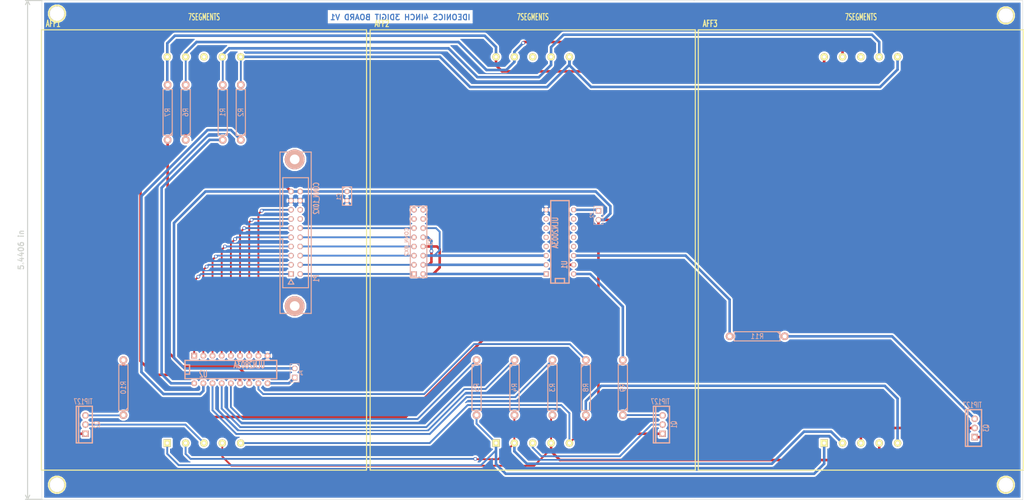
<source format=kicad_pcb>
(kicad_pcb (version 3) (host pcbnew "(2013-07-07 BZR 4022)-stable")

  (general
    (links 74)
    (no_connects 0)
    (area 67.389999 84.219999 338.990001 222.610001)
    (thickness 1.6)
    (drawings 41)
    (tracks 286)
    (zones 0)
    (modules 28)
    (nets 47)
  )

  (page A3)
  (layers
    (15 F.Cu signal)
    (0 B.Cu signal)
    (16 B.Adhes user)
    (17 F.Adhes user)
    (18 B.Paste user)
    (19 F.Paste user)
    (20 B.SilkS user)
    (21 F.SilkS user)
    (22 B.Mask user)
    (23 F.Mask user)
    (24 Dwgs.User user)
    (25 Cmts.User user)
    (26 Eco1.User user)
    (27 Eco2.User user)
    (28 Edge.Cuts user)
  )

  (setup
    (last_trace_width 0.708)
    (trace_clearance 0.254)
    (zone_clearance 0.508)
    (zone_45_only yes)
    (trace_min 0.2032)
    (segment_width 0.2)
    (edge_width 0.1)
    (via_size 1)
    (via_drill 0.635)
    (via_min_size 0.889)
    (via_min_drill 0.508)
    (uvia_size 0.508)
    (uvia_drill 0.127)
    (uvias_allowed no)
    (uvia_min_size 0.508)
    (uvia_min_drill 0.127)
    (pcb_text_width 0.3)
    (pcb_text_size 1.5 1.5)
    (mod_edge_width 0.15)
    (mod_text_size 1 1)
    (mod_text_width 0.15)
    (pad_size 4.064 4.064)
    (pad_drill 4)
    (pad_to_mask_clearance 0)
    (aux_axis_origin 0 0)
    (visible_elements 7FFFFFFF)
    (pcbplotparams
      (layerselection 292323329)
      (usegerberextensions true)
      (excludeedgelayer true)
      (linewidth 0.150000)
      (plotframeref false)
      (viasonmask false)
      (mode 1)
      (useauxorigin false)
      (hpglpennumber 1)
      (hpglpenspeed 20)
      (hpglpendiameter 15)
      (hpglpenoverlay 2)
      (psnegative false)
      (psa4output false)
      (plotreference true)
      (plotvalue true)
      (plotothertext true)
      (plotinvisibletext false)
      (padsonsilk false)
      (subtractmaskfromsilk false)
      (outputformat 1)
      (mirror false)
      (drillshape 0)
      (scaleselection 1)
      (outputdirectory 3d_4inch_gerbers/))
  )

  (net 0 "")
  (net 1 /A)
  (net 2 /B)
  (net 3 /C)
  (net 4 /D)
  (net 5 /Digit_1)
  (net 6 /Digit_2)
  (net 7 /Digit_3)
  (net 8 /E)
  (net 9 /F)
  (net 10 /G)
  (net 11 /H)
  (net 12 /Seg_a)
  (net 13 /Seg_b)
  (net 14 /Seg_c)
  (net 15 /Seg_d)
  (net 16 /Seg_e)
  (net 17 /Seg_f)
  (net 18 /Seg_g)
  (net 19 /Seg_h)
  (net 20 /VCC_12V)
  (net 21 GND)
  (net 22 N-000001)
  (net 23 N-0000010)
  (net 24 N-0000011)
  (net 25 N-0000012)
  (net 26 N-0000014)
  (net 27 N-0000015)
  (net 28 N-0000016)
  (net 29 N-0000017)
  (net 30 N-0000019)
  (net 31 N-000002)
  (net 32 N-0000020)
  (net 33 N-0000023)
  (net 34 N-0000024)
  (net 35 N-0000025)
  (net 36 N-0000026)
  (net 37 N-000003)
  (net 38 N-000004)
  (net 39 N-0000044)
  (net 40 N-0000045)
  (net 41 N-0000046)
  (net 42 N-000005)
  (net 43 N-000006)
  (net 44 N-000007)
  (net 45 N-000008)
  (net 46 N-000009)

  (net_class Default "This is the default net class."
    (clearance 0.254)
    (trace_width 0.708)
    (via_dia 1)
    (via_drill 0.635)
    (uvia_dia 0.508)
    (uvia_drill 0.127)
    (add_net "")
    (add_net /Digit_3)
    (add_net /Seg_a)
    (add_net /Seg_b)
    (add_net /Seg_c)
    (add_net /Seg_d)
    (add_net /Seg_e)
    (add_net /Seg_f)
    (add_net /Seg_g)
    (add_net /Seg_h)
    (add_net /VCC_12V)
    (add_net GND)
    (add_net N-000001)
    (add_net N-0000010)
    (add_net N-0000011)
    (add_net N-0000012)
    (add_net N-0000014)
    (add_net N-0000015)
    (add_net N-0000016)
    (add_net N-0000017)
    (add_net N-0000019)
    (add_net N-000002)
    (add_net N-0000020)
    (add_net N-0000023)
    (add_net N-0000024)
    (add_net N-0000025)
    (add_net N-0000026)
    (add_net N-000003)
    (add_net N-000004)
    (add_net N-0000044)
    (add_net N-0000045)
    (add_net N-0000046)
    (add_net N-000005)
    (add_net N-000006)
    (add_net N-000007)
    (add_net N-000008)
    (add_net N-000009)
  )

  (net_class DIGIT_SELECT ""
    (clearance 0.254)
    (trace_width 0.708)
    (via_dia 1)
    (via_drill 0.635)
    (uvia_dia 0.508)
    (uvia_drill 0.127)
    (add_net /A)
    (add_net /B)
    (add_net /C)
    (add_net /D)
    (add_net /Digit_1)
    (add_net /Digit_2)
    (add_net /E)
    (add_net /F)
    (add_net /G)
    (add_net /H)
  )

  (module 6INCH_DISPLAY (layer F.Cu) (tedit 5486E2B6) (tstamp 5486E677)
    (at 112.3 153.37)
    (descr "Afficheur 7 segments")
    (tags AFFICHEUR)
    (path /52A16E7E)
    (fp_text reference AFF1 (at -41.725 -62.7) (layer F.SilkS)
      (effects (font (size 1.778 1.143) (thickness 0.28575)))
    )
    (fp_text value 7SEGMENTS (at 0.025 -64.55) (layer F.SilkS)
      (effects (font (size 1.778 1.016) (thickness 0.254)))
    )
    (fp_line (start -45 -61) (end -45 61) (layer F.SilkS) (width 0.3048))
    (fp_line (start 45 -61) (end 45 61) (layer F.SilkS) (width 0.3048))
    (fp_line (start -45 -61) (end 45 -61) (layer F.SilkS) (width 0.3048))
    (fp_line (start 45 61) (end -45 61) (layer F.SilkS) (width 0.3048))
    (pad 1 thru_hole rect (at -10.16 53.5) (size 2.032 2.032) (drill 0.9144)
      (layers *.Cu *.Mask F.SilkS)
      (net 16 /Seg_e)
    )
    (pad 2 thru_hole circle (at -5.08 53.5) (size 2.032 2.032) (drill 0.9144)
      (layers *.Cu *.Mask F.SilkS)
      (net 15 /Seg_d)
    )
    (pad 3 thru_hole circle (at 0 53.5) (size 2.032 2.032) (drill 0.9144)
      (layers *.Cu *.Mask F.SilkS)
      (net 36 N-0000026)
    )
    (pad 4 thru_hole circle (at 5.08 53.5) (size 2.032 2.032) (drill 0.9144)
      (layers *.Cu *.Mask F.SilkS)
      (net 14 /Seg_c)
    )
    (pad 7 thru_hole circle (at 5.08 -53.5) (size 2.032 2.032) (drill 0.9144)
      (layers *.Cu *.Mask F.SilkS)
      (net 12 /Seg_a)
    )
    (pad 8 thru_hole circle (at 0 -53.5) (size 2.032 2.032) (drill 0.9144)
      (layers *.Cu *.Mask F.SilkS)
    )
    (pad 9 thru_hole circle (at -5.08 -53.5) (size 2.032 2.032) (drill 0.9144)
      (layers *.Cu *.Mask F.SilkS)
      (net 17 /Seg_f)
    )
    (pad 10 thru_hole circle (at -10.16 -53.5) (size 2.032 2.032) (drill 0.9144)
      (layers *.Cu *.Mask F.SilkS)
      (net 18 /Seg_g)
    )
    (pad 5 thru_hole circle (at 10.16 53.5) (size 2.032 2.032) (drill 0.9144)
      (layers *.Cu *.Mask F.SilkS)
      (net 19 /Seg_h)
    )
    (pad 6 thru_hole circle (at 10.16 -53.5) (size 2.032 2.032) (drill 0.9144)
      (layers *.Cu *.Mask F.SilkS)
      (net 13 /Seg_b)
    )
  )

  (module DIP-18__300 (layer B.Cu) (tedit 5270EEED) (tstamp 52CD1630)
    (at 119.75 186.5)
    (descr "8 pins DIL package, round pads")
    (path /52A16E65)
    (fp_text reference U2 (at -7.62 1.27) (layer B.SilkS)
      (effects (font (size 1.778 1.143) (thickness 0.3048)) (justify mirror))
    )
    (fp_text value ULN2803A (at 5.08 -1.27) (layer B.SilkS)
      (effects (font (size 1.778 1.143) (thickness 0.3048)) (justify mirror))
    )
    (fp_line (start -12.7 1.27) (end -11.43 1.27) (layer B.SilkS) (width 0.381))
    (fp_line (start -11.43 1.27) (end -11.43 -1.27) (layer B.SilkS) (width 0.381))
    (fp_line (start -11.43 -1.27) (end -12.7 -1.27) (layer B.SilkS) (width 0.381))
    (fp_line (start -12.7 2.54) (end 12.7 2.54) (layer B.SilkS) (width 0.381))
    (fp_line (start 12.7 2.54) (end 12.7 -2.54) (layer B.SilkS) (width 0.381))
    (fp_line (start 12.7 -2.54) (end -12.7 -2.54) (layer B.SilkS) (width 0.381))
    (fp_line (start -12.7 -2.54) (end -12.7 2.54) (layer B.SilkS) (width 0.381))
    (pad 1 thru_hole rect (at -10.16 -3.81) (size 1.6 1.6) (drill 0.8128)
      (layers *.Cu *.Mask B.SilkS)
      (net 1 /A)
    )
    (pad 2 thru_hole circle (at -7.62 -3.81) (size 1.6 1.6) (drill 0.8128)
      (layers *.Cu *.Mask B.SilkS)
      (net 2 /B)
    )
    (pad 3 thru_hole circle (at -5.08 -3.81) (size 1.6 1.6) (drill 0.8128)
      (layers *.Cu *.Mask B.SilkS)
      (net 3 /C)
    )
    (pad 4 thru_hole circle (at -2.54 -3.81) (size 1.6 1.6) (drill 0.8128)
      (layers *.Cu *.Mask B.SilkS)
      (net 4 /D)
    )
    (pad 5 thru_hole circle (at 0 -3.81) (size 1.6 1.6) (drill 0.8128)
      (layers *.Cu *.Mask B.SilkS)
      (net 8 /E)
    )
    (pad 6 thru_hole circle (at 2.54 -3.81) (size 1.6 1.6) (drill 0.8128)
      (layers *.Cu *.Mask B.SilkS)
      (net 9 /F)
    )
    (pad 7 thru_hole circle (at 5.08 -3.81) (size 1.6 1.6) (drill 0.8128)
      (layers *.Cu *.Mask B.SilkS)
      (net 10 /G)
    )
    (pad 8 thru_hole circle (at 7.62 -3.81) (size 1.6 1.6) (drill 0.8128)
      (layers *.Cu *.Mask B.SilkS)
      (net 11 /H)
    )
    (pad 9 thru_hole circle (at 10.16 -3.81) (size 1.6 1.6) (drill 0.8128)
      (layers *.Cu *.Mask B.SilkS)
      (net 21 GND)
    )
    (pad 10 thru_hole circle (at 10.16 3.81) (size 1.6 1.6) (drill 0.8128)
      (layers *.Cu *.Mask B.SilkS)
      (net 42 N-000005)
    )
    (pad 11 thru_hole circle (at 7.62 3.81) (size 1.6 1.6) (drill 0.8128)
      (layers *.Cu *.Mask B.SilkS)
      (net 25 N-0000012)
    )
    (pad 12 thru_hole circle (at 5.08 3.81) (size 1.6 1.6) (drill 0.8128)
      (layers *.Cu *.Mask B.SilkS)
      (net 24 N-0000011)
    )
    (pad 13 thru_hole circle (at 2.54 3.81) (size 1.6 1.6) (drill 0.8128)
      (layers *.Cu *.Mask B.SilkS)
      (net 38 N-000004)
    )
    (pad 14 thru_hole circle (at 0 3.81) (size 1.6 1.6) (drill 0.8128)
      (layers *.Cu *.Mask B.SilkS)
      (net 23 N-0000010)
    )
    (pad 15 thru_hole circle (at -2.54 3.81) (size 1.6 1.6) (drill 0.8128)
      (layers *.Cu *.Mask B.SilkS)
      (net 46 N-000009)
    )
    (pad 16 thru_hole circle (at -5.08 3.81) (size 1.6 1.6) (drill 0.8128)
      (layers *.Cu *.Mask B.SilkS)
      (net 45 N-000008)
    )
    (pad 17 thru_hole circle (at -7.62 3.81) (size 1.6 1.6) (drill 0.8128)
      (layers *.Cu *.Mask B.SilkS)
      (net 44 N-000007)
    )
    (pad 18 thru_hole circle (at -10.16 3.81) (size 1.6 1.6) (drill 0.8128)
      (layers *.Cu *.Mask B.SilkS)
      (net 43 N-000006)
    )
    (model dil/dil_18.wrl
      (at (xyz 0 0 0))
      (scale (xyz 1 1 1))
      (rotate (xyz 0 0 0))
    )
  )

  (module DIP-16__300 (layer B.Cu) (tedit 200000) (tstamp 52A194A1)
    (at 210.82 151.13 90)
    (descr "16 pins DIL package, round pads")
    (tags DIL)
    (path /52A16E42)
    (fp_text reference U1 (at -6.35 1.27 90) (layer B.SilkS)
      (effects (font (size 1.524 1.143) (thickness 0.3048)) (justify mirror))
    )
    (fp_text value ULN2003A (at 2.54 -1.27 90) (layer B.SilkS)
      (effects (font (size 1.524 1.143) (thickness 0.3048)) (justify mirror))
    )
    (fp_line (start -11.43 1.27) (end -11.43 1.27) (layer B.SilkS) (width 0.381))
    (fp_line (start -11.43 1.27) (end -10.16 1.27) (layer B.SilkS) (width 0.381))
    (fp_line (start -10.16 1.27) (end -10.16 -1.27) (layer B.SilkS) (width 0.381))
    (fp_line (start -10.16 -1.27) (end -11.43 -1.27) (layer B.SilkS) (width 0.381))
    (fp_line (start -11.43 2.54) (end 11.43 2.54) (layer B.SilkS) (width 0.381))
    (fp_line (start 11.43 2.54) (end 11.43 -2.54) (layer B.SilkS) (width 0.381))
    (fp_line (start 11.43 -2.54) (end -11.43 -2.54) (layer B.SilkS) (width 0.381))
    (fp_line (start -11.43 -2.54) (end -11.43 2.54) (layer B.SilkS) (width 0.381))
    (pad 1 thru_hole rect (at -8.89 -3.81 90) (size 1.397 1.397) (drill 0.8128)
      (layers *.Cu *.Mask B.SilkS)
      (net 5 /Digit_1)
    )
    (pad 2 thru_hole circle (at -6.35 -3.81 90) (size 1.397 1.397) (drill 0.8128)
      (layers *.Cu *.Mask B.SilkS)
      (net 6 /Digit_2)
    )
    (pad 3 thru_hole circle (at -3.81 -3.81 90) (size 1.397 1.397) (drill 0.8128)
      (layers *.Cu *.Mask B.SilkS)
      (net 7 /Digit_3)
    )
    (pad 4 thru_hole circle (at -1.27 -3.81 90) (size 1.397 1.397) (drill 0.8128)
      (layers *.Cu *.Mask B.SilkS)
    )
    (pad 5 thru_hole circle (at 1.27 -3.81 90) (size 1.397 1.397) (drill 0.8128)
      (layers *.Cu *.Mask B.SilkS)
    )
    (pad 6 thru_hole circle (at 3.81 -3.81 90) (size 1.397 1.397) (drill 0.8128)
      (layers *.Cu *.Mask B.SilkS)
    )
    (pad 7 thru_hole circle (at 6.35 -3.81 90) (size 1.397 1.397) (drill 0.8128)
      (layers *.Cu *.Mask B.SilkS)
    )
    (pad 8 thru_hole circle (at 8.89 -3.81 90) (size 1.397 1.397) (drill 0.8128)
      (layers *.Cu *.Mask B.SilkS)
      (net 21 GND)
    )
    (pad 9 thru_hole circle (at 8.89 3.81 90) (size 1.397 1.397) (drill 0.8128)
      (layers *.Cu *.Mask B.SilkS)
      (net 34 N-0000024)
    )
    (pad 10 thru_hole circle (at 6.35 3.81 90) (size 1.397 1.397) (drill 0.8128)
      (layers *.Cu *.Mask B.SilkS)
    )
    (pad 11 thru_hole circle (at 3.81 3.81 90) (size 1.397 1.397) (drill 0.8128)
      (layers *.Cu *.Mask B.SilkS)
    )
    (pad 12 thru_hole circle (at 1.27 3.81 90) (size 1.397 1.397) (drill 0.8128)
      (layers *.Cu *.Mask B.SilkS)
    )
    (pad 13 thru_hole circle (at -1.27 3.81 90) (size 1.397 1.397) (drill 0.8128)
      (layers *.Cu *.Mask B.SilkS)
    )
    (pad 14 thru_hole circle (at -3.81 3.81 90) (size 1.397 1.397) (drill 0.8128)
      (layers *.Cu *.Mask B.SilkS)
      (net 40 N-0000045)
    )
    (pad 15 thru_hole circle (at -6.35 3.81 90) (size 1.397 1.397) (drill 0.8128)
      (layers *.Cu *.Mask B.SilkS)
      (net 35 N-0000025)
    )
    (pad 16 thru_hole circle (at -8.89 3.81 90) (size 1.397 1.397) (drill 0.8128)
      (layers *.Cu *.Mask B.SilkS)
      (net 37 N-000003)
    )
    (model dil/dil_16.wrl
      (at (xyz 0 0 0))
      (scale (xyz 1 1 1))
      (rotate (xyz 0 0 0))
    )
  )

  (module TO220_VERT (layer B.Cu) (tedit 52CE55F6) (tstamp 52CE5D6E)
    (at 79.5 201.75 180)
    (descr "Regulateur TO220 serie LM78xx")
    (tags "TR TO220")
    (path /52A16EFB)
    (fp_text reference Q2 (at -3.175 0 450) (layer B.SilkS)
      (effects (font (size 1.524 1.016) (thickness 0.2032)) (justify mirror))
    )
    (fp_text value TIP127 (at 0.635 6.35 180) (layer B.SilkS)
      (effects (font (size 1.524 1.016) (thickness 0.2032)) (justify mirror))
    )
    (fp_line (start 1.905 5.08) (end 2.54 5.08) (layer B.SilkS) (width 0.381))
    (fp_line (start 2.54 5.08) (end 2.54 -5.08) (layer B.SilkS) (width 0.381))
    (fp_line (start 2.54 -5.08) (end 1.905 -5.08) (layer B.SilkS) (width 0.381))
    (fp_line (start -1.905 5.08) (end 1.905 5.08) (layer B.SilkS) (width 0.381))
    (fp_line (start 1.905 5.08) (end 1.905 -5.08) (layer B.SilkS) (width 0.381))
    (fp_line (start 1.905 -5.08) (end -1.905 -5.08) (layer B.SilkS) (width 0.381))
    (fp_line (start -1.905 -5.08) (end -1.905 5.08) (layer B.SilkS) (width 0.381))
    (pad 1 thru_hole circle (at 0 2.54 180) (size 1.778 1.778) (drill 1.016)
      (layers *.Cu *.Mask B.SilkS)
      (net 31 N-000002)
    )
    (pad 2 thru_hole circle (at 0 0 180) (size 1.778 1.778) (drill 1.016)
      (layers *.Cu *.Mask B.SilkS)
      (net 36 N-0000026)
    )
    (pad 3 thru_hole rect (at 0 -2.54 180) (size 1.778 1.778) (drill 1.016)
      (layers *.Cu *.Mask B.SilkS)
      (net 20 /VCC_12V)
    )
  )

  (module TO220_VERT (layer B.Cu) (tedit 52CE55F6) (tstamp 52CE5D7C)
    (at 239.25 201.75 180)
    (descr "Regulateur TO220 serie LM78xx")
    (tags "TR TO220")
    (path /52A16F08)
    (fp_text reference Q1 (at -3.175 0 450) (layer B.SilkS)
      (effects (font (size 1.524 1.016) (thickness 0.2032)) (justify mirror))
    )
    (fp_text value TIP127 (at 0.635 6.35 180) (layer B.SilkS)
      (effects (font (size 1.524 1.016) (thickness 0.2032)) (justify mirror))
    )
    (fp_line (start 1.905 5.08) (end 2.54 5.08) (layer B.SilkS) (width 0.381))
    (fp_line (start 2.54 5.08) (end 2.54 -5.08) (layer B.SilkS) (width 0.381))
    (fp_line (start 2.54 -5.08) (end 1.905 -5.08) (layer B.SilkS) (width 0.381))
    (fp_line (start -1.905 5.08) (end 1.905 5.08) (layer B.SilkS) (width 0.381))
    (fp_line (start 1.905 5.08) (end 1.905 -5.08) (layer B.SilkS) (width 0.381))
    (fp_line (start 1.905 -5.08) (end -1.905 -5.08) (layer B.SilkS) (width 0.381))
    (fp_line (start -1.905 -5.08) (end -1.905 5.08) (layer B.SilkS) (width 0.381))
    (pad 1 thru_hole circle (at 0 2.54 180) (size 1.778 1.778) (drill 1.016)
      (layers *.Cu *.Mask B.SilkS)
      (net 22 N-000001)
    )
    (pad 2 thru_hole circle (at 0 0 180) (size 1.778 1.778) (drill 1.016)
      (layers *.Cu *.Mask B.SilkS)
      (net 33 N-0000023)
    )
    (pad 3 thru_hole rect (at 0 -2.54 180) (size 1.778 1.778) (drill 1.016)
      (layers *.Cu *.Mask B.SilkS)
      (net 20 /VCC_12V)
    )
  )

  (module C1 (layer B.Cu) (tedit 3F92C496) (tstamp 5486E65A)
    (at 151.892 138.43 270)
    (descr "Condensateur e = 1 pas")
    (tags C)
    (path /55755106)
    (fp_text reference C1 (at 0.254 2.286 270) (layer B.SilkS)
      (effects (font (size 1.016 1.016) (thickness 0.2032)) (justify mirror))
    )
    (fp_text value C (at 0 2.286 270) (layer B.SilkS) hide
      (effects (font (size 1.016 1.016) (thickness 0.2032)) (justify mirror))
    )
    (fp_line (start -2.4892 1.27) (end 2.54 1.27) (layer B.SilkS) (width 0.3048))
    (fp_line (start 2.54 1.27) (end 2.54 -1.27) (layer B.SilkS) (width 0.3048))
    (fp_line (start 2.54 -1.27) (end -2.54 -1.27) (layer B.SilkS) (width 0.3048))
    (fp_line (start -2.54 -1.27) (end -2.54 1.27) (layer B.SilkS) (width 0.3048))
    (fp_line (start -2.54 0.635) (end -1.905 1.27) (layer B.SilkS) (width 0.3048))
    (pad 1 thru_hole circle (at -1.27 0 270) (size 1.397 1.397) (drill 0.8128)
      (layers *.Cu *.Mask B.SilkS)
      (net 20 /VCC_12V)
    )
    (pad 2 thru_hole circle (at 1.27 0 270) (size 1.397 1.397) (drill 0.8128)
      (layers *.Cu *.Mask B.SilkS)
      (net 21 GND)
    )
    (model discret/capa_1_pas.wrl
      (at (xyz 0 0 0))
      (scale (xyz 1 1 1))
      (rotate (xyz 0 0 0))
    )
  )

  (module 6INCH_DISPLAY (layer F.Cu) (tedit 5486E2B6) (tstamp 5486E689)
    (at 203.3 153.37)
    (descr "Afficheur 7 segments")
    (tags AFFICHEUR)
    (path /52A16E95)
    (fp_text reference AFF2 (at -41.725 -62.7) (layer F.SilkS)
      (effects (font (size 1.778 1.143) (thickness 0.28575)))
    )
    (fp_text value 7SEGMENTS (at 0.025 -64.55) (layer F.SilkS)
      (effects (font (size 1.778 1.016) (thickness 0.254)))
    )
    (fp_line (start -45 -61) (end -45 61) (layer F.SilkS) (width 0.3048))
    (fp_line (start 45 -61) (end 45 61) (layer F.SilkS) (width 0.3048))
    (fp_line (start -45 -61) (end 45 -61) (layer F.SilkS) (width 0.3048))
    (fp_line (start 45 61) (end -45 61) (layer F.SilkS) (width 0.3048))
    (pad 1 thru_hole rect (at -10.16 53.5) (size 2.032 2.032) (drill 0.9144)
      (layers *.Cu *.Mask F.SilkS)
      (net 16 /Seg_e)
    )
    (pad 2 thru_hole circle (at -5.08 53.5) (size 2.032 2.032) (drill 0.9144)
      (layers *.Cu *.Mask F.SilkS)
      (net 15 /Seg_d)
    )
    (pad 3 thru_hole circle (at 0 53.5) (size 2.032 2.032) (drill 0.9144)
      (layers *.Cu *.Mask F.SilkS)
      (net 33 N-0000023)
    )
    (pad 4 thru_hole circle (at 5.08 53.5) (size 2.032 2.032) (drill 0.9144)
      (layers *.Cu *.Mask F.SilkS)
      (net 14 /Seg_c)
    )
    (pad 7 thru_hole circle (at 5.08 -53.5) (size 2.032 2.032) (drill 0.9144)
      (layers *.Cu *.Mask F.SilkS)
      (net 12 /Seg_a)
    )
    (pad 8 thru_hole circle (at 0 -53.5) (size 2.032 2.032) (drill 0.9144)
      (layers *.Cu *.Mask F.SilkS)
    )
    (pad 9 thru_hole circle (at -5.08 -53.5) (size 2.032 2.032) (drill 0.9144)
      (layers *.Cu *.Mask F.SilkS)
      (net 17 /Seg_f)
    )
    (pad 10 thru_hole circle (at -10.16 -53.5) (size 2.032 2.032) (drill 0.9144)
      (layers *.Cu *.Mask F.SilkS)
      (net 18 /Seg_g)
    )
    (pad 5 thru_hole circle (at 10.16 53.5) (size 2.032 2.032) (drill 0.9144)
      (layers *.Cu *.Mask F.SilkS)
      (net 19 /Seg_h)
    )
    (pad 6 thru_hole circle (at 10.16 -53.5) (size 2.032 2.032) (drill 0.9144)
      (layers *.Cu *.Mask F.SilkS)
      (net 13 /Seg_b)
    )
  )

  (module R6 (layer B.Cu) (tedit 54745A87) (tstamp 52A1D589)
    (at 90 191.5 90)
    (descr "Resistance 6 pas")
    (tags R)
    (path /52A16F14)
    (autoplace_cost180 10)
    (fp_text reference R10 (at 0 0 90) (layer B.SilkS)
      (effects (font (size 1.397 1.27) (thickness 0.2032)) (justify mirror))
    )
    (fp_text value 2.2K (at 0.254 0 90) (layer B.SilkS) hide
      (effects (font (size 1.397 1.27) (thickness 0.2032)) (justify mirror))
    )
    (fp_line (start -6.35 1.27) (end 6.35 1.27) (layer B.SilkS) (width 0.3048))
    (fp_line (start 6.35 1.27) (end 6.35 -1.27) (layer B.SilkS) (width 0.3048))
    (fp_line (start 6.35 -1.27) (end -6.35 -1.27) (layer B.SilkS) (width 0.3048))
    (fp_line (start 6.35 0) (end 7.62 0) (layer B.SilkS) (width 0.3048))
    (fp_line (start -7.62 0) (end -6.35 0) (layer B.SilkS) (width 0.3048))
    (fp_line (start -6.35 0.508) (end -5.588 1.27) (layer B.SilkS) (width 0.3048))
    (fp_line (start -6.35 1.27) (end -6.35 -1.27) (layer B.SilkS) (width 0.3048))
    (pad 1 thru_hole circle (at -7.62 0 90) (size 2.143 2.143) (drill 1.143)
      (layers *.Cu *.Mask B.SilkS)
      (net 31 N-000002)
    )
    (pad 2 thru_hole circle (at 7.62 0 90) (size 2.143 2.143) (drill 1.143)
      (layers *.Cu *.Mask B.SilkS)
      (net 35 N-0000025)
    )
    (model discret/resistor.wrl
      (at (xyz 0 0 0))
      (scale (xyz 0.6 0.6 0.6))
      (rotate (xyz 0 0 0))
    )
  )

  (module PIN_ARRAY_2X1 (layer B.Cu) (tedit 4565C520) (tstamp 52A193B3)
    (at 221.488 143.764 270)
    (descr "Connecteurs 2 pins")
    (tags "CONN DEV")
    (path /52A18004)
    (fp_text reference P2 (at 0 1.905 270) (layer B.SilkS)
      (effects (font (size 0.762 0.762) (thickness 0.1524)) (justify mirror))
    )
    (fp_text value CONN_2 (at 0 1.905 270) (layer B.SilkS) hide
      (effects (font (size 0.762 0.762) (thickness 0.1524)) (justify mirror))
    )
    (fp_line (start -2.54 -1.27) (end -2.54 1.27) (layer B.SilkS) (width 0.1524))
    (fp_line (start -2.54 1.27) (end 2.54 1.27) (layer B.SilkS) (width 0.1524))
    (fp_line (start 2.54 1.27) (end 2.54 -1.27) (layer B.SilkS) (width 0.1524))
    (fp_line (start 2.54 -1.27) (end -2.54 -1.27) (layer B.SilkS) (width 0.1524))
    (pad 1 thru_hole rect (at -1.27 0 270) (size 1.524 1.524) (drill 1.016)
      (layers *.Cu *.Mask B.SilkS)
      (net 34 N-0000024)
    )
    (pad 2 thru_hole circle (at 1.27 0 270) (size 1.524 1.524) (drill 1.016)
      (layers *.Cu *.Mask B.SilkS)
      (net 20 /VCC_12V)
    )
    (model pin_array/pins_array_2x1.wrl
      (at (xyz 0 0 0))
      (scale (xyz 1 1 1))
      (rotate (xyz 0 0 0))
    )
  )

  (module R6 (layer B.Cu) (tedit 54745A87) (tstamp 52A193C0)
    (at 102.25 115.25 90)
    (descr "Resistance 6 pas")
    (tags R)
    (path /52A16EED)
    (autoplace_cost180 10)
    (fp_text reference R7 (at 0 0 90) (layer B.SilkS)
      (effects (font (size 1.397 1.27) (thickness 0.2032)) (justify mirror))
    )
    (fp_text value R (at 0.254 0 90) (layer B.SilkS) hide
      (effects (font (size 1.397 1.27) (thickness 0.2032)) (justify mirror))
    )
    (fp_line (start -6.35 1.27) (end 6.35 1.27) (layer B.SilkS) (width 0.3048))
    (fp_line (start 6.35 1.27) (end 6.35 -1.27) (layer B.SilkS) (width 0.3048))
    (fp_line (start 6.35 -1.27) (end -6.35 -1.27) (layer B.SilkS) (width 0.3048))
    (fp_line (start 6.35 0) (end 7.62 0) (layer B.SilkS) (width 0.3048))
    (fp_line (start -7.62 0) (end -6.35 0) (layer B.SilkS) (width 0.3048))
    (fp_line (start -6.35 0.508) (end -5.588 1.27) (layer B.SilkS) (width 0.3048))
    (fp_line (start -6.35 1.27) (end -6.35 -1.27) (layer B.SilkS) (width 0.3048))
    (pad 1 thru_hole circle (at -7.62 0 90) (size 2.143 2.143) (drill 1.143)
      (layers *.Cu *.Mask B.SilkS)
      (net 24 N-0000011)
    )
    (pad 2 thru_hole circle (at 7.62 0 90) (size 2.143 2.143) (drill 1.143)
      (layers *.Cu *.Mask B.SilkS)
      (net 18 /Seg_g)
    )
    (model discret/resistor.wrl
      (at (xyz 0 0 0))
      (scale (xyz 0.6 0.6 0.6))
      (rotate (xyz 0 0 0))
    )
  )

  (module R6 (layer B.Cu) (tedit 54745A87) (tstamp 52A1D57B)
    (at 228.25 191.5 90)
    (descr "Resistance 6 pas")
    (tags R)
    (path /52A16F0E)
    (autoplace_cost180 10)
    (fp_text reference R9 (at 0 0 90) (layer B.SilkS)
      (effects (font (size 1.397 1.27) (thickness 0.2032)) (justify mirror))
    )
    (fp_text value 2.2K (at 0.254 0 90) (layer B.SilkS) hide
      (effects (font (size 1.397 1.27) (thickness 0.2032)) (justify mirror))
    )
    (fp_line (start -6.35 1.27) (end 6.35 1.27) (layer B.SilkS) (width 0.3048))
    (fp_line (start 6.35 1.27) (end 6.35 -1.27) (layer B.SilkS) (width 0.3048))
    (fp_line (start 6.35 -1.27) (end -6.35 -1.27) (layer B.SilkS) (width 0.3048))
    (fp_line (start 6.35 0) (end 7.62 0) (layer B.SilkS) (width 0.3048))
    (fp_line (start -7.62 0) (end -6.35 0) (layer B.SilkS) (width 0.3048))
    (fp_line (start -6.35 0.508) (end -5.588 1.27) (layer B.SilkS) (width 0.3048))
    (fp_line (start -6.35 1.27) (end -6.35 -1.27) (layer B.SilkS) (width 0.3048))
    (pad 1 thru_hole circle (at -7.62 0 90) (size 2.143 2.143) (drill 1.143)
      (layers *.Cu *.Mask B.SilkS)
      (net 22 N-000001)
    )
    (pad 2 thru_hole circle (at 7.62 0 90) (size 2.143 2.143) (drill 1.143)
      (layers *.Cu *.Mask B.SilkS)
      (net 37 N-000003)
    )
    (model discret/resistor.wrl
      (at (xyz 0 0 0))
      (scale (xyz 0.6 0.6 0.6))
      (rotate (xyz 0 0 0))
    )
  )

  (module R6 (layer B.Cu) (tedit 54745A87) (tstamp 52A193E7)
    (at 218 191.5 270)
    (descr "Resistance 6 pas")
    (tags R)
    (path /52A16EF3)
    (autoplace_cost180 10)
    (fp_text reference R8 (at 0 0 270) (layer B.SilkS)
      (effects (font (size 1.397 1.27) (thickness 0.2032)) (justify mirror))
    )
    (fp_text value R (at 0.254 0 270) (layer B.SilkS) hide
      (effects (font (size 1.397 1.27) (thickness 0.2032)) (justify mirror))
    )
    (fp_line (start -6.35 1.27) (end 6.35 1.27) (layer B.SilkS) (width 0.3048))
    (fp_line (start 6.35 1.27) (end 6.35 -1.27) (layer B.SilkS) (width 0.3048))
    (fp_line (start 6.35 -1.27) (end -6.35 -1.27) (layer B.SilkS) (width 0.3048))
    (fp_line (start 6.35 0) (end 7.62 0) (layer B.SilkS) (width 0.3048))
    (fp_line (start -7.62 0) (end -6.35 0) (layer B.SilkS) (width 0.3048))
    (fp_line (start -6.35 0.508) (end -5.588 1.27) (layer B.SilkS) (width 0.3048))
    (fp_line (start -6.35 1.27) (end -6.35 -1.27) (layer B.SilkS) (width 0.3048))
    (pad 1 thru_hole circle (at -7.62 0 270) (size 2.143 2.143) (drill 1.143)
      (layers *.Cu *.Mask B.SilkS)
      (net 25 N-0000012)
    )
    (pad 2 thru_hole circle (at 7.62 0 270) (size 2.143 2.143) (drill 1.143)
      (layers *.Cu *.Mask B.SilkS)
      (net 19 /Seg_h)
    )
    (model discret/resistor.wrl
      (at (xyz 0 0 0))
      (scale (xyz 0.6 0.6 0.6))
      (rotate (xyz 0 0 0))
    )
  )

  (module R6 (layer B.Cu) (tedit 54745A87) (tstamp 52A193F4)
    (at 107.25 115.25 90)
    (descr "Resistance 6 pas")
    (tags R)
    (path /52A16EE7)
    (autoplace_cost180 10)
    (fp_text reference R6 (at 0 0 90) (layer B.SilkS)
      (effects (font (size 1.397 1.27) (thickness 0.2032)) (justify mirror))
    )
    (fp_text value R (at 0.254 0 90) (layer B.SilkS) hide
      (effects (font (size 1.397 1.27) (thickness 0.2032)) (justify mirror))
    )
    (fp_line (start -6.35 1.27) (end 6.35 1.27) (layer B.SilkS) (width 0.3048))
    (fp_line (start 6.35 1.27) (end 6.35 -1.27) (layer B.SilkS) (width 0.3048))
    (fp_line (start 6.35 -1.27) (end -6.35 -1.27) (layer B.SilkS) (width 0.3048))
    (fp_line (start 6.35 0) (end 7.62 0) (layer B.SilkS) (width 0.3048))
    (fp_line (start -7.62 0) (end -6.35 0) (layer B.SilkS) (width 0.3048))
    (fp_line (start -6.35 0.508) (end -5.588 1.27) (layer B.SilkS) (width 0.3048))
    (fp_line (start -6.35 1.27) (end -6.35 -1.27) (layer B.SilkS) (width 0.3048))
    (pad 1 thru_hole circle (at -7.62 0 90) (size 2.143 2.143) (drill 1.143)
      (layers *.Cu *.Mask B.SilkS)
      (net 38 N-000004)
    )
    (pad 2 thru_hole circle (at 7.62 0 90) (size 2.143 2.143) (drill 1.143)
      (layers *.Cu *.Mask B.SilkS)
      (net 17 /Seg_f)
    )
    (model discret/resistor.wrl
      (at (xyz 0 0 0))
      (scale (xyz 0.6 0.6 0.6))
      (rotate (xyz 0 0 0))
    )
  )

  (module R6 (layer B.Cu) (tedit 54745A87) (tstamp 52A1C91E)
    (at 187.75 191.5 270)
    (descr "Resistance 6 pas")
    (tags R)
    (path /52A16EE1)
    (autoplace_cost180 10)
    (fp_text reference R5 (at 0 0 270) (layer B.SilkS)
      (effects (font (size 1.397 1.27) (thickness 0.2032)) (justify mirror))
    )
    (fp_text value R (at 0.254 0 270) (layer B.SilkS) hide
      (effects (font (size 1.397 1.27) (thickness 0.2032)) (justify mirror))
    )
    (fp_line (start -6.35 1.27) (end 6.35 1.27) (layer B.SilkS) (width 0.3048))
    (fp_line (start 6.35 1.27) (end 6.35 -1.27) (layer B.SilkS) (width 0.3048))
    (fp_line (start 6.35 -1.27) (end -6.35 -1.27) (layer B.SilkS) (width 0.3048))
    (fp_line (start 6.35 0) (end 7.62 0) (layer B.SilkS) (width 0.3048))
    (fp_line (start -7.62 0) (end -6.35 0) (layer B.SilkS) (width 0.3048))
    (fp_line (start -6.35 0.508) (end -5.588 1.27) (layer B.SilkS) (width 0.3048))
    (fp_line (start -6.35 1.27) (end -6.35 -1.27) (layer B.SilkS) (width 0.3048))
    (pad 1 thru_hole circle (at -7.62 0 270) (size 2.143 2.143) (drill 1.143)
      (layers *.Cu *.Mask B.SilkS)
      (net 23 N-0000010)
    )
    (pad 2 thru_hole circle (at 7.62 0 270) (size 2.143 2.143) (drill 1.143)
      (layers *.Cu *.Mask B.SilkS)
      (net 16 /Seg_e)
    )
    (model discret/resistor.wrl
      (at (xyz 0 0 0))
      (scale (xyz 0.6 0.6 0.6))
      (rotate (xyz 0 0 0))
    )
  )

  (module R6 (layer B.Cu) (tedit 54745A87) (tstamp 52A1940E)
    (at 198.25 191.5 270)
    (descr "Resistance 6 pas")
    (tags R)
    (path /52A16EDB)
    (autoplace_cost180 10)
    (fp_text reference R4 (at 0 0 270) (layer B.SilkS)
      (effects (font (size 1.397 1.27) (thickness 0.2032)) (justify mirror))
    )
    (fp_text value R (at 0.254 0 270) (layer B.SilkS) hide
      (effects (font (size 1.397 1.27) (thickness 0.2032)) (justify mirror))
    )
    (fp_line (start -6.35 1.27) (end 6.35 1.27) (layer B.SilkS) (width 0.3048))
    (fp_line (start 6.35 1.27) (end 6.35 -1.27) (layer B.SilkS) (width 0.3048))
    (fp_line (start 6.35 -1.27) (end -6.35 -1.27) (layer B.SilkS) (width 0.3048))
    (fp_line (start 6.35 0) (end 7.62 0) (layer B.SilkS) (width 0.3048))
    (fp_line (start -7.62 0) (end -6.35 0) (layer B.SilkS) (width 0.3048))
    (fp_line (start -6.35 0.508) (end -5.588 1.27) (layer B.SilkS) (width 0.3048))
    (fp_line (start -6.35 1.27) (end -6.35 -1.27) (layer B.SilkS) (width 0.3048))
    (pad 1 thru_hole circle (at -7.62 0 270) (size 2.143 2.143) (drill 1.143)
      (layers *.Cu *.Mask B.SilkS)
      (net 46 N-000009)
    )
    (pad 2 thru_hole circle (at 7.62 0 270) (size 2.143 2.143) (drill 1.143)
      (layers *.Cu *.Mask B.SilkS)
      (net 15 /Seg_d)
    )
    (model discret/resistor.wrl
      (at (xyz 0 0 0))
      (scale (xyz 0.6 0.6 0.6))
      (rotate (xyz 0 0 0))
    )
  )

  (module R6 (layer B.Cu) (tedit 54745A87) (tstamp 52A1941B)
    (at 208.75 191.5 270)
    (descr "Resistance 6 pas")
    (tags R)
    (path /52A16ED5)
    (autoplace_cost180 10)
    (fp_text reference R3 (at 0 0 270) (layer B.SilkS)
      (effects (font (size 1.397 1.27) (thickness 0.2032)) (justify mirror))
    )
    (fp_text value R (at 0.254 0 270) (layer B.SilkS) hide
      (effects (font (size 1.397 1.27) (thickness 0.2032)) (justify mirror))
    )
    (fp_line (start -6.35 1.27) (end 6.35 1.27) (layer B.SilkS) (width 0.3048))
    (fp_line (start 6.35 1.27) (end 6.35 -1.27) (layer B.SilkS) (width 0.3048))
    (fp_line (start 6.35 -1.27) (end -6.35 -1.27) (layer B.SilkS) (width 0.3048))
    (fp_line (start 6.35 0) (end 7.62 0) (layer B.SilkS) (width 0.3048))
    (fp_line (start -7.62 0) (end -6.35 0) (layer B.SilkS) (width 0.3048))
    (fp_line (start -6.35 0.508) (end -5.588 1.27) (layer B.SilkS) (width 0.3048))
    (fp_line (start -6.35 1.27) (end -6.35 -1.27) (layer B.SilkS) (width 0.3048))
    (pad 1 thru_hole circle (at -7.62 0 270) (size 2.143 2.143) (drill 1.143)
      (layers *.Cu *.Mask B.SilkS)
      (net 45 N-000008)
    )
    (pad 2 thru_hole circle (at 7.62 0 270) (size 2.143 2.143) (drill 1.143)
      (layers *.Cu *.Mask B.SilkS)
      (net 14 /Seg_c)
    )
    (model discret/resistor.wrl
      (at (xyz 0 0 0))
      (scale (xyz 0.6 0.6 0.6))
      (rotate (xyz 0 0 0))
    )
  )

  (module R6 (layer B.Cu) (tedit 54745A87) (tstamp 52A19428)
    (at 122.5 115.25 90)
    (descr "Resistance 6 pas")
    (tags R)
    (path /52A16ECA)
    (autoplace_cost180 10)
    (fp_text reference R2 (at 0 0 90) (layer B.SilkS)
      (effects (font (size 1.397 1.27) (thickness 0.2032)) (justify mirror))
    )
    (fp_text value R (at 0.254 0 90) (layer B.SilkS) hide
      (effects (font (size 1.397 1.27) (thickness 0.2032)) (justify mirror))
    )
    (fp_line (start -6.35 1.27) (end 6.35 1.27) (layer B.SilkS) (width 0.3048))
    (fp_line (start 6.35 1.27) (end 6.35 -1.27) (layer B.SilkS) (width 0.3048))
    (fp_line (start 6.35 -1.27) (end -6.35 -1.27) (layer B.SilkS) (width 0.3048))
    (fp_line (start 6.35 0) (end 7.62 0) (layer B.SilkS) (width 0.3048))
    (fp_line (start -7.62 0) (end -6.35 0) (layer B.SilkS) (width 0.3048))
    (fp_line (start -6.35 0.508) (end -5.588 1.27) (layer B.SilkS) (width 0.3048))
    (fp_line (start -6.35 1.27) (end -6.35 -1.27) (layer B.SilkS) (width 0.3048))
    (pad 1 thru_hole circle (at -7.62 0 90) (size 2.143 2.143) (drill 1.143)
      (layers *.Cu *.Mask B.SilkS)
      (net 44 N-000007)
    )
    (pad 2 thru_hole circle (at 7.62 0 90) (size 2.143 2.143) (drill 1.143)
      (layers *.Cu *.Mask B.SilkS)
      (net 13 /Seg_b)
    )
    (model discret/resistor.wrl
      (at (xyz 0 0 0))
      (scale (xyz 0.6 0.6 0.6))
      (rotate (xyz 0 0 0))
    )
  )

  (module R6 (layer B.Cu) (tedit 54745A87) (tstamp 52A1C769)
    (at 117.5 115.25 90)
    (descr "Resistance 6 pas")
    (tags R)
    (path /52A16E9D)
    (autoplace_cost180 10)
    (fp_text reference R1 (at 0 0 90) (layer B.SilkS)
      (effects (font (size 1.397 1.27) (thickness 0.2032)) (justify mirror))
    )
    (fp_text value R (at 0.254 0 90) (layer B.SilkS) hide
      (effects (font (size 1.397 1.27) (thickness 0.2032)) (justify mirror))
    )
    (fp_line (start -6.35 1.27) (end 6.35 1.27) (layer B.SilkS) (width 0.3048))
    (fp_line (start 6.35 1.27) (end 6.35 -1.27) (layer B.SilkS) (width 0.3048))
    (fp_line (start 6.35 -1.27) (end -6.35 -1.27) (layer B.SilkS) (width 0.3048))
    (fp_line (start 6.35 0) (end 7.62 0) (layer B.SilkS) (width 0.3048))
    (fp_line (start -7.62 0) (end -6.35 0) (layer B.SilkS) (width 0.3048))
    (fp_line (start -6.35 0.508) (end -5.588 1.27) (layer B.SilkS) (width 0.3048))
    (fp_line (start -6.35 1.27) (end -6.35 -1.27) (layer B.SilkS) (width 0.3048))
    (pad 1 thru_hole circle (at -7.62 0 90) (size 2.143 2.143) (drill 1.143)
      (layers *.Cu *.Mask B.SilkS)
      (net 43 N-000006)
    )
    (pad 2 thru_hole circle (at 7.62 0 90) (size 2.143 2.143) (drill 1.143)
      (layers *.Cu *.Mask B.SilkS)
      (net 12 /Seg_a)
    )
    (model discret/resistor.wrl
      (at (xyz 0 0 0))
      (scale (xyz 0.6 0.6 0.6))
      (rotate (xyz 0 0 0))
    )
  )

  (module PIN_ARRAY_2X1 (layer B.Cu) (tedit 4565C520) (tstamp 52CD1745)
    (at 137.414 187.452 90)
    (descr "Connecteurs 2 pins")
    (tags "CONN DEV")
    (path /52CD1732)
    (fp_text reference P4 (at 0 1.905 90) (layer B.SilkS)
      (effects (font (size 0.762 0.762) (thickness 0.1524)) (justify mirror))
    )
    (fp_text value CONN_2 (at 0 1.905 90) (layer B.SilkS) hide
      (effects (font (size 0.762 0.762) (thickness 0.1524)) (justify mirror))
    )
    (fp_line (start -2.54 -1.27) (end -2.54 1.27) (layer B.SilkS) (width 0.1524))
    (fp_line (start -2.54 1.27) (end 2.54 1.27) (layer B.SilkS) (width 0.1524))
    (fp_line (start 2.54 1.27) (end 2.54 -1.27) (layer B.SilkS) (width 0.1524))
    (fp_line (start 2.54 -1.27) (end -2.54 -1.27) (layer B.SilkS) (width 0.1524))
    (pad 1 thru_hole rect (at -1.27 0 90) (size 1.524 1.524) (drill 1.016)
      (layers *.Cu *.Mask B.SilkS)
      (net 42 N-000005)
    )
    (pad 2 thru_hole circle (at 1.27 0 90) (size 1.524 1.524) (drill 1.016)
      (layers *.Cu *.Mask B.SilkS)
      (net 20 /VCC_12V)
    )
    (model pin_array/pins_array_2x1.wrl
      (at (xyz 0 0 0))
      (scale (xyz 1 1 1))
      (rotate (xyz 0 0 0))
    )
  )

  (module TO220_VERT (layer B.Cu) (tedit 5472FF15) (tstamp 5575442B)
    (at 325.628 202.692 180)
    (descr "Regulateur TO220 serie LM78xx")
    (tags "TR TO220")
    (path /5575411F)
    (fp_text reference Q3 (at -3.175 0 450) (layer B.SilkS)
      (effects (font (size 1.524 1.016) (thickness 0.2032)) (justify mirror))
    )
    (fp_text value TIP127 (at 0.635 6.35 180) (layer B.SilkS)
      (effects (font (size 1.524 1.016) (thickness 0.2032)) (justify mirror))
    )
    (fp_line (start 1.905 5.08) (end 2.54 5.08) (layer B.SilkS) (width 0.381))
    (fp_line (start 2.54 5.08) (end 2.54 -5.08) (layer B.SilkS) (width 0.381))
    (fp_line (start 2.54 -5.08) (end 1.905 -5.08) (layer B.SilkS) (width 0.381))
    (fp_line (start -1.905 5.08) (end 1.905 5.08) (layer B.SilkS) (width 0.381))
    (fp_line (start 1.905 5.08) (end 1.905 -5.08) (layer B.SilkS) (width 0.381))
    (fp_line (start 1.905 -5.08) (end -1.905 -5.08) (layer B.SilkS) (width 0.381))
    (fp_line (start -1.905 -5.08) (end -1.905 5.08) (layer B.SilkS) (width 0.381))
    (pad 1 thru_hole circle (at 0 2.54 180) (size 1.778 1.778) (drill 1.016)
      (layers *.Cu *.Mask B.SilkS)
      (net 41 N-0000046)
    )
    (pad 2 thru_hole circle (at 0 0 180) (size 1.778 1.778) (drill 1.016)
      (layers *.Cu *.Mask B.SilkS)
      (net 39 N-0000044)
    )
    (pad 3 thru_hole rect (at 0 -2.54 180) (size 1.778 1.778) (drill 1.016)
      (layers *.Cu *.Mask B.SilkS)
      (net 20 /VCC_12V)
    )
  )

  (module R6 (layer B.Cu) (tedit 54745A87) (tstamp 55754438)
    (at 265.43 177.292 180)
    (descr "Resistance 6 pas")
    (tags R)
    (path /557541F9)
    (autoplace_cost180 10)
    (fp_text reference R11 (at 0 0 180) (layer B.SilkS)
      (effects (font (size 1.397 1.27) (thickness 0.2032)) (justify mirror))
    )
    (fp_text value 2.2K (at 0.254 0 180) (layer B.SilkS) hide
      (effects (font (size 1.397 1.27) (thickness 0.2032)) (justify mirror))
    )
    (fp_line (start -6.35 1.27) (end 6.35 1.27) (layer B.SilkS) (width 0.3048))
    (fp_line (start 6.35 1.27) (end 6.35 -1.27) (layer B.SilkS) (width 0.3048))
    (fp_line (start 6.35 -1.27) (end -6.35 -1.27) (layer B.SilkS) (width 0.3048))
    (fp_line (start 6.35 0) (end 7.62 0) (layer B.SilkS) (width 0.3048))
    (fp_line (start -7.62 0) (end -6.35 0) (layer B.SilkS) (width 0.3048))
    (fp_line (start -6.35 0.508) (end -5.588 1.27) (layer B.SilkS) (width 0.3048))
    (fp_line (start -6.35 1.27) (end -6.35 -1.27) (layer B.SilkS) (width 0.3048))
    (pad 1 thru_hole circle (at -7.62 0 180) (size 2.143 2.143) (drill 1.143)
      (layers *.Cu *.Mask B.SilkS)
      (net 41 N-0000046)
    )
    (pad 2 thru_hole circle (at 7.62 0 180) (size 2.143 2.143) (drill 1.143)
      (layers *.Cu *.Mask B.SilkS)
      (net 40 N-0000045)
    )
    (model discret/resistor.wrl
      (at (xyz 0 0 0))
      (scale (xyz 0.6 0.6 0.6))
      (rotate (xyz 0 0 0))
    )
  )

  (module pin_array_8x2 (layer B.Cu) (tedit 5472EA03) (tstamp 55754450)
    (at 171.704 151.13 90)
    (descr "Double rangee de contacts 2 x 8 pins")
    (tags CONN)
    (path /55754BF5)
    (fp_text reference P3 (at 0 3.302 90) (layer B.SilkS)
      (effects (font (size 1.016 1.016) (thickness 0.2032)) (justify mirror))
    )
    (fp_text value CONN_8X2 (at 0 -3.302 90) (layer B.SilkS)
      (effects (font (size 1.016 1.016) (thickness 0.2032)) (justify mirror))
    )
    (fp_line (start -9.906 -2.286) (end -9.906 2.286) (layer B.SilkS) (width 0.3048))
    (fp_line (start -9.906 2.286) (end 9.906 2.286) (layer B.SilkS) (width 0.3048))
    (fp_line (start 9.906 2.286) (end 9.906 -2.286) (layer B.SilkS) (width 0.3048))
    (fp_line (start 9.906 -2.286) (end -9.906 -2.286) (layer B.SilkS) (width 0.3048))
    (pad 1 thru_hole rect (at -8.89 -1.27 90) (size 1.524 1.524) (drill 0.8128)
      (layers *.Cu *.Mask B.SilkS)
      (net 32 N-0000020)
    )
    (pad 2 thru_hole circle (at -8.89 1.27 90) (size 1.524 1.524) (drill 0.8128)
      (layers *.Cu *.Mask B.SilkS)
      (net 5 /Digit_1)
    )
    (pad 3 thru_hole circle (at -6.35 -1.27 90) (size 1.524 1.524) (drill 0.8128)
      (layers *.Cu *.Mask B.SilkS)
      (net 30 N-0000019)
    )
    (pad 4 thru_hole circle (at -6.35 1.27 90) (size 1.524 1.524) (drill 0.8128)
      (layers *.Cu *.Mask B.SilkS)
      (net 6 /Digit_2)
    )
    (pad 5 thru_hole circle (at -3.81 -1.27 90) (size 1.524 1.524) (drill 0.8128)
      (layers *.Cu *.Mask B.SilkS)
      (net 29 N-0000017)
    )
    (pad 6 thru_hole circle (at -3.81 1.27 90) (size 1.524 1.524) (drill 0.8128)
      (layers *.Cu *.Mask B.SilkS)
      (net 7 /Digit_3)
    )
    (pad 7 thru_hole circle (at -1.27 -1.27 90) (size 1.524 1.524) (drill 0.8128)
      (layers *.Cu *.Mask B.SilkS)
      (net 28 N-0000016)
    )
    (pad 8 thru_hole circle (at -1.27 1.27 90) (size 1.524 1.524) (drill 0.8128)
      (layers *.Cu *.Mask B.SilkS)
      (net 5 /Digit_1)
    )
    (pad 9 thru_hole circle (at 1.27 -1.27 90) (size 1.524 1.524) (drill 0.8128)
      (layers *.Cu *.Mask B.SilkS)
      (net 27 N-0000015)
    )
    (pad 10 thru_hole circle (at 1.27 1.27 90) (size 1.524 1.524) (drill 0.8128)
      (layers *.Cu *.Mask B.SilkS)
      (net 6 /Digit_2)
    )
    (pad 11 thru_hole circle (at 3.81 -1.27 90) (size 1.524 1.524) (drill 0.8128)
      (layers *.Cu *.Mask B.SilkS)
      (net 26 N-0000014)
    )
    (pad 12 thru_hole circle (at 3.81 1.27 90) (size 1.524 1.524) (drill 0.8128)
      (layers *.Cu *.Mask B.SilkS)
      (net 7 /Digit_3)
    )
    (pad 13 thru_hole circle (at 6.35 -1.27 90) (size 1.524 1.524) (drill 0.8128)
      (layers *.Cu *.Mask B.SilkS)
    )
    (pad 14 thru_hole circle (at 6.35 1.27 90) (size 1.524 1.524) (drill 0.8128)
      (layers *.Cu *.Mask B.SilkS)
    )
    (pad 15 thru_hole circle (at 8.89 -1.27 90) (size 1.524 1.524) (drill 0.8128)
      (layers *.Cu *.Mask B.SilkS)
    )
    (pad 16 thru_hole circle (at 8.89 1.27 90) (size 1.524 1.524) (drill 0.8128)
      (layers *.Cu *.Mask B.SilkS)
    )
    (model pin_array/pins_array_8x2.wrl
      (at (xyz 0 0 0))
      (scale (xyz 1 1 1))
      (rotate (xyz 0 0 0))
    )
  )

  (module 6INCH_DISPLAY (layer F.Cu) (tedit 5486E2B6) (tstamp 55754462)
    (at 294.132 153.37)
    (descr "Afficheur 7 segments")
    (tags AFFICHEUR)
    (path /55754119)
    (fp_text reference AFF3 (at -41.725 -62.7) (layer F.SilkS)
      (effects (font (size 1.778 1.143) (thickness 0.28575)))
    )
    (fp_text value 7SEGMENTS (at 0.025 -64.55) (layer F.SilkS)
      (effects (font (size 1.778 1.016) (thickness 0.254)))
    )
    (fp_line (start -45 -61) (end -45 61) (layer F.SilkS) (width 0.3048))
    (fp_line (start 45 -61) (end 45 61) (layer F.SilkS) (width 0.3048))
    (fp_line (start -45 -61) (end 45 -61) (layer F.SilkS) (width 0.3048))
    (fp_line (start 45 61) (end -45 61) (layer F.SilkS) (width 0.3048))
    (pad 1 thru_hole rect (at -10.16 53.5) (size 2.032 2.032) (drill 0.9144)
      (layers *.Cu *.Mask F.SilkS)
      (net 16 /Seg_e)
    )
    (pad 2 thru_hole circle (at -5.08 53.5) (size 2.032 2.032) (drill 0.9144)
      (layers *.Cu *.Mask F.SilkS)
      (net 15 /Seg_d)
    )
    (pad 3 thru_hole circle (at 0 53.5) (size 2.032 2.032) (drill 0.9144)
      (layers *.Cu *.Mask F.SilkS)
      (net 39 N-0000044)
    )
    (pad 4 thru_hole circle (at 5.08 53.5) (size 2.032 2.032) (drill 0.9144)
      (layers *.Cu *.Mask F.SilkS)
      (net 14 /Seg_c)
    )
    (pad 7 thru_hole circle (at 5.08 -53.5) (size 2.032 2.032) (drill 0.9144)
      (layers *.Cu *.Mask F.SilkS)
      (net 12 /Seg_a)
    )
    (pad 8 thru_hole circle (at 0 -53.5) (size 2.032 2.032) (drill 0.9144)
      (layers *.Cu *.Mask F.SilkS)
    )
    (pad 9 thru_hole circle (at -5.08 -53.5) (size 2.032 2.032) (drill 0.9144)
      (layers *.Cu *.Mask F.SilkS)
      (net 17 /Seg_f)
    )
    (pad 10 thru_hole circle (at -10.16 -53.5) (size 2.032 2.032) (drill 0.9144)
      (layers *.Cu *.Mask F.SilkS)
      (net 18 /Seg_g)
    )
    (pad 5 thru_hole circle (at 10.16 53.5) (size 2.032 2.032) (drill 0.9144)
      (layers *.Cu *.Mask F.SilkS)
      (net 19 /Seg_h)
    )
    (pad 6 thru_hole circle (at 10.16 -53.5) (size 2.032 2.032) (drill 0.9144)
      (layers *.Cu *.Mask F.SilkS)
      (net 13 /Seg_b)
    )
  )

  (module HE10_20D (layer B.Cu) (tedit 200000) (tstamp 54892B24)
    (at 137.668 148.59 90)
    (descr "Connecteur HE10 20 contacts droit")
    (tags "CONN HE10")
    (path /5575460C)
    (fp_text reference P1 (at -12.7 5.715 90) (layer B.SilkS)
      (effects (font (size 1.524 1.016) (thickness 0.3048)) (justify mirror))
    )
    (fp_text value CONN_10X2 (at 9.525 5.715 90) (layer B.SilkS)
      (effects (font (size 1.524 1.016) (thickness 0.3048)) (justify mirror))
    )
    (fp_line (start -1.778 -4.318) (end -1.778 -3.556) (layer B.SilkS) (width 0.3048))
    (fp_line (start -1.778 -3.556) (end -15.24 -3.556) (layer B.SilkS) (width 0.3048))
    (fp_line (start -15.24 -3.556) (end -15.24 3.556) (layer B.SilkS) (width 0.3048))
    (fp_line (start -15.24 3.556) (end 15.24 3.556) (layer B.SilkS) (width 0.3048))
    (fp_line (start 15.24 3.556) (end 15.24 -3.556) (layer B.SilkS) (width 0.3048))
    (fp_line (start 15.24 -3.556) (end 1.778 -3.556) (layer B.SilkS) (width 0.3048))
    (fp_line (start 1.778 -3.556) (end 1.778 -4.318) (layer B.SilkS) (width 0.3048))
    (fp_line (start -12.954 -1.27) (end -14.224 -0.508) (layer B.SilkS) (width 0.3048))
    (fp_line (start -14.224 -0.508) (end -14.224 -2.032) (layer B.SilkS) (width 0.3048))
    (fp_line (start -14.224 -2.032) (end -12.954 -1.27) (layer B.SilkS) (width 0.3048))
    (fp_line (start -22.352 4.318) (end -22.352 -4.318) (layer B.SilkS) (width 0.3048))
    (fp_line (start -22.352 -4.318) (end 22.352 -4.318) (layer B.SilkS) (width 0.3048))
    (fp_line (start 22.352 -4.318) (end 22.352 4.318) (layer B.SilkS) (width 0.3048))
    (fp_line (start 22.352 4.318) (end -22.352 4.318) (layer B.SilkS) (width 0.3048))
    (pad 1 thru_hole rect (at -11.43 -1.27 90) (size 1.524 1.524) (drill 0.9144)
      (layers *.Cu *.Mask B.SilkS)
      (net 1 /A)
    )
    (pad 2 thru_hole circle (at -11.43 1.27 90) (size 1.524 1.524) (drill 0.9144)
      (layers *.Cu *.Mask B.SilkS)
      (net 32 N-0000020)
    )
    (pad 3 thru_hole circle (at -8.89 -1.27 90) (size 1.524 1.524) (drill 0.9144)
      (layers *.Cu *.Mask B.SilkS)
      (net 2 /B)
    )
    (pad 4 thru_hole circle (at -8.89 1.27 90) (size 1.524 1.524) (drill 0.9144)
      (layers *.Cu *.Mask B.SilkS)
      (net 30 N-0000019)
    )
    (pad 5 thru_hole circle (at -6.35 -1.27 90) (size 1.524 1.524) (drill 0.9144)
      (layers *.Cu *.Mask B.SilkS)
      (net 3 /C)
    )
    (pad 6 thru_hole circle (at -6.35 1.27 90) (size 1.524 1.524) (drill 0.9144)
      (layers *.Cu *.Mask B.SilkS)
      (net 29 N-0000017)
    )
    (pad 7 thru_hole circle (at -3.81 -1.27 90) (size 1.524 1.524) (drill 0.9144)
      (layers *.Cu *.Mask B.SilkS)
      (net 4 /D)
    )
    (pad 8 thru_hole circle (at -3.81 1.27 90) (size 1.524 1.524) (drill 0.9144)
      (layers *.Cu *.Mask B.SilkS)
      (net 28 N-0000016)
    )
    (pad 9 thru_hole circle (at -1.27 -1.27 90) (size 1.524 1.524) (drill 0.9144)
      (layers *.Cu *.Mask B.SilkS)
      (net 8 /E)
    )
    (pad 10 thru_hole circle (at -1.27 1.27 90) (size 1.524 1.524) (drill 0.9144)
      (layers *.Cu *.Mask B.SilkS)
      (net 27 N-0000015)
    )
    (pad 11 thru_hole circle (at 1.27 -1.27 90) (size 1.524 1.524) (drill 0.9144)
      (layers *.Cu *.Mask B.SilkS)
      (net 9 /F)
    )
    (pad 12 thru_hole circle (at 1.27 1.27 90) (size 1.524 1.524) (drill 0.9144)
      (layers *.Cu *.Mask B.SilkS)
      (net 26 N-0000014)
    )
    (pad 13 thru_hole circle (at 3.81 -1.27 90) (size 1.524 1.524) (drill 0.9144)
      (layers *.Cu *.Mask B.SilkS)
      (net 10 /G)
    )
    (pad 14 thru_hole circle (at 3.81 1.27 90) (size 1.524 1.524) (drill 0.9144)
      (layers *.Cu *.Mask B.SilkS)
    )
    (pad 15 thru_hole circle (at 6.35 -1.27 90) (size 1.524 1.524) (drill 0.9144)
      (layers *.Cu *.Mask B.SilkS)
      (net 11 /H)
    )
    (pad 16 thru_hole circle (at 6.35 1.27 90) (size 1.524 1.524) (drill 0.9144)
      (layers *.Cu *.Mask B.SilkS)
    )
    (pad 17 thru_hole circle (at 8.89 -1.27 90) (size 1.524 1.524) (drill 0.9144)
      (layers *.Cu *.Mask B.SilkS)
      (net 21 GND)
    )
    (pad 18 thru_hole circle (at 8.89 1.27 90) (size 1.524 1.524) (drill 0.9144)
      (layers *.Cu *.Mask B.SilkS)
      (net 21 GND)
    )
    (pad 19 thru_hole circle (at 11.43 -1.27 90) (size 1.524 1.524) (drill 0.9144)
      (layers *.Cu *.Mask B.SilkS)
      (net 20 /VCC_12V)
    )
    (pad 20 thru_hole circle (at 11.43 1.27 90) (size 1.524 1.524) (drill 0.9144)
      (layers *.Cu *.Mask B.SilkS)
      (net 20 /VCC_12V)
    )
    (pad "" thru_hole circle (at -20.32 -0.254 90) (size 5.461 5.461) (drill 2.6924)
      (layers *.Cu *.Mask B.SilkS)
    )
    (pad "" thru_hole circle (at 20.32 -0.254 90) (size 5.461 5.461) (drill 2.6924)
      (layers *.Cu *.Mask B.SilkS)
    )
    (model conn_HExx/he10_20.wrl
      (at (xyz 0 0 0))
      (scale (xyz 1 1 1))
      (rotate (xyz 0 0 0))
    )
  )

  (module 1pin (layer F.Cu) (tedit 5576C08A) (tstamp 5576D0CF)
    (at 334.264 218.44)
    (descr "module 1 pin (ou trou mecanique de percage)")
    (tags DEV)
    (path 1pin)
    (fp_text reference 1PIN (at 0 -3.048) (layer F.SilkS) hide
      (effects (font (size 1.016 1.016) (thickness 0.254)))
    )
    (fp_text value P*** (at 0 2.794) (layer F.SilkS) hide
      (effects (font (size 1.016 1.016) (thickness 0.254)))
    )
    (fp_circle (center 0 0) (end 0 -2.286) (layer F.SilkS) (width 0.381))
    (pad 1 thru_hole circle (at 0 0) (size 4.064 4.064) (drill 4)
      (layers *.Cu *.Mask F.SilkS)
    )
  )

  (module 1pin (layer F.Cu) (tedit 5576C0D6) (tstamp 5576D0E7)
    (at 71.628 218.44)
    (descr "module 1 pin (ou trou mecanique de percage)")
    (tags DEV)
    (path 1pin)
    (fp_text reference 1PIN (at 0 -3.048) (layer F.SilkS) hide
      (effects (font (size 1.016 1.016) (thickness 0.254)))
    )
    (fp_text value P*** (at 0 2.794) (layer F.SilkS) hide
      (effects (font (size 1.016 1.016) (thickness 0.254)))
    )
    (fp_circle (center 0 0) (end 0 -2.286) (layer F.SilkS) (width 0.381))
    (pad 1 thru_hole circle (at 0 0) (size 4.064 4.064) (drill 4)
      (layers *.Cu *.Mask F.SilkS)
    )
  )

  (module 1pin (layer F.Cu) (tedit 5576C0F3) (tstamp 5576D105)
    (at 71.628 87.884)
    (descr "module 1 pin (ou trou mecanique de percage)")
    (tags DEV)
    (path 1pin)
    (fp_text reference 1PIN (at 0 -3.048) (layer F.SilkS) hide
      (effects (font (size 1.016 1.016) (thickness 0.254)))
    )
    (fp_text value P*** (at 0 2.794) (layer F.SilkS) hide
      (effects (font (size 1.016 1.016) (thickness 0.254)))
    )
    (fp_circle (center 0 0) (end 0 -2.286) (layer F.SilkS) (width 0.381))
    (pad 1 thru_hole circle (at 0 0) (size 4.064 4.064) (drill 4)
      (layers *.Cu *.Mask F.SilkS)
    )
  )

  (module 1pin (layer F.Cu) (tedit 5576C111) (tstamp 5576D11D)
    (at 334.264 88.392)
    (descr "module 1 pin (ou trou mecanique de percage)")
    (tags DEV)
    (path 1pin)
    (fp_text reference 1PIN (at 0 -3.048) (layer F.SilkS) hide
      (effects (font (size 1.016 1.016) (thickness 0.254)))
    )
    (fp_text value P*** (at 0 2.794) (layer F.SilkS) hide
      (effects (font (size 1.016 1.016) (thickness 0.254)))
    )
    (fp_circle (center 0 0) (end 0 -2.286) (layer F.SilkS) (width 0.381))
    (pad 1 thru_hole circle (at 0 0) (size 4.064 4.064) (drill 4)
      (layers *.Cu *.Mask F.SilkS)
    )
  )

  (gr_text "IDEONICS 4INCH 3DIGIT BOARD V1" (at 166.624 88.9) (layer B.Cu)
    (effects (font (size 1.5 1.5) (thickness 0.3)) (justify mirror))
  )
  (gr_text D6 (at 147.18 147.31) (layer Dwgs.User)
    (effects (font (size 1.5 1.5) (thickness 0.3)))
  )
  (gr_text D5 (at 147.2 149.99) (layer Dwgs.User)
    (effects (font (size 1.5 1.5) (thickness 0.3)))
  )
  (gr_text D4 (at 147.26 152.44) (layer Dwgs.User)
    (effects (font (size 1.5 1.5) (thickness 0.3)))
  )
  (gr_text D3 (at 147.22 155.11) (layer Dwgs.User)
    (effects (font (size 1.5 1.5) (thickness 0.3)))
  )
  (gr_text D2 (at 147.29 157.54) (layer Dwgs.User)
    (effects (font (size 1.5 1.5) (thickness 0.3)))
  )
  (gr_text D1 (at 147.26 160.21) (layer Dwgs.User)
    (effects (font (size 1.5 1.5) (thickness 0.3)))
  )
  (gr_text GND (at 130.87 139.81) (layer Dwgs.User)
    (effects (font (size 1.5 1.5) (thickness 0.3)))
  )
  (gr_text VCC (at 130.72 137.12) (layer Dwgs.User)
    (effects (font (size 1.5 1.5) (thickness 0.3)))
  )
  (gr_text H (at 130.81 142.31) (layer Dwgs.User)
    (effects (font (size 1.5 1.5) (thickness 0.3)))
  )
  (gr_line (start 338.92 84.27) (end 338.92 222.56) (angle 90) (layer Edge.Cuts) (width 0.1))
  (gr_line (start 247.86 84.27) (end 338.93 84.27) (angle 90) (layer Edge.Cuts) (width 0.1))
  (gr_line (start 338.82 222.56) (end 338.94 222.56) (angle 90) (layer Edge.Cuts) (width 0.1))
  (gr_line (start 338.69 222.56) (end 338.82 222.56) (angle 90) (layer Edge.Cuts) (width 0.1))
  (gr_line (start 248.12 222.56) (end 338.69 222.56) (angle 90) (layer Edge.Cuts) (width 0.1))
  (gr_text G (at 130.79 144.84) (layer Dwgs.User)
    (effects (font (size 1.5 1.5) (thickness 0.3)))
  )
  (gr_text F (at 130.88 147.47) (layer Dwgs.User)
    (effects (font (size 1.5 1.5) (thickness 0.3)))
  )
  (gr_text E (at 130.87 149.96) (layer Dwgs.User)
    (effects (font (size 1.5 1.5) (thickness 0.3)))
  )
  (gr_text D (at 130.91 152.55) (layer Dwgs.User)
    (effects (font (size 1.5 1.5) (thickness 0.3)))
  )
  (gr_text C (at 130.82 154.96) (layer Dwgs.User)
    (effects (font (size 1.5 1.5) (thickness 0.3)))
  )
  (gr_text B (at 130.86 157.63) (layer Dwgs.User)
    (effects (font (size 1.5 1.5) (thickness 0.3)))
  )
  (gr_text A (at 130.91 159.98) (layer Dwgs.User)
    (effects (font (size 1.5 1.5) (thickness 0.3)))
  )
  (gr_text H (at 82 149.6) (layer Dwgs.User)
    (effects (font (size 1.5 1.5) (thickness 0.3)))
  )
  (gr_text G (at 82 152.2) (layer Dwgs.User)
    (effects (font (size 1.5 1.5) (thickness 0.3)))
  )
  (gr_text F (at 82 154.8) (layer Dwgs.User)
    (effects (font (size 1.5 1.5) (thickness 0.3)))
  )
  (gr_text E (at 82 157.2) (layer Dwgs.User)
    (effects (font (size 1.5 1.5) (thickness 0.3)))
  )
  (gr_text D (at 82 159.6) (layer Dwgs.User)
    (effects (font (size 1.5 1.5) (thickness 0.3)))
  )
  (gr_text C (at 82 162.2) (layer Dwgs.User)
    (effects (font (size 1.5 1.5) (thickness 0.3)))
  )
  (gr_text B (at 82 164.6) (layer Dwgs.User)
    (effects (font (size 1.5 1.5) (thickness 0.3)))
  )
  (gr_text A (at 82 167.2) (layer Dwgs.User)
    (effects (font (size 1.5 1.5) (thickness 0.3)))
  )
  (dimension 138.19 (width 0.3) (layer Edge.Cuts)
    (gr_text "138.190 mm" (at 62.130001 153.355 270) (layer Edge.Cuts)
      (effects (font (size 1.5 1.5) (thickness 0.3)))
    )
    (feature1 (pts (xy 67.45 222.45) (xy 60.780001 222.45)))
    (feature2 (pts (xy 67.45 84.26) (xy 60.780001 84.26)))
    (crossbar (pts (xy 63.480001 84.26) (xy 63.480001 222.45)))
    (arrow1a (pts (xy 63.480001 222.45) (xy 62.893581 221.323497)))
    (arrow1b (pts (xy 63.480001 222.45) (xy 64.066421 221.323497)))
    (arrow2a (pts (xy 63.480001 84.26) (xy 62.893581 85.386503)))
    (arrow2b (pts (xy 63.480001 84.26) (xy 64.066421 85.386503)))
  )
  (gr_line (start 80.38 222.56) (end 67.46 222.56) (angle 90) (layer Edge.Cuts) (width 0.1))
  (gr_line (start 248.14 222.56) (end 248.11 222.56) (angle 90) (layer Edge.Cuts) (width 0.1))
  (gr_line (start 248.11 222.56) (end 248.11 222.55) (angle 90) (layer Edge.Cuts) (width 0.1))
  (gr_line (start 80.37 222.56) (end 248.11 222.56) (angle 90) (layer Edge.Cuts) (width 0.1) (tstamp 54894BF9))
  (gr_line (start 67.44 92.46) (end 67.44 222.56) (angle 90) (layer Edge.Cuts) (width 0.1))
  (gr_line (start 67.44 84.27) (end 248.13 84.27) (angle 90) (layer Edge.Cuts) (width 0.1))
  (gr_line (start 67.44 84.56) (end 67.44 84.27) (angle 90) (layer Edge.Cuts) (width 0.1))
  (gr_line (start 67.44 92.46) (end 67.44 84.56) (angle 90) (layer Edge.Cuts) (width 0.1))
  (gr_text "GND\n" (at 233.6 102.6 90) (layer Dwgs.User)
    (effects (font (size 1.5 1.5) (thickness 0.3)))
  )
  (gr_text VCC (at 233.6 95.6 90) (layer Dwgs.User)
    (effects (font (size 1.5 1.5) (thickness 0.3)))
  )

  (segment (start 109.59 182.69) (end 109.59 161.936) (width 0.508) (layer F.Cu) (net 1))
  (segment (start 111.506 160.02) (end 136.398 160.02) (width 0.508) (layer B.Cu) (net 1) (tstamp 557546A4))
  (segment (start 110.744 160.782) (end 111.506 160.02) (width 0.508) (layer B.Cu) (net 1) (tstamp 557546A3))
  (via (at 110.744 160.782) (size 1) (layers F.Cu B.Cu) (net 1))
  (segment (start 109.59 161.936) (end 110.744 160.782) (width 0.508) (layer F.Cu) (net 1) (tstamp 557546A1))
  (segment (start 112.13 182.69) (end 112.13 158.888) (width 0.508) (layer F.Cu) (net 2))
  (segment (start 113.538 157.48) (end 136.398 157.48) (width 0.508) (layer B.Cu) (net 2) (tstamp 557546AA))
  (segment (start 113.03 157.988) (end 113.538 157.48) (width 0.508) (layer B.Cu) (net 2) (tstamp 557546A9))
  (via (at 113.03 157.988) (size 1) (layers F.Cu B.Cu) (net 2))
  (segment (start 112.13 158.888) (end 113.03 157.988) (width 0.508) (layer F.Cu) (net 2) (tstamp 557546A7))
  (segment (start 112.13 182.69) (end 112.13 182.62) (width 0.2032) (layer B.Cu) (net 2) (status 30))
  (segment (start 114.67 182.69) (end 114.67 156.094) (width 0.508) (layer F.Cu) (net 3))
  (segment (start 115.824 154.94) (end 136.398 154.94) (width 0.508) (layer B.Cu) (net 3) (tstamp 557546B0))
  (segment (start 115.57 155.194) (end 115.824 154.94) (width 0.508) (layer B.Cu) (net 3) (tstamp 557546AF))
  (via (at 115.57 155.194) (size 1) (layers F.Cu B.Cu) (net 3))
  (segment (start 114.67 156.094) (end 115.57 155.194) (width 0.508) (layer F.Cu) (net 3) (tstamp 557546AD))
  (segment (start 114.67 182.69) (end 114.67 182.605) (width 0.2032) (layer B.Cu) (net 3) (status 30))
  (segment (start 117.21 182.69) (end 117.21 153.3) (width 0.508) (layer F.Cu) (net 4))
  (segment (start 118.11 152.4) (end 136.398 152.4) (width 0.508) (layer B.Cu) (net 4) (tstamp 557546B5))
  (via (at 118.11 152.4) (size 1) (layers F.Cu B.Cu) (net 4))
  (segment (start 117.21 153.3) (end 118.11 152.4) (width 0.508) (layer F.Cu) (net 4) (tstamp 557546B3))
  (segment (start 117.21 182.69) (end 117.21 182.315) (width 0.2032) (layer B.Cu) (net 4) (status 30))
  (segment (start 172.974 152.4) (end 176.784 152.4) (width 0.708) (layer F.Cu) (net 5))
  (segment (start 175.768 160.02) (end 172.974 160.02) (width 0.708) (layer F.Cu) (net 5) (tstamp 5576BB17))
  (segment (start 177.546 158.242) (end 175.768 160.02) (width 0.708) (layer F.Cu) (net 5) (tstamp 5576BB16))
  (segment (start 177.546 153.162) (end 177.546 158.242) (width 0.708) (layer F.Cu) (net 5) (tstamp 5576BB15))
  (segment (start 176.784 152.4) (end 177.546 153.162) (width 0.708) (layer F.Cu) (net 5) (tstamp 5576BB14))
  (segment (start 172.974 160.02) (end 207.01 160.02) (width 0.708) (layer B.Cu) (net 5))
  (segment (start 172.974 149.86) (end 174.244 149.86) (width 0.708) (layer B.Cu) (net 6))
  (segment (start 174.498 157.48) (end 172.974 157.48) (width 0.708) (layer F.Cu) (net 6) (tstamp 5576BB11))
  (segment (start 175.26 156.718) (end 174.498 157.48) (width 0.708) (layer F.Cu) (net 6) (tstamp 5576BB10))
  (segment (start 175.26 153.67) (end 175.26 156.718) (width 0.708) (layer F.Cu) (net 6) (tstamp 5576BB0F))
  (via (at 175.26 153.67) (size 1) (layers F.Cu B.Cu) (net 6))
  (segment (start 175.26 150.876) (end 175.26 153.67) (width 0.708) (layer B.Cu) (net 6) (tstamp 5576BB0D))
  (segment (start 174.244 149.86) (end 175.26 150.876) (width 0.708) (layer B.Cu) (net 6) (tstamp 5576BB0C))
  (segment (start 172.974 157.48) (end 207.01 157.48) (width 0.708) (layer B.Cu) (net 6))
  (segment (start 172.974 154.94) (end 207.01 154.94) (width 0.708) (layer B.Cu) (net 7))
  (segment (start 172.974 147.32) (end 176.53 147.32) (width 0.508) (layer B.Cu) (net 7))
  (segment (start 176.022 154.94) (end 172.974 154.94) (width 0.508) (layer B.Cu) (net 7) (tstamp 55754785))
  (segment (start 177.546 153.416) (end 176.022 154.94) (width 0.508) (layer B.Cu) (net 7) (tstamp 55754784))
  (segment (start 177.546 148.336) (end 177.546 153.416) (width 0.508) (layer B.Cu) (net 7) (tstamp 55754783))
  (segment (start 176.53 147.32) (end 177.546 148.336) (width 0.508) (layer B.Cu) (net 7) (tstamp 55754782))
  (segment (start 119.75 182.69) (end 119.75 151.522) (width 0.508) (layer F.Cu) (net 8))
  (segment (start 121.412 149.86) (end 136.398 149.86) (width 0.508) (layer B.Cu) (net 8) (tstamp 557546BB))
  (segment (start 120.904 150.368) (end 121.412 149.86) (width 0.508) (layer B.Cu) (net 8) (tstamp 557546BA))
  (via (at 120.904 150.368) (size 1) (layers F.Cu B.Cu) (net 8))
  (segment (start 119.75 151.522) (end 120.904 150.368) (width 0.508) (layer F.Cu) (net 8) (tstamp 557546B8))
  (segment (start 119.75 182.69) (end 119.75 182.675) (width 0.2032) (layer B.Cu) (net 8) (status 30))
  (segment (start 122.29 182.69) (end 122.29 148.474) (width 0.508) (layer F.Cu) (net 9))
  (segment (start 123.444 147.32) (end 136.398 147.32) (width 0.508) (layer B.Cu) (net 9) (tstamp 557546C0))
  (via (at 123.444 147.32) (size 1) (layers F.Cu B.Cu) (net 9))
  (segment (start 122.29 148.474) (end 123.444 147.32) (width 0.508) (layer F.Cu) (net 9) (tstamp 557546BE))
  (segment (start 122.29 182.69) (end 122.29 182.36) (width 0.2032) (layer B.Cu) (net 9) (status 30))
  (segment (start 124.83 182.69) (end 124.83 145.68) (width 0.508) (layer F.Cu) (net 10))
  (segment (start 125.73 144.78) (end 136.398 144.78) (width 0.508) (layer B.Cu) (net 10) (tstamp 557546E7))
  (segment (start 125.476 145.034) (end 125.73 144.78) (width 0.508) (layer B.Cu) (net 10) (tstamp 557546E6))
  (via (at 125.476 145.034) (size 1) (layers F.Cu B.Cu) (net 10))
  (segment (start 124.83 145.68) (end 125.476 145.034) (width 0.508) (layer F.Cu) (net 10) (tstamp 557546D9))
  (segment (start 124.83 182.69) (end 124.83 182.42) (width 0.2032) (layer B.Cu) (net 10) (status 30))
  (segment (start 127.37 182.69) (end 127.37 143.394) (width 0.508) (layer F.Cu) (net 11))
  (segment (start 128.524 142.24) (end 136.398 142.24) (width 0.508) (layer B.Cu) (net 11) (tstamp 55754732))
  (segment (start 128.27 142.494) (end 128.524 142.24) (width 0.508) (layer B.Cu) (net 11) (tstamp 55754731))
  (via (at 128.27 142.494) (size 1) (layers F.Cu B.Cu) (net 11))
  (segment (start 127.37 143.394) (end 128.27 142.494) (width 0.508) (layer F.Cu) (net 11) (tstamp 5575472B))
  (segment (start 127.37 182.69) (end 127.37 182.055) (width 0.2032) (layer B.Cu) (net 11) (status 30))
  (segment (start 208.38 99.87) (end 208.38 97.182) (width 0.708) (layer B.Cu) (net 12))
  (segment (start 299.212 95.758) (end 299.212 99.87) (width 0.708) (layer B.Cu) (net 12) (tstamp 5576B970))
  (segment (start 297.18 93.726) (end 299.212 95.758) (width 0.708) (layer B.Cu) (net 12) (tstamp 5576B96F))
  (segment (start 211.836 93.726) (end 297.18 93.726) (width 0.708) (layer B.Cu) (net 12) (tstamp 5576B96D))
  (segment (start 208.38 97.182) (end 211.836 93.726) (width 0.708) (layer B.Cu) (net 12) (tstamp 5576B96C))
  (segment (start 117.5 107.63) (end 117.5 99.99) (width 0.508) (layer B.Cu) (net 12) (status 30))
  (segment (start 117.5 99.99) (end 117.38 99.87) (width 0.508) (layer B.Cu) (net 12) (tstamp 54893FF1) (status 30))
  (segment (start 117.38 99.87) (end 117.38 99.37) (width 0.72) (layer B.Cu) (net 12) (status 30))
  (segment (start 208.38 102.12) (end 208.38 99.87) (width 0.72) (layer B.Cu) (net 12) (tstamp 54883815) (status 20))
  (segment (start 205 105.5) (end 208.38 102.12) (width 0.72) (layer B.Cu) (net 12) (tstamp 54883814))
  (segment (start 188 105.5) (end 205 105.5) (width 0.72) (layer B.Cu) (net 12) (tstamp 54883812))
  (segment (start 180 97.5) (end 188 105.5) (width 0.72) (layer B.Cu) (net 12) (tstamp 54883810))
  (segment (start 119.25 97.5) (end 180 97.5) (width 0.72) (layer B.Cu) (net 12) (tstamp 5488380F))
  (segment (start 117.38 99.37) (end 119.25 97.5) (width 0.72) (layer B.Cu) (net 12) (tstamp 5488380E) (status 10))
  (segment (start 213.46 99.87) (end 213.46 102.208) (width 0.708) (layer B.Cu) (net 13))
  (segment (start 304.292 103.378) (end 304.292 99.87) (width 0.708) (layer B.Cu) (net 13) (tstamp 5576B968))
  (segment (start 299.466 108.204) (end 304.292 103.378) (width 0.708) (layer B.Cu) (net 13) (tstamp 5576B963))
  (segment (start 219.456 108.204) (end 299.466 108.204) (width 0.708) (layer B.Cu) (net 13) (tstamp 5576B95F))
  (segment (start 213.46 102.208) (end 219.456 108.204) (width 0.708) (layer B.Cu) (net 13) (tstamp 5576B95E))
  (segment (start 122.5 107.63) (end 122.5 99.91) (width 0.508) (layer B.Cu) (net 13) (status 30))
  (segment (start 122.5 99.91) (end 122.46 99.87) (width 0.508) (layer B.Cu) (net 13) (tstamp 54893FF4) (status 30))
  (segment (start 122.46 99.87) (end 177.62 99.87) (width 0.72) (layer B.Cu) (net 13) (status 10))
  (segment (start 213.46 102.04) (end 213.46 99.87) (width 0.72) (layer B.Cu) (net 13) (tstamp 5488381E) (status 20))
  (segment (start 207.25 108.25) (end 213.46 102.04) (width 0.72) (layer B.Cu) (net 13) (tstamp 5488381C))
  (segment (start 186 108.25) (end 207.25 108.25) (width 0.72) (layer B.Cu) (net 13) (tstamp 5488381A))
  (segment (start 177.62 99.87) (end 186 108.25) (width 0.72) (layer B.Cu) (net 13) (tstamp 54883818))
  (segment (start 208.38 206.87) (end 208.38 209.142) (width 0.708) (layer F.Cu) (net 14))
  (segment (start 299.212 209.042) (end 299.212 206.87) (width 0.708) (layer F.Cu) (net 14) (tstamp 5576BC40))
  (segment (start 296.672 211.582) (end 299.212 209.042) (width 0.708) (layer F.Cu) (net 14) (tstamp 5576BC3F))
  (segment (start 210.82 211.582) (end 296.672 211.582) (width 0.708) (layer F.Cu) (net 14) (tstamp 5576BC3C))
  (segment (start 208.38 209.142) (end 210.82 211.582) (width 0.708) (layer F.Cu) (net 14) (tstamp 5576BC3B))
  (segment (start 208.38 206.87) (end 208.38 199.49) (width 0.508) (layer F.Cu) (net 14) (status 30))
  (segment (start 208.38 199.49) (end 208.75 199.12) (width 0.508) (layer F.Cu) (net 14) (tstamp 54893730) (status 30))
  (segment (start 117.38 206.87) (end 117.38 210.63) (width 0.508) (layer F.Cu) (net 14) (status 10))
  (segment (start 208.38 208.47) (end 208.38 206.87) (width 0.508) (layer F.Cu) (net 14) (tstamp 5489372D) (status 20))
  (segment (start 203.7 213.15) (end 208.38 208.47) (width 0.508) (layer F.Cu) (net 14) (tstamp 5489372B))
  (segment (start 119.9 213.15) (end 203.7 213.15) (width 0.508) (layer F.Cu) (net 14) (tstamp 54893728))
  (segment (start 117.38 210.63) (end 119.9 213.15) (width 0.508) (layer F.Cu) (net 14) (tstamp 54893726))
  (segment (start 198.22 206.87) (end 198.22 209.142) (width 0.708) (layer B.Cu) (net 15))
  (segment (start 285.89 203.708) (end 289.052 206.87) (width 0.708) (layer B.Cu) (net 15) (tstamp 5576BC1C))
  (segment (start 278.384 203.708) (end 285.89 203.708) (width 0.708) (layer B.Cu) (net 15) (tstamp 5576BC1A))
  (segment (start 269.494 212.598) (end 278.384 203.708) (width 0.708) (layer B.Cu) (net 15) (tstamp 5576BC15))
  (segment (start 201.676 212.598) (end 269.494 212.598) (width 0.708) (layer B.Cu) (net 15) (tstamp 5576BC12))
  (segment (start 198.22 209.142) (end 201.676 212.598) (width 0.708) (layer B.Cu) (net 15) (tstamp 5576BC11))
  (segment (start 198.22 206.87) (end 198.22 199.15) (width 0.508) (layer F.Cu) (net 15) (status 30))
  (segment (start 198.22 199.15) (end 198.25 199.12) (width 0.508) (layer F.Cu) (net 15) (tstamp 5489371F) (status 30))
  (segment (start 107.22 206.87) (end 107.22 209.87) (width 0.508) (layer B.Cu) (net 15) (status 10))
  (segment (start 193.74 211.35) (end 198.22 206.87) (width 0.508) (layer F.Cu) (net 15) (tstamp 5489371B) (status 20))
  (segment (start 187.5 211.35) (end 193.74 211.35) (width 0.508) (layer F.Cu) (net 15) (tstamp 5489371A))
  (segment (start 187.4 211.25) (end 187.5 211.35) (width 0.508) (layer F.Cu) (net 15) (tstamp 54893719))
  (via (at 187.4 211.25) (size 1) (layers F.Cu B.Cu) (net 15))
  (segment (start 108.6 211.25) (end 187.4 211.25) (width 0.508) (layer B.Cu) (net 15) (tstamp 54893712))
  (segment (start 107.22 209.87) (end 108.6 211.25) (width 0.508) (layer B.Cu) (net 15) (tstamp 54893711))
  (segment (start 193.14 206.87) (end 193.14 212.698) (width 0.708) (layer B.Cu) (net 16))
  (segment (start 283.972 212.598) (end 283.972 206.87) (width 0.708) (layer B.Cu) (net 16) (tstamp 5576BBF5))
  (segment (start 281.178 215.392) (end 283.972 212.598) (width 0.708) (layer B.Cu) (net 16) (tstamp 5576BBF4))
  (segment (start 195.834 215.392) (end 281.178 215.392) (width 0.708) (layer B.Cu) (net 16) (tstamp 5576BBF2))
  (segment (start 193.14 212.698) (end 195.834 215.392) (width 0.708) (layer B.Cu) (net 16) (tstamp 5576BBF0))
  (segment (start 187.75 199.12) (end 187.75 201.48) (width 0.508) (layer B.Cu) (net 16) (status 10))
  (segment (start 187.75 201.48) (end 193.14 206.87) (width 0.508) (layer B.Cu) (net 16) (tstamp 5489370D) (status 20))
  (segment (start 102.14 206.87) (end 102.14 209.84) (width 0.508) (layer B.Cu) (net 16) (status 10))
  (segment (start 193.14 208.86) (end 193.14 206.87) (width 0.508) (layer B.Cu) (net 16) (tstamp 5489370A) (status 20))
  (segment (start 189 213) (end 193.14 208.86) (width 0.508) (layer B.Cu) (net 16) (tstamp 54893707))
  (segment (start 105.3 213) (end 189 213) (width 0.508) (layer B.Cu) (net 16) (tstamp 54893703))
  (segment (start 102.14 209.84) (end 105.3 213) (width 0.508) (layer B.Cu) (net 16) (tstamp 548936FE))
  (segment (start 198.22 99.87) (end 198.22 98.452) (width 0.708) (layer B.Cu) (net 17))
  (segment (start 289.052 97.79) (end 289.052 99.87) (width 0.708) (layer F.Cu) (net 17) (tstamp 5576B97D))
  (segment (start 287.02 95.758) (end 289.052 97.79) (width 0.708) (layer F.Cu) (net 17) (tstamp 5576B97A))
  (segment (start 200.914 95.758) (end 287.02 95.758) (width 0.708) (layer F.Cu) (net 17) (tstamp 5576B979))
  (segment (start 200.66 96.012) (end 200.914 95.758) (width 0.708) (layer F.Cu) (net 17) (tstamp 5576B978))
  (via (at 200.66 96.012) (size 1) (layers F.Cu B.Cu) (net 17))
  (segment (start 198.22 98.452) (end 200.66 96.012) (width 0.708) (layer B.Cu) (net 17) (tstamp 5576B973))
  (segment (start 107.25 107.63) (end 107.25 99.9) (width 0.508) (layer B.Cu) (net 17) (status 30))
  (segment (start 107.25 99.9) (end 107.22 99.87) (width 0.508) (layer B.Cu) (net 17) (tstamp 54893FEE) (status 30))
  (segment (start 107.22 99.87) (end 107.22 98.78) (width 0.72) (layer B.Cu) (net 17) (status 10))
  (segment (start 198.22 101.28) (end 198.22 99.87) (width 0.72) (layer B.Cu) (net 17) (tstamp 5488380B) (status 20))
  (segment (start 196 103.5) (end 198.22 101.28) (width 0.72) (layer B.Cu) (net 17) (tstamp 5488380A))
  (segment (start 190.5 103.5) (end 196 103.5) (width 0.72) (layer B.Cu) (net 17) (tstamp 54883808))
  (segment (start 182.75 95.75) (end 190.5 103.5) (width 0.72) (layer B.Cu) (net 17) (tstamp 54883806))
  (segment (start 110.25 95.75) (end 182.75 95.75) (width 0.72) (layer B.Cu) (net 17) (tstamp 54883804))
  (segment (start 107.22 98.78) (end 110.25 95.75) (width 0.72) (layer B.Cu) (net 17) (tstamp 54883803))
  (segment (start 193.14 99.87) (end 193.14 102.208) (width 0.708) (layer F.Cu) (net 18))
  (segment (start 283.972 101.346) (end 283.972 99.87) (width 0.708) (layer F.Cu) (net 18) (tstamp 5576B98F))
  (segment (start 281.432 103.886) (end 283.972 101.346) (width 0.708) (layer F.Cu) (net 18) (tstamp 5576B98E))
  (segment (start 194.818 103.886) (end 281.432 103.886) (width 0.708) (layer F.Cu) (net 18) (tstamp 5576B98B))
  (segment (start 193.14 102.208) (end 194.818 103.886) (width 0.708) (layer F.Cu) (net 18) (tstamp 5576B989))
  (segment (start 102.14 99.87) (end 102.14 96.11) (width 0.72) (layer B.Cu) (net 18) (status 10))
  (segment (start 193.14 97.14) (end 193.14 99.87) (width 0.72) (layer B.Cu) (net 18) (tstamp 54883800) (status 20))
  (segment (start 190 94) (end 193.14 97.14) (width 0.72) (layer B.Cu) (net 18) (tstamp 548837FF))
  (segment (start 104.25 94) (end 190 94) (width 0.72) (layer B.Cu) (net 18) (tstamp 548837FE))
  (segment (start 102.14 96.11) (end 104.25 94) (width 0.72) (layer B.Cu) (net 18) (tstamp 548837FD))
  (segment (start 102.14 99.87) (end 102.14 107.52) (width 0.72) (layer B.Cu) (net 18) (status 30))
  (segment (start 102.14 107.52) (end 102.25 107.63) (width 0.72) (layer B.Cu) (net 18) (tstamp 548837FA) (status 30))
  (segment (start 218 199.12) (end 218 195.258) (width 0.708) (layer B.Cu) (net 19))
  (segment (start 304.292 194.564) (end 304.292 206.87) (width 0.708) (layer B.Cu) (net 19) (tstamp 5576BBD7))
  (segment (start 300.736 191.008) (end 304.292 194.564) (width 0.708) (layer B.Cu) (net 19) (tstamp 5576BBD5))
  (segment (start 222.25 191.008) (end 300.736 191.008) (width 0.708) (layer B.Cu) (net 19) (tstamp 5576BBD3))
  (segment (start 218 195.258) (end 222.25 191.008) (width 0.708) (layer B.Cu) (net 19) (tstamp 5576BBCE))
  (segment (start 213.46 206.87) (end 213.46 198.61) (width 0.508) (layer B.Cu) (net 19) (status 10))
  (segment (start 174.78 206.87) (end 122.46 206.87) (width 0.508) (layer B.Cu) (net 19) (tstamp 54893763) (status 20))
  (segment (start 185.3 196.35) (end 174.78 206.87) (width 0.508) (layer B.Cu) (net 19) (tstamp 54893761))
  (segment (start 211.2 196.35) (end 185.3 196.35) (width 0.508) (layer B.Cu) (net 19) (tstamp 5489375E))
  (segment (start 213.46 198.61) (end 211.2 196.35) (width 0.508) (layer B.Cu) (net 19) (tstamp 5489375B))
  (segment (start 218 199.12) (end 218 202.33) (width 0.508) (layer F.Cu) (net 19) (status 10))
  (segment (start 218 202.33) (end 213.46 206.87) (width 0.508) (layer F.Cu) (net 19) (tstamp 54893733) (status 20))
  (segment (start 136.398 137.16) (end 138.938 137.16) (width 0.708) (layer B.Cu) (net 20))
  (segment (start 137.414 186.182) (end 106.932 186.182) (width 0.708) (layer B.Cu) (net 20))
  (segment (start 112.74 137.16) (end 136.398 137.16) (width 0.708) (layer B.Cu) (net 20) (tstamp 5576C045))
  (segment (start 104.01 145.89) (end 112.74 137.16) (width 0.708) (layer B.Cu) (net 20) (tstamp 5576C043))
  (segment (start 104.01 183.26) (end 104.01 145.89) (width 0.708) (layer B.Cu) (net 20) (tstamp 5576C03E))
  (segment (start 106.932 186.182) (end 104.01 183.26) (width 0.708) (layer B.Cu) (net 20) (tstamp 5576C03B))
  (segment (start 325.628 205.232) (end 329.438 205.232) (width 0.708) (layer F.Cu) (net 20))
  (segment (start 299.974 145.034) (end 221.488 145.034) (width 0.708) (layer F.Cu) (net 20) (tstamp 5576BDE3))
  (segment (start 331.47 176.53) (end 299.974 145.034) (width 0.708) (layer F.Cu) (net 20) (tstamp 5576BDDE))
  (segment (start 331.47 203.2) (end 331.47 176.53) (width 0.708) (layer F.Cu) (net 20) (tstamp 5576BDDD))
  (segment (start 329.438 205.232) (end 331.47 203.2) (width 0.708) (layer F.Cu) (net 20) (tstamp 5576BDDC))
  (segment (start 221.488 145.034) (end 221.488 196.596) (width 0.708) (layer F.Cu) (net 20))
  (segment (start 229.182 204.29) (end 239.25 204.29) (width 0.708) (layer F.Cu) (net 20) (tstamp 5576BDCF))
  (segment (start 221.488 196.596) (end 229.182 204.29) (width 0.708) (layer F.Cu) (net 20) (tstamp 5576BDC9))
  (segment (start 151.892 137.16) (end 220.726 137.16) (width 0.708) (layer B.Cu) (net 20))
  (segment (start 223.012 145.034) (end 221.488 145.034) (width 0.708) (layer B.Cu) (net 20) (tstamp 5576BDB5))
  (segment (start 224.79 143.256) (end 223.012 145.034) (width 0.708) (layer B.Cu) (net 20) (tstamp 5576BDB4))
  (segment (start 224.79 141.224) (end 224.79 143.256) (width 0.708) (layer B.Cu) (net 20) (tstamp 5576BDB3))
  (segment (start 220.726 137.16) (end 224.79 141.224) (width 0.708) (layer B.Cu) (net 20) (tstamp 5576BDA8))
  (segment (start 138.938 137.16) (end 151.892 137.16) (width 0.708) (layer B.Cu) (net 20))
  (segment (start 79.5 204.29) (end 75.258 204.29) (width 0.708) (layer F.Cu) (net 20))
  (segment (start 132.588 133.35) (end 136.398 137.16) (width 0.708) (layer F.Cu) (net 20) (tstamp 5576BD3A))
  (segment (start 132.588 124.46) (end 132.588 133.35) (width 0.708) (layer F.Cu) (net 20) (tstamp 5576BD38))
  (segment (start 124.206 116.078) (end 132.588 124.46) (width 0.708) (layer F.Cu) (net 20) (tstamp 5576BD36))
  (segment (start 89.662 116.078) (end 124.206 116.078) (width 0.708) (layer F.Cu) (net 20) (tstamp 5576BD33))
  (segment (start 72.898 132.842) (end 89.662 116.078) (width 0.708) (layer F.Cu) (net 20) (tstamp 5576BD31))
  (segment (start 72.898 201.93) (end 72.898 132.842) (width 0.708) (layer F.Cu) (net 20) (tstamp 5576BD30))
  (segment (start 75.258 204.29) (end 72.898 201.93) (width 0.708) (layer F.Cu) (net 20) (tstamp 5576BD2D))
  (segment (start 228.25 199.12) (end 239.16 199.12) (width 0.508) (layer B.Cu) (net 22) (status 30))
  (segment (start 239.16 199.12) (end 239.25 199.21) (width 0.508) (layer B.Cu) (net 22) (tstamp 54893B0F) (status 30))
  (segment (start 119.75 190.31) (end 119.75 196.9) (width 0.508) (layer B.Cu) (net 23) (status 10))
  (segment (start 171.43 200.2) (end 187.75 183.88) (width 0.508) (layer B.Cu) (net 23) (tstamp 5489378F) (status 20))
  (segment (start 123.05 200.2) (end 171.43 200.2) (width 0.508) (layer B.Cu) (net 23) (tstamp 5489378D))
  (segment (start 119.75 196.9) (end 123.05 200.2) (width 0.508) (layer B.Cu) (net 23) (tstamp 5489378B))
  (segment (start 102.25 122.87) (end 102.25 181.498) (width 0.708) (layer F.Cu) (net 24))
  (segment (start 124.83 188.838) (end 124.83 190.31) (width 0.708) (layer F.Cu) (net 24) (tstamp 5576BD7B))
  (segment (start 121.666 185.674) (end 124.83 188.838) (width 0.708) (layer F.Cu) (net 24) (tstamp 5576BD7A))
  (segment (start 106.426 185.674) (end 121.666 185.674) (width 0.708) (layer F.Cu) (net 24) (tstamp 5576BD78))
  (segment (start 102.25 181.498) (end 106.426 185.674) (width 0.708) (layer F.Cu) (net 24) (tstamp 5576BD76))
  (segment (start 127.37 190.31) (end 127.37 191.97) (width 0.508) (layer B.Cu) (net 25) (status 10))
  (segment (start 213.57 179.45) (end 218 183.88) (width 0.508) (layer B.Cu) (net 25) (tstamp 548937AC) (status 20))
  (segment (start 187.1 179.45) (end 213.57 179.45) (width 0.508) (layer B.Cu) (net 25) (tstamp 548937A9))
  (segment (start 173.25 193.3) (end 187.1 179.45) (width 0.508) (layer B.Cu) (net 25) (tstamp 548937A3))
  (segment (start 128.7 193.3) (end 173.25 193.3) (width 0.508) (layer B.Cu) (net 25) (tstamp 548937A0))
  (segment (start 127.37 191.97) (end 128.7 193.3) (width 0.508) (layer B.Cu) (net 25) (tstamp 54893798))
  (segment (start 138.938 147.32) (end 170.434 147.32) (width 0.508) (layer B.Cu) (net 26))
  (segment (start 138.938 149.86) (end 170.434 149.86) (width 0.508) (layer B.Cu) (net 27))
  (segment (start 138.938 152.4) (end 170.434 152.4) (width 0.508) (layer B.Cu) (net 28))
  (segment (start 138.938 154.94) (end 170.434 154.94) (width 0.508) (layer B.Cu) (net 29))
  (segment (start 138.938 157.48) (end 170.434 157.48) (width 0.508) (layer B.Cu) (net 30))
  (segment (start 79.5 199.21) (end 89.91 199.21) (width 0.508) (layer B.Cu) (net 31) (status 30))
  (segment (start 89.91 199.21) (end 90 199.12) (width 0.508) (layer B.Cu) (net 31) (tstamp 54893B1C) (status 30))
  (segment (start 138.938 160.02) (end 170.434 160.02) (width 0.508) (layer B.Cu) (net 32))
  (segment (start 203.3 206.87) (end 203.3 208.125) (width 0.508) (layer B.Cu) (net 33) (status 10))
  (segment (start 236.175 201.75) (end 239.25 201.75) (width 0.508) (layer B.Cu) (net 33) (tstamp 54893B18) (status 20))
  (segment (start 227.4 210.525) (end 236.175 201.75) (width 0.508) (layer B.Cu) (net 33) (tstamp 54893B16))
  (segment (start 205.7 210.525) (end 227.4 210.525) (width 0.508) (layer B.Cu) (net 33) (tstamp 54893B14))
  (segment (start 203.3 208.125) (end 205.7 210.525) (width 0.508) (layer B.Cu) (net 33) (tstamp 54893B13))
  (segment (start 214.63 142.24) (end 221.234 142.24) (width 0.708) (layer B.Cu) (net 34))
  (segment (start 221.234 142.24) (end 221.488 142.494) (width 0.708) (layer B.Cu) (net 34) (tstamp 5576BDF0))
  (segment (start 90 183.88) (end 90 191.092) (width 0.708) (layer F.Cu) (net 35))
  (segment (start 212.852 157.48) (end 214.63 157.48) (width 0.708) (layer F.Cu) (net 35) (tstamp 5576BB23))
  (segment (start 203.454 166.878) (end 212.852 157.48) (width 0.708) (layer F.Cu) (net 35) (tstamp 5576BB22))
  (segment (start 200.914 166.878) (end 203.454 166.878) (width 0.708) (layer F.Cu) (net 35) (tstamp 5576BB20))
  (segment (start 168.148 199.644) (end 200.914 166.878) (width 0.708) (layer F.Cu) (net 35) (tstamp 5576BB1E))
  (segment (start 98.552 199.644) (end 168.148 199.644) (width 0.708) (layer F.Cu) (net 35) (tstamp 5576BB1C))
  (segment (start 90 191.092) (end 98.552 199.644) (width 0.708) (layer F.Cu) (net 35) (tstamp 5576BB1A))
  (segment (start 79.5 201.75) (end 107.18 201.75) (width 0.508) (layer B.Cu) (net 36) (status 10))
  (segment (start 107.18 201.75) (end 112.3 206.87) (width 0.508) (layer B.Cu) (net 36) (tstamp 54893B1F) (status 20))
  (segment (start 214.63 160.02) (end 219.202 160.02) (width 0.708) (layer B.Cu) (net 37))
  (segment (start 228.25 169.068) (end 228.25 183.88) (width 0.708) (layer B.Cu) (net 37) (tstamp 5576BB2E))
  (segment (start 219.202 160.02) (end 228.25 169.068) (width 0.708) (layer B.Cu) (net 37) (tstamp 5576BB2B))
  (segment (start 122.29 190.31) (end 122.29 189.346) (width 0.708) (layer F.Cu) (net 38))
  (segment (start 107.25 120.204) (end 107.25 122.87) (width 0.708) (layer F.Cu) (net 38) (tstamp 5576BD73))
  (segment (start 105.664 118.618) (end 107.25 120.204) (width 0.708) (layer F.Cu) (net 38) (tstamp 5576BD72))
  (segment (start 101.092 118.618) (end 105.664 118.618) (width 0.708) (layer F.Cu) (net 38) (tstamp 5576BD70))
  (segment (start 94.742 124.968) (end 101.092 118.618) (width 0.708) (layer F.Cu) (net 38) (tstamp 5576BD6E))
  (segment (start 94.742 184.15) (end 94.742 124.968) (width 0.708) (layer F.Cu) (net 38) (tstamp 5576BD69))
  (segment (start 98.552 187.96) (end 94.742 184.15) (width 0.708) (layer F.Cu) (net 38) (tstamp 5576BD66))
  (segment (start 120.904 187.96) (end 98.552 187.96) (width 0.708) (layer F.Cu) (net 38) (tstamp 5576BD65))
  (segment (start 122.29 189.346) (end 120.904 187.96) (width 0.708) (layer F.Cu) (net 38) (tstamp 5576BD63))
  (segment (start 325.628 202.692) (end 296.672 202.692) (width 0.708) (layer F.Cu) (net 39))
  (segment (start 294.132 205.232) (end 294.132 206.87) (width 0.708) (layer F.Cu) (net 39) (tstamp 5576BC51))
  (segment (start 296.672 202.692) (end 294.132 205.232) (width 0.708) (layer F.Cu) (net 39) (tstamp 5576BC4F))
  (segment (start 214.63 154.94) (end 245.618 154.94) (width 0.708) (layer B.Cu) (net 40))
  (segment (start 257.81 167.132) (end 257.81 177.292) (width 0.708) (layer B.Cu) (net 40) (tstamp 5576BB74))
  (segment (start 245.618 154.94) (end 257.81 167.132) (width 0.708) (layer B.Cu) (net 40) (tstamp 5576BB71))
  (segment (start 273.05 177.292) (end 302.768 177.292) (width 0.708) (layer B.Cu) (net 41))
  (segment (start 302.768 177.292) (end 325.628 200.152) (width 0.708) (layer B.Cu) (net 41) (tstamp 5576BB78))
  (segment (start 129.91 190.31) (end 135.826 190.31) (width 0.708) (layer B.Cu) (net 42))
  (segment (start 135.826 190.31) (end 137.414 188.722) (width 0.708) (layer B.Cu) (net 42) (tstamp 5576BD80))
  (segment (start 109.59 190.31) (end 103.188 190.31) (width 0.708) (layer B.Cu) (net 43))
  (segment (start 113.858 122.87) (end 117.5 122.87) (width 0.708) (layer B.Cu) (net 43) (tstamp 5576B9AC))
  (segment (start 100.584 136.144) (end 113.858 122.87) (width 0.708) (layer B.Cu) (net 43) (tstamp 5576B9AA))
  (segment (start 100.584 187.706) (end 100.584 136.144) (width 0.708) (layer B.Cu) (net 43) (tstamp 5576B9A6))
  (segment (start 103.188 190.31) (end 100.584 187.706) (width 0.708) (layer B.Cu) (net 43) (tstamp 5576B9A5))
  (segment (start 112.13 190.31) (end 112.13 192.416) (width 0.708) (layer B.Cu) (net 44))
  (segment (start 119.772 120.142) (end 122.5 122.87) (width 0.708) (layer B.Cu) (net 44) (tstamp 5576B9BC))
  (segment (start 113.284 120.142) (end 119.772 120.142) (width 0.708) (layer B.Cu) (net 44) (tstamp 5576B9BA))
  (segment (start 94.996 138.43) (end 113.284 120.142) (width 0.708) (layer B.Cu) (net 44) (tstamp 5576B9B7))
  (segment (start 94.996 187.198) (end 94.996 138.43) (width 0.708) (layer B.Cu) (net 44) (tstamp 5576B9B4))
  (segment (start 101.092 193.294) (end 94.996 187.198) (width 0.708) (layer B.Cu) (net 44) (tstamp 5576B9B2))
  (segment (start 111.252 193.294) (end 101.092 193.294) (width 0.708) (layer B.Cu) (net 44) (tstamp 5576B9B1))
  (segment (start 112.13 192.416) (end 111.252 193.294) (width 0.708) (layer B.Cu) (net 44) (tstamp 5576B9B0))
  (segment (start 114.67 190.31) (end 114.67 197.77) (width 0.508) (layer B.Cu) (net 45) (status 10))
  (segment (start 198.48 194.15) (end 208.75 183.88) (width 0.508) (layer B.Cu) (net 45) (tstamp 54893778) (status 20))
  (segment (start 185 194.15) (end 198.48 194.15) (width 0.508) (layer B.Cu) (net 45) (tstamp 54893776))
  (segment (start 174.8 204.35) (end 185 194.15) (width 0.508) (layer B.Cu) (net 45) (tstamp 54893774))
  (segment (start 121.25 204.35) (end 174.8 204.35) (width 0.508) (layer B.Cu) (net 45) (tstamp 54893772))
  (segment (start 114.67 197.77) (end 121.25 204.35) (width 0.508) (layer B.Cu) (net 45) (tstamp 5489376D))
  (segment (start 117.21 190.31) (end 117.21 197.31) (width 0.508) (layer B.Cu) (net 46) (status 10))
  (segment (start 190.23 191.9) (end 198.25 183.88) (width 0.508) (layer B.Cu) (net 46) (tstamp 54893787) (status 20))
  (segment (start 184.4 191.9) (end 190.23 191.9) (width 0.508) (layer B.Cu) (net 46) (tstamp 54893785))
  (segment (start 173.85 202.45) (end 184.4 191.9) (width 0.508) (layer B.Cu) (net 46) (tstamp 54893783))
  (segment (start 122.35 202.45) (end 173.85 202.45) (width 0.508) (layer B.Cu) (net 46) (tstamp 54893780))
  (segment (start 117.21 197.31) (end 122.35 202.45) (width 0.508) (layer B.Cu) (net 46) (tstamp 5489377C))

  (zone (net 21) (net_name GND) (layer B.Cu) (tstamp 5576D13D) (hatch edge 0.508)
    (connect_pads (clearance 0.508))
    (min_thickness 0.254)
    (fill (arc_segments 16) (thermal_gap 0.508) (thermal_bridge_width 0.508))
    (polygon
      (pts
        (xy 338.328 221.996) (xy 68.072 221.996) (xy 68.072 84.836) (xy 338.328 84.836) (xy 338.328 85.344)
      )
    )
    (filled_polygon
      (pts
        (xy 338.201 221.869) (xy 336.931461 221.869) (xy 336.931461 217.911828) (xy 336.931461 87.863828) (xy 336.52629 86.88324)
        (xy 335.776706 86.132346) (xy 334.796826 85.725465) (xy 333.735828 85.724539) (xy 332.75524 86.12971) (xy 332.004346 86.879294)
        (xy 331.597465 87.859174) (xy 331.596539 88.920172) (xy 332.00171 89.90076) (xy 332.751294 90.651654) (xy 333.731174 91.058535)
        (xy 334.792172 91.059461) (xy 335.77276 90.65429) (xy 336.523654 89.904706) (xy 336.930535 88.924826) (xy 336.931461 87.863828)
        (xy 336.931461 217.911828) (xy 336.52629 216.93124) (xy 335.776706 216.180346) (xy 334.796826 215.773465) (xy 333.735828 215.772539)
        (xy 332.75524 216.17771) (xy 332.004346 216.927294) (xy 331.597465 217.907174) (xy 331.596539 218.968172) (xy 332.00171 219.94876)
        (xy 332.751294 220.699654) (xy 333.731174 221.106535) (xy 334.792172 221.107461) (xy 335.77276 220.70229) (xy 336.523654 219.952706)
        (xy 336.930535 218.972826) (xy 336.931461 217.911828) (xy 336.931461 221.869) (xy 327.152263 221.869) (xy 327.152263 202.390188)
        (xy 326.920737 201.829852) (xy 326.51326 201.421664) (xy 326.91923 201.016403) (xy 327.151734 200.456472) (xy 327.152263 199.850188)
        (xy 326.920737 199.289852) (xy 326.492403 198.86077) (xy 325.932472 198.628266) (xy 325.502548 198.62789) (xy 305.943286 179.068628)
        (xy 305.943286 99.543037) (xy 305.692466 98.936005) (xy 305.228437 98.471166) (xy 304.621845 98.219287) (xy 303.965037 98.218714)
        (xy 303.358005 98.469534) (xy 302.893166 98.933563) (xy 302.641287 99.540155) (xy 302.640714 100.196963) (xy 302.891534 100.803995)
        (xy 303.303 101.216179) (xy 303.303 102.968342) (xy 299.056342 107.215) (xy 295.783286 107.215) (xy 295.783286 99.543037)
        (xy 295.532466 98.936005) (xy 295.068437 98.471166) (xy 294.461845 98.219287) (xy 293.805037 98.218714) (xy 293.198005 98.469534)
        (xy 292.733166 98.933563) (xy 292.481287 99.540155) (xy 292.480714 100.196963) (xy 292.731534 100.803995) (xy 293.195563 101.268834)
        (xy 293.802155 101.520713) (xy 294.458963 101.521286) (xy 295.065995 101.270466) (xy 295.530834 100.806437) (xy 295.782713 100.199845)
        (xy 295.783286 99.543037) (xy 295.783286 107.215) (xy 290.703286 107.215) (xy 290.703286 99.543037) (xy 290.452466 98.936005)
        (xy 289.988437 98.471166) (xy 289.381845 98.219287) (xy 288.725037 98.218714) (xy 288.118005 98.469534) (xy 287.653166 98.933563)
        (xy 287.401287 99.540155) (xy 287.400714 100.196963) (xy 287.651534 100.803995) (xy 288.115563 101.268834) (xy 288.722155 101.520713)
        (xy 289.378963 101.521286) (xy 289.985995 101.270466) (xy 290.450834 100.806437) (xy 290.702713 100.199845) (xy 290.703286 99.543037)
        (xy 290.703286 107.215) (xy 285.623286 107.215) (xy 285.623286 99.543037) (xy 285.372466 98.936005) (xy 284.908437 98.471166)
        (xy 284.301845 98.219287) (xy 283.645037 98.218714) (xy 283.038005 98.469534) (xy 282.573166 98.933563) (xy 282.321287 99.540155)
        (xy 282.320714 100.196963) (xy 282.571534 100.803995) (xy 283.035563 101.268834) (xy 283.642155 101.520713) (xy 284.298963 101.521286)
        (xy 284.905995 101.270466) (xy 285.370834 100.806437) (xy 285.622713 100.199845) (xy 285.623286 99.543037) (xy 285.623286 107.215)
        (xy 219.865657 107.215) (xy 214.455 101.804342) (xy 214.455 101.209567) (xy 214.858834 100.806437) (xy 215.110713 100.199845)
        (xy 215.111286 99.543037) (xy 214.860466 98.936005) (xy 214.396437 98.471166) (xy 213.789845 98.219287) (xy 213.133037 98.218714)
        (xy 212.526005 98.469534) (xy 212.061166 98.933563) (xy 211.809287 99.540155) (xy 211.808714 100.196963) (xy 212.059534 100.803995)
        (xy 212.465 101.210168) (xy 212.465 101.627858) (xy 206.837858 107.255) (xy 186.412142 107.255) (xy 178.323571 99.166429)
        (xy 178.00077 98.95074) (xy 177.62 98.875) (xy 123.799567 98.875) (xy 123.420229 98.495) (xy 179.587857 98.495)
        (xy 187.296428 106.203571) (xy 187.296429 106.203571) (xy 187.61923 106.41926) (xy 188 106.495) (xy 205 106.495)
        (xy 205.38077 106.41926) (xy 205.703571 106.203571) (xy 209.083571 102.823572) (xy 209.083571 102.823571) (xy 209.227689 102.607883)
        (xy 209.299259 102.500771) (xy 209.29926 102.50077) (xy 209.374999 102.120001) (xy 209.375 102.12) (xy 209.375 101.209567)
        (xy 209.778834 100.806437) (xy 210.030713 100.199845) (xy 210.031286 99.543037) (xy 209.780466 98.936005) (xy 209.369 98.52382)
        (xy 209.369 97.591658) (xy 212.245658 94.715) (xy 296.770342 94.715) (xy 298.223 96.167657) (xy 298.223 98.524443)
        (xy 297.813166 98.933563) (xy 297.561287 99.540155) (xy 297.560714 100.196963) (xy 297.811534 100.803995) (xy 298.275563 101.268834)
        (xy 298.882155 101.520713) (xy 299.538963 101.521286) (xy 300.145995 101.270466) (xy 300.610834 100.806437) (xy 300.862713 100.199845)
        (xy 300.863286 99.543037) (xy 300.612466 98.936005) (xy 300.201 98.52382) (xy 300.201 95.758) (xy 300.200999 95.757999)
        (xy 300.201 95.757999) (xy 300.186025 95.682716) (xy 300.125717 95.379526) (xy 300.125716 95.379525) (xy 299.911329 95.058671)
        (xy 299.911325 95.058668) (xy 297.879329 93.026671) (xy 297.558474 92.812283) (xy 297.18 92.736999) (xy 297.179994 92.737)
        (xy 211.836005 92.737) (xy 211.836 92.736999) (xy 211.457526 92.812283) (xy 211.136671 93.026671) (xy 207.680671 96.482671)
        (xy 207.466283 96.803526) (xy 207.390999 97.182) (xy 207.391 97.182005) (xy 207.391 98.524443) (xy 206.981166 98.933563)
        (xy 206.729287 99.540155) (xy 206.728714 100.196963) (xy 206.979534 100.803995) (xy 207.385 101.210168) (xy 207.385 101.707857)
        (xy 204.951286 104.141571) (xy 204.951286 99.543037) (xy 204.700466 98.936005) (xy 204.236437 98.471166) (xy 203.629845 98.219287)
        (xy 202.973037 98.218714) (xy 202.366005 98.469534) (xy 201.901166 98.933563) (xy 201.649287 99.540155) (xy 201.648714 100.196963)
        (xy 201.899534 100.803995) (xy 202.363563 101.268834) (xy 202.970155 101.520713) (xy 203.626963 101.521286) (xy 204.233995 101.270466)
        (xy 204.698834 100.806437) (xy 204.950713 100.199845) (xy 204.951286 99.543037) (xy 204.951286 104.141571) (xy 204.587857 104.505)
        (xy 188.412142 104.505) (xy 180.703571 96.796429) (xy 180.626602 96.745) (xy 182.337858 96.745) (xy 189.796429 104.203571)
        (xy 190.11923 104.41926) (xy 190.5 104.495) (xy 196 104.495) (xy 196.38077 104.41926) (xy 196.703571 104.203571)
        (xy 198.923571 101.983571) (xy 199.13926 101.66077) (xy 199.215 101.28) (xy 199.215 101.209567) (xy 199.618834 100.806437)
        (xy 199.870713 100.199845) (xy 199.871286 99.543037) (xy 199.620466 98.936005) (xy 199.377771 98.692886) (xy 200.950701 97.119956)
        (xy 201.302086 96.974767) (xy 201.621645 96.655765) (xy 201.794803 96.238756) (xy 201.795197 95.787225) (xy 201.622767 95.369914)
        (xy 201.303765 95.050355) (xy 200.886756 94.877197) (xy 200.435225 94.876803) (xy 200.017914 95.049233) (xy 199.698355 95.368235)
        (xy 199.55154 95.721801) (xy 197.520671 97.752671) (xy 197.306283 98.073526) (xy 197.230999 98.452) (xy 197.231 98.452005)
        (xy 197.231 98.524443) (xy 196.821166 98.933563) (xy 196.569287 99.540155) (xy 196.568714 100.196963) (xy 196.819534 100.803995)
        (xy 197.053993 101.038864) (xy 195.587858 102.505) (xy 190.912142 102.505) (xy 183.453571 95.046429) (xy 183.376602 94.995)
        (xy 189.587857 94.995) (xy 192.145 97.552142) (xy 192.145 98.530432) (xy 191.741166 98.933563) (xy 191.489287 99.540155)
        (xy 191.488714 100.196963) (xy 191.739534 100.803995) (xy 192.203563 101.268834) (xy 192.810155 101.520713) (xy 193.466963 101.521286)
        (xy 194.073995 101.270466) (xy 194.538834 100.806437) (xy 194.790713 100.199845) (xy 194.791286 99.543037) (xy 194.540466 98.936005)
        (xy 194.135 98.529831) (xy 194.135 97.14) (xy 194.05926 96.75923) (xy 193.843571 96.436429) (xy 193.843571 96.436428)
        (xy 190.703571 93.296429) (xy 190.38077 93.08074) (xy 190 93.005) (xy 186.801858 93.005) (xy 186.801858 90.735)
        (xy 186.801858 86.765) (xy 146.446143 86.765) (xy 146.446143 90.735) (xy 186.801858 90.735) (xy 186.801858 93.005)
        (xy 104.25 93.005) (xy 103.86923 93.08074) (xy 103.546428 93.296429) (xy 101.436429 95.406429) (xy 101.22074 95.72923)
        (xy 101.145 96.11) (xy 101.145 98.530432) (xy 100.741166 98.933563) (xy 100.489287 99.540155) (xy 100.488714 100.196963)
        (xy 100.739534 100.803995) (xy 101.145 101.210168) (xy 101.145 106.32182) (xy 100.804144 106.662083) (xy 100.543797 107.289067)
        (xy 100.543205 107.967955) (xy 100.802456 108.595392) (xy 101.282083 109.075856) (xy 101.909067 109.336203) (xy 102.587955 109.336795)
        (xy 103.215392 109.077544) (xy 103.695856 108.597917) (xy 103.956203 107.970933) (xy 103.956795 107.292045) (xy 103.697544 106.664608)
        (xy 103.217917 106.184144) (xy 103.135 106.149713) (xy 103.135 101.209567) (xy 103.538834 100.806437) (xy 103.790713 100.199845)
        (xy 103.791286 99.543037) (xy 103.540466 98.936005) (xy 103.135 98.529831) (xy 103.135 96.522142) (xy 104.662142 94.995)
        (xy 109.623397 94.995) (xy 109.546429 95.046429) (xy 106.516429 98.076429) (xy 106.30074 98.39923) (xy 106.286822 98.469196)
        (xy 106.286005 98.469534) (xy 105.821166 98.933563) (xy 105.569287 99.540155) (xy 105.568714 100.196963) (xy 105.819534 100.803995)
        (xy 106.283563 101.268834) (xy 106.361 101.300988) (xy 106.361 106.150891) (xy 106.284608 106.182456) (xy 105.804144 106.662083)
        (xy 105.543797 107.289067) (xy 105.543205 107.967955) (xy 105.802456 108.595392) (xy 106.282083 109.075856) (xy 106.909067 109.336203)
        (xy 107.587955 109.336795) (xy 108.215392 109.077544) (xy 108.695856 108.597917) (xy 108.956203 107.970933) (xy 108.956795 107.292045)
        (xy 108.697544 106.664608) (xy 108.217917 106.184144) (xy 108.139 106.151374) (xy 108.139 101.276661) (xy 108.153995 101.270466)
        (xy 108.618834 100.806437) (xy 108.870713 100.199845) (xy 108.871286 99.543037) (xy 108.620466 98.936005) (xy 108.545866 98.861275)
        (xy 110.662141 96.745) (xy 118.623397 96.745) (xy 118.546428 96.796429) (xy 117.124081 98.218775) (xy 117.053037 98.218714)
        (xy 116.446005 98.469534) (xy 115.981166 98.933563) (xy 115.729287 99.540155) (xy 115.728714 100.196963) (xy 115.979534 100.803995)
        (xy 116.443563 101.268834) (xy 116.611 101.338359) (xy 116.611 106.150891) (xy 116.534608 106.182456) (xy 116.054144 106.662083)
        (xy 115.793797 107.289067) (xy 115.793205 107.967955) (xy 116.052456 108.595392) (xy 116.532083 109.075856) (xy 117.159067 109.336203)
        (xy 117.837955 109.336795) (xy 118.465392 109.077544) (xy 118.945856 108.597917) (xy 119.206203 107.970933) (xy 119.206795 107.292045)
        (xy 118.947544 106.664608) (xy 118.467917 106.184144) (xy 118.389 106.151374) (xy 118.389 101.195591) (xy 118.778834 100.806437)
        (xy 119.030713 100.199845) (xy 119.031286 99.543037) (xy 118.90931 99.247832) (xy 119.662142 98.495) (xy 121.500494 98.495)
        (xy 121.061166 98.933563) (xy 120.809287 99.540155) (xy 120.808714 100.196963) (xy 121.059534 100.803995) (xy 121.523563 101.268834)
        (xy 121.611 101.305141) (xy 121.611 106.150891) (xy 121.534608 106.182456) (xy 121.054144 106.662083) (xy 120.793797 107.289067)
        (xy 120.793205 107.967955) (xy 121.052456 108.595392) (xy 121.532083 109.075856) (xy 122.159067 109.336203) (xy 122.837955 109.336795)
        (xy 123.465392 109.077544) (xy 123.945856 108.597917) (xy 124.206203 107.970933) (xy 124.206795 107.292045) (xy 123.947544 106.664608)
        (xy 123.467917 106.184144) (xy 123.389 106.151374) (xy 123.389 101.272529) (xy 123.393995 101.270466) (xy 123.800168 100.865)
        (xy 177.207857 100.865) (xy 185.296428 108.953571) (xy 185.296429 108.953571) (xy 185.61923 109.16926) (xy 186 109.245)
        (xy 207.25 109.245) (xy 207.63077 109.16926) (xy 207.953571 108.953571) (xy 213.380242 103.526899) (xy 218.756668 108.903325)
        (xy 218.756671 108.903329) (xy 219.077526 109.117717) (xy 219.456 109.193) (xy 299.465994 109.193) (xy 299.466 109.193001)
        (xy 299.466 109.193) (xy 299.844474 109.117717) (xy 300.165329 108.903329) (xy 304.991325 104.077331) (xy 304.991328 104.077329)
        (xy 304.991329 104.077329) (xy 305.205717 103.756474) (xy 305.281 103.378) (xy 305.281 101.215556) (xy 305.690834 100.806437)
        (xy 305.942713 100.199845) (xy 305.943286 99.543037) (xy 305.943286 179.068628) (xy 303.467329 176.592671) (xy 303.146474 176.378283)
        (xy 302.768 176.302999) (xy 302.767994 176.303) (xy 274.473977 176.303) (xy 274.017917 175.846144) (xy 273.390933 175.585797)
        (xy 272.712045 175.585205) (xy 272.084608 175.844456) (xy 271.604144 176.324083) (xy 271.343797 176.951067) (xy 271.343205 177.629955)
        (xy 271.602456 178.257392) (xy 272.082083 178.737856) (xy 272.709067 178.998203) (xy 273.387955 178.998795) (xy 274.015392 178.739544)
        (xy 274.474736 178.281) (xy 302.358341 178.281) (xy 324.104109 200.026767) (xy 324.103737 200.453812) (xy 324.335263 201.014148)
        (xy 324.742739 201.422335) (xy 324.33677 201.827597) (xy 324.104266 202.387528) (xy 324.103737 202.993812) (xy 324.335263 203.554148)
        (xy 324.525095 203.744312) (xy 324.379771 203.804359) (xy 324.200987 203.982832) (xy 324.104111 204.216136) (xy 324.10389 204.468755)
        (xy 324.10389 206.246755) (xy 324.200359 206.480229) (xy 324.378832 206.659013) (xy 324.612136 206.755889) (xy 324.864755 206.75611)
        (xy 326.642755 206.75611) (xy 326.876229 206.659641) (xy 327.055013 206.481168) (xy 327.151889 206.247864) (xy 327.15211 205.995245)
        (xy 327.15211 204.217245) (xy 327.055641 203.983771) (xy 326.877168 203.804987) (xy 326.731008 203.744296) (xy 326.91923 203.556403)
        (xy 327.151734 202.996472) (xy 327.152263 202.390188) (xy 327.152263 221.869) (xy 305.943286 221.869) (xy 305.943286 206.543037)
        (xy 305.692466 205.936005) (xy 305.281 205.52382) (xy 305.281 194.564) (xy 305.205717 194.185526) (xy 304.991329 193.864671)
        (xy 304.991325 193.864668) (xy 301.435329 190.308671) (xy 301.114474 190.094283) (xy 300.736 190.018999) (xy 300.735994 190.019)
        (xy 259.516795 190.019) (xy 259.516795 176.954045) (xy 259.257544 176.326608) (xy 258.799 175.867263) (xy 258.799 167.132)
        (xy 258.798999 167.131999) (xy 258.799 167.131999) (xy 258.786509 167.069206) (xy 258.723717 166.753526) (xy 258.509329 166.432671)
        (xy 258.509325 166.432668) (xy 246.317329 154.240671) (xy 245.996474 154.026283) (xy 245.618 153.950999) (xy 245.617994 153.951)
        (xy 215.526933 153.951) (xy 215.386353 153.810174) (xy 215.048551 153.669906) (xy 215.38438 153.531145) (xy 215.759826 153.156353)
        (xy 215.963267 152.666413) (xy 215.96373 152.135914) (xy 215.761145 151.64562) (xy 215.386353 151.270174) (xy 215.048551 151.129906)
        (xy 215.38438 150.991145) (xy 215.759826 150.616353) (xy 215.963267 150.126413) (xy 215.96373 149.595914) (xy 215.761145 149.10562)
        (xy 215.386353 148.730174) (xy 215.048551 148.589906) (xy 215.38438 148.451145) (xy 215.759826 148.076353) (xy 215.963267 147.586413)
        (xy 215.96373 147.055914) (xy 215.761145 146.56562) (xy 215.386353 146.190174) (xy 215.048551 146.049906) (xy 215.38438 145.911145)
        (xy 215.759826 145.536353) (xy 215.963267 145.046413) (xy 215.96373 144.515914) (xy 215.761145 144.02562) (xy 215.386353 143.650174)
        (xy 215.048551 143.509906) (xy 215.38438 143.371145) (xy 215.526773 143.229) (xy 220.09089 143.229) (xy 220.09089 143.381755)
        (xy 220.187359 143.615229) (xy 220.365832 143.794013) (xy 220.599136 143.890889) (xy 220.655676 143.890938) (xy 220.304372 144.24163)
        (xy 220.091244 144.754901) (xy 220.090759 145.310661) (xy 220.302991 145.824303) (xy 220.69563 146.217628) (xy 221.208901 146.430756)
        (xy 221.764661 146.431241) (xy 222.278303 146.219009) (xy 222.474654 146.023) (xy 223.011994 146.023) (xy 223.012 146.023001)
        (xy 223.012 146.023) (xy 223.390474 145.947717) (xy 223.711329 145.733329) (xy 225.489325 143.955331) (xy 225.489328 143.955329)
        (xy 225.489329 143.955329) (xy 225.703717 143.634474) (xy 225.779 143.256001) (xy 225.778999 143.256) (xy 225.779 143.256)
        (xy 225.779 141.224) (xy 225.778999 141.223999) (xy 225.779 141.223999) (xy 225.764025 141.148716) (xy 225.703717 140.845526)
        (xy 225.703716 140.845525) (xy 225.489329 140.524671) (xy 225.489325 140.524668) (xy 221.425329 136.460671) (xy 221.104474 136.246283)
        (xy 220.726 136.170999) (xy 220.725994 136.171) (xy 152.788933 136.171) (xy 152.648353 136.030174) (xy 152.158413 135.826733)
        (xy 151.627914 135.82627) (xy 151.13762 136.028855) (xy 150.995226 136.171) (xy 140.780083 136.171) (xy 140.780083 127.603498)
        (xy 140.268796 126.366088) (xy 139.322892 125.418532) (xy 138.086376 124.905086) (xy 136.747498 124.903917) (xy 135.510088 125.415204)
        (xy 134.562532 126.361108) (xy 134.049086 127.597624) (xy 134.047917 128.936502) (xy 134.559204 130.173912) (xy 135.505108 131.121468)
        (xy 136.741624 131.634914) (xy 138.080502 131.636083) (xy 139.317912 131.124796) (xy 140.265468 130.178892) (xy 140.778914 128.942376)
        (xy 140.780083 127.603498) (xy 140.780083 136.171) (xy 139.924658 136.171) (xy 139.73037 135.976372) (xy 139.217099 135.763244)
        (xy 138.661339 135.762759) (xy 138.147697 135.974991) (xy 137.951345 136.171) (xy 137.384658 136.171) (xy 137.19037 135.976372)
        (xy 136.677099 135.763244) (xy 136.121339 135.762759) (xy 135.607697 135.974991) (xy 135.411345 136.171) (xy 112.74 136.171)
        (xy 112.361526 136.246283) (xy 112.040671 136.460671) (xy 112.040668 136.460674) (xy 103.310671 145.190671) (xy 103.096283 145.511526)
        (xy 103.020999 145.89) (xy 103.021 145.890005) (xy 103.021 183.259994) (xy 103.020999 183.26) (xy 103.096283 183.638474)
        (xy 103.310671 183.959329) (xy 106.232671 186.881329) (xy 106.553526 187.095717) (xy 106.932 187.171001) (xy 106.932 187.171)
        (xy 106.932005 187.171) (xy 136.427341 187.171) (xy 136.580963 187.32489) (xy 136.526245 187.32489) (xy 136.292771 187.421359)
        (xy 136.113987 187.599832) (xy 136.017111 187.833136) (xy 136.01689 188.085755) (xy 136.01689 188.720452) (xy 135.416342 189.321)
        (xy 130.950351 189.321) (xy 130.723923 189.094176) (xy 130.196691 188.87525) (xy 129.625813 188.874752) (xy 129.0982 189.092757)
        (xy 128.694176 189.496077) (xy 128.640137 189.626215) (xy 128.587243 189.4982) (xy 128.183923 189.094176) (xy 127.656691 188.87525)
        (xy 127.085813 188.874752) (xy 126.5582 189.092757) (xy 126.154176 189.496077) (xy 126.100137 189.626215) (xy 126.047243 189.4982)
        (xy 125.643923 189.094176) (xy 125.116691 188.87525) (xy 124.545813 188.874752) (xy 124.0182 189.092757) (xy 123.614176 189.496077)
        (xy 123.560137 189.626215) (xy 123.507243 189.4982) (xy 123.103923 189.094176) (xy 122.576691 188.87525) (xy 122.005813 188.874752)
        (xy 121.4782 189.092757) (xy 121.074176 189.496077) (xy 121.020137 189.626215) (xy 120.967243 189.4982) (xy 120.563923 189.094176)
        (xy 120.036691 188.87525) (xy 119.465813 188.874752) (xy 118.9382 189.092757) (xy 118.534176 189.496077) (xy 118.480137 189.626215)
        (xy 118.427243 189.4982) (xy 118.023923 189.094176) (xy 117.496691 188.87525) (xy 116.925813 188.874752) (xy 116.3982 189.092757)
        (xy 115.994176 189.496077) (xy 115.940137 189.626215) (xy 115.887243 189.4982) (xy 115.483923 189.094176) (xy 114.956691 188.87525)
        (xy 114.385813 188.874752) (xy 113.8582 189.092757) (xy 113.454176 189.496077) (xy 113.400137 189.626215) (xy 113.347243 189.4982)
        (xy 112.943923 189.094176) (xy 112.416691 188.87525) (xy 111.845813 188.874752) (xy 111.3182 189.092757) (xy 110.914176 189.496077)
        (xy 110.860137 189.626215) (xy 110.807243 189.4982) (xy 110.403923 189.094176) (xy 109.876691 188.87525) (xy 109.305813 188.874752)
        (xy 108.7782 189.092757) (xy 108.549558 189.321) (xy 103.597658 189.321) (xy 101.573 187.296342) (xy 101.573 136.553657)
        (xy 114.267657 123.859) (xy 116.076022 123.859) (xy 116.532083 124.315856) (xy 117.159067 124.576203) (xy 117.837955 124.576795)
        (xy 118.465392 124.317544) (xy 118.945856 123.837917) (xy 119.206203 123.210933) (xy 119.206795 122.532045) (xy 118.947544 121.904608)
        (xy 118.467917 121.424144) (xy 117.840933 121.163797) (xy 117.162045 121.163205) (xy 116.534608 121.422456) (xy 116.075263 121.881)
        (xy 113.858 121.881) (xy 113.857999 121.881) (xy 113.782716 121.895974) (xy 113.479526 121.956283) (xy 113.158671 122.170671)
        (xy 113.158668 122.170674) (xy 99.884671 135.444671) (xy 99.670283 135.765526) (xy 99.594999 136.144) (xy 99.595 136.144005)
        (xy 99.595 187.705994) (xy 99.594999 187.706) (xy 99.670283 188.084474) (xy 99.884671 188.405329) (xy 102.488671 191.009329)
        (xy 102.809526 191.223717) (xy 103.188 191.299) (xy 108.549648 191.299) (xy 108.776077 191.525824) (xy 109.303309 191.74475)
        (xy 109.874187 191.745248) (xy 110.4018 191.527243) (xy 110.805824 191.123923) (xy 110.859862 190.993784) (xy 110.912757 191.1218)
        (xy 111.141 191.350441) (xy 111.141 192.006342) (xy 110.842342 192.305) (xy 101.501657 192.305) (xy 95.985 186.788342)
        (xy 95.985 138.839657) (xy 113.693657 121.131) (xy 119.362342 121.131) (xy 120.793767 122.562425) (xy 120.793205 123.207955)
        (xy 121.052456 123.835392) (xy 121.532083 124.315856) (xy 122.159067 124.576203) (xy 122.837955 124.576795) (xy 123.465392 124.317544)
        (xy 123.945856 123.837917) (xy 124.206203 123.210933) (xy 124.206795 122.532045) (xy 123.947544 121.904608) (xy 123.467917 121.424144)
        (xy 122.840933 121.163797) (xy 122.191888 121.163231) (xy 120.471329 119.442671) (xy 120.150474 119.228283) (xy 119.772 119.152999)
        (xy 119.771994 119.153) (xy 113.951286 119.153) (xy 113.951286 99.543037) (xy 113.700466 98.936005) (xy 113.236437 98.471166)
        (xy 112.629845 98.219287) (xy 111.973037 98.218714) (xy 111.366005 98.469534) (xy 110.901166 98.933563) (xy 110.649287 99.540155)
        (xy 110.648714 100.196963) (xy 110.899534 100.803995) (xy 111.363563 101.268834) (xy 111.970155 101.520713) (xy 112.626963 101.521286)
        (xy 113.233995 101.270466) (xy 113.698834 100.806437) (xy 113.950713 100.199845) (xy 113.951286 99.543037) (xy 113.951286 119.153)
        (xy 113.284 119.153) (xy 112.905526 119.228283) (xy 112.584671 119.442671) (xy 112.584668 119.442674) (xy 108.956325 123.071017)
        (xy 108.956795 122.532045) (xy 108.697544 121.904608) (xy 108.217917 121.424144) (xy 107.590933 121.163797) (xy 106.912045 121.163205)
        (xy 106.284608 121.422456) (xy 105.804144 121.902083) (xy 105.543797 122.529067) (xy 105.543205 123.207955) (xy 105.802456 123.835392)
        (xy 106.282083 124.315856) (xy 106.909067 124.576203) (xy 107.450667 124.576675) (xy 103.956795 128.070547) (xy 103.956795 122.532045)
        (xy 103.697544 121.904608) (xy 103.217917 121.424144) (xy 102.590933 121.163797) (xy 101.912045 121.163205) (xy 101.284608 121.422456)
        (xy 100.804144 121.902083) (xy 100.543797 122.529067) (xy 100.543205 123.207955) (xy 100.802456 123.835392) (xy 101.282083 124.315856)
        (xy 101.909067 124.576203) (xy 102.587955 124.576795) (xy 103.215392 124.317544) (xy 103.695856 123.837917) (xy 103.956203 123.210933)
        (xy 103.956795 122.532045) (xy 103.956795 128.070547) (xy 94.296671 137.730671) (xy 94.082283 138.051526) (xy 94.006999 138.43)
        (xy 94.007 138.430005) (xy 94.007 187.197994) (xy 94.006999 187.198) (xy 94.082283 187.576474) (xy 94.296671 187.897329)
        (xy 100.392668 193.993325) (xy 100.392671 193.993329) (xy 100.713525 194.207716) (xy 100.713526 194.207717) (xy 101.016716 194.268025)
        (xy 101.091999 194.283) (xy 101.091999 194.282999) (xy 101.092 194.283) (xy 111.251994 194.283) (xy 111.252 194.283001)
        (xy 111.252 194.283) (xy 111.630474 194.207717) (xy 111.951329 193.993329) (xy 112.829325 193.115331) (xy 112.829328 193.115329)
        (xy 112.829329 193.115329) (xy 113.043717 192.794474) (xy 113.119 192.416) (xy 113.119 191.350351) (xy 113.345824 191.123923)
        (xy 113.399862 190.993784) (xy 113.452757 191.1218) (xy 113.781 191.450615) (xy 113.781 197.77) (xy 113.848671 198.110206)
        (xy 114.041382 198.398618) (xy 120.621382 204.978618) (xy 120.909794 205.171329) (xy 121.25 205.239) (xy 122.083941 205.239)
        (xy 121.526005 205.469534) (xy 121.061166 205.933563) (xy 120.809287 206.540155) (xy 120.808714 207.196963) (xy 121.059534 207.803995)
        (xy 121.523563 208.268834) (xy 122.130155 208.520713) (xy 122.786963 208.521286) (xy 123.393995 208.270466) (xy 123.858834 207.806437)
        (xy 123.878531 207.759) (xy 174.78 207.759) (xy 175.120205 207.691329) (xy 175.120206 207.691329) (xy 175.408618 207.498618)
        (xy 185.668235 197.239) (xy 210.831764 197.239) (xy 212.571 198.978235) (xy 212.571 205.450942) (xy 212.526005 205.469534)
        (xy 212.061166 205.933563) (xy 211.809287 206.540155) (xy 211.808714 207.196963) (xy 212.059534 207.803995) (xy 212.523563 208.268834)
        (xy 213.130155 208.520713) (xy 213.786963 208.521286) (xy 214.393995 208.270466) (xy 214.858834 207.806437) (xy 215.110713 207.199845)
        (xy 215.111286 206.543037) (xy 214.860466 205.936005) (xy 214.396437 205.471166) (xy 214.349 205.451468) (xy 214.349 198.61)
        (xy 214.281329 198.269794) (xy 214.088618 197.981382) (xy 214.088614 197.981379) (xy 211.828618 195.721382) (xy 211.540206 195.528671)
        (xy 211.2 195.461) (xy 185.3 195.461) (xy 184.959794 195.528671) (xy 184.714995 195.69224) (xy 185.368236 195.039)
        (xy 198.48 195.039) (xy 198.820205 194.971329) (xy 198.820206 194.971329) (xy 199.108618 194.778618) (xy 208.33273 185.554505)
        (xy 208.409067 185.586203) (xy 209.087955 185.586795) (xy 209.715392 185.327544) (xy 210.195856 184.847917) (xy 210.456203 184.220933)
        (xy 210.456795 183.542045) (xy 210.197544 182.914608) (xy 209.717917 182.434144) (xy 209.090933 182.173797) (xy 208.412045 182.173205)
        (xy 207.784608 182.432456) (xy 207.304144 182.912083) (xy 207.043797 183.539067) (xy 207.043205 184.217955) (xy 207.075835 184.296928)
        (xy 198.111764 193.261) (xy 185 193.261) (xy 184.659794 193.328671) (xy 184.371382 193.521382) (xy 174.431764 203.461)
        (xy 121.618235 203.461) (xy 115.559 197.401764) (xy 115.559 191.450177) (xy 115.885824 191.123923) (xy 115.939862 190.993784)
        (xy 115.992757 191.1218) (xy 116.321 191.450615) (xy 116.321 197.31) (xy 116.388671 197.650206) (xy 116.581382 197.938618)
        (xy 121.721379 203.078614) (xy 121.721382 203.078618) (xy 122.009794 203.271329) (xy 122.349999 203.339) (xy 122.349999 203.338999)
        (xy 122.35 203.339) (xy 173.85 203.339) (xy 174.190205 203.271329) (xy 174.190206 203.271329) (xy 174.478618 203.078618)
        (xy 184.768235 192.789) (xy 190.23 192.789) (xy 190.570205 192.721329) (xy 190.570206 192.721329) (xy 190.858618 192.528618)
        (xy 197.83273 185.554505) (xy 197.909067 185.586203) (xy 198.587955 185.586795) (xy 199.215392 185.327544) (xy 199.695856 184.847917)
        (xy 199.956203 184.220933) (xy 199.956795 183.542045) (xy 199.697544 182.914608) (xy 199.217917 182.434144) (xy 198.590933 182.173797)
        (xy 197.912045 182.173205) (xy 197.284608 182.432456) (xy 196.804144 182.912083) (xy 196.543797 183.539067) (xy 196.543205 184.217955)
        (xy 196.575836 184.296928) (xy 189.861764 191.011) (xy 184.4 191.011) (xy 184.059794 191.078671) (xy 183.771382 191.271382)
        (xy 173.481764 201.561) (xy 122.718235 201.561) (xy 118.099 196.941764) (xy 118.099 191.450177) (xy 118.425824 191.123923)
        (xy 118.479862 190.993784) (xy 118.532757 191.1218) (xy 118.861 191.450615) (xy 118.861 196.9) (xy 118.928671 197.240206)
        (xy 119.121382 197.528618) (xy 122.421379 200.828614) (xy 122.421382 200.828618) (xy 122.709794 201.021329) (xy 123.049999 201.089)
        (xy 123.049999 201.088999) (xy 123.05 201.089) (xy 171.43 201.089) (xy 171.770205 201.021329) (xy 171.770206 201.021329)
        (xy 172.058618 200.828618) (xy 187.33273 185.554505) (xy 187.409067 185.586203) (xy 188.087955 185.586795) (xy 188.715392 185.327544)
        (xy 189.195856 184.847917) (xy 189.456203 184.220933) (xy 189.456795 183.542045) (xy 189.197544 182.914608) (xy 188.717917 182.434144)
        (xy 188.090933 182.173797) (xy 187.412045 182.173205) (xy 186.784608 182.432456) (xy 186.304144 182.912083) (xy 186.043797 183.539067)
        (xy 186.043205 184.217955) (xy 186.075835 184.296928) (xy 171.061764 199.311) (xy 123.418235 199.311) (xy 120.639 196.531764)
        (xy 120.639 191.450177) (xy 120.965824 191.123923) (xy 121.019862 190.993784) (xy 121.072757 191.1218) (xy 121.476077 191.525824)
        (xy 122.003309 191.74475) (xy 122.574187 191.745248) (xy 123.1018 191.527243) (xy 123.505824 191.123923) (xy 123.559862 190.993784)
        (xy 123.612757 191.1218) (xy 124.016077 191.525824) (xy 124.543309 191.74475) (xy 125.114187 191.745248) (xy 125.6418 191.527243)
        (xy 126.045824 191.123923) (xy 126.099862 190.993784) (xy 126.152757 191.1218) (xy 126.481 191.450615) (xy 126.481 191.97)
        (xy 126.548671 192.310206) (xy 126.741382 192.598618) (xy 128.071382 193.928618) (xy 128.359794 194.121329) (xy 128.359795 194.121329)
        (xy 128.7 194.189) (xy 173.25 194.189) (xy 173.590205 194.121329) (xy 173.590206 194.121329) (xy 173.878618 193.928618)
        (xy 187.468236 180.339) (xy 213.201764 180.339) (xy 216.325494 183.46273) (xy 216.293797 183.539067) (xy 216.293205 184.217955)
        (xy 216.552456 184.845392) (xy 217.032083 185.325856) (xy 217.659067 185.586203) (xy 218.337955 185.586795) (xy 218.965392 185.327544)
        (xy 219.445856 184.847917) (xy 219.706203 184.220933) (xy 219.706795 183.542045) (xy 219.447544 182.914608) (xy 218.967917 182.434144)
        (xy 218.340933 182.173797) (xy 217.662045 182.173205) (xy 217.583071 182.205835) (xy 214.198618 178.821382) (xy 213.910206 178.628671)
        (xy 213.57 178.561) (xy 208.355924 178.561) (xy 208.355924 142.43252) (xy 208.327146 141.902802) (xy 208.179798 141.547072)
        (xy 207.944186 141.485419) (xy 207.764581 141.665024) (xy 207.764581 141.305814) (xy 207.702928 141.070202) (xy 207.20252 140.894076)
        (xy 206.672802 140.922854) (xy 206.317072 141.070202) (xy 206.255419 141.305814) (xy 207.01 142.060395) (xy 207.764581 141.305814)
        (xy 207.764581 141.665024) (xy 207.189605 142.24) (xy 207.944186 142.994581) (xy 208.179798 142.932928) (xy 208.355924 142.43252)
        (xy 208.355924 178.561) (xy 208.34373 178.561) (xy 208.34373 157.215914) (xy 208.141145 156.72562) (xy 207.766353 156.350174)
        (xy 207.428551 156.209906) (xy 207.76438 156.071145) (xy 208.139826 155.696353) (xy 208.343267 155.206413) (xy 208.34373 154.675914)
        (xy 208.141145 154.18562) (xy 207.766353 153.810174) (xy 207.428551 153.669906) (xy 207.76438 153.531145) (xy 208.139826 153.156353)
        (xy 208.343267 152.666413) (xy 208.34373 152.135914) (xy 208.141145 151.64562) (xy 207.766353 151.270174) (xy 207.428551 151.129906)
        (xy 207.76438 150.991145) (xy 208.139826 150.616353) (xy 208.343267 150.126413) (xy 208.34373 149.595914) (xy 208.141145 149.10562)
        (xy 207.766353 148.730174) (xy 207.428551 148.589906) (xy 207.76438 148.451145) (xy 208.139826 148.076353) (xy 208.343267 147.586413)
        (xy 208.34373 147.055914) (xy 208.141145 146.56562) (xy 207.766353 146.190174) (xy 207.428551 146.049906) (xy 207.76438 145.911145)
        (xy 208.139826 145.536353) (xy 208.343267 145.046413) (xy 208.34373 144.515914) (xy 208.141145 144.02562) (xy 207.766353 143.650174)
        (xy 207.444877 143.516685) (xy 207.702928 143.409798) (xy 207.764581 143.174186) (xy 207.01 142.419605) (xy 206.830395 142.59921)
        (xy 206.830395 142.24) (xy 206.075814 141.485419) (xy 205.840202 141.547072) (xy 205.664076 142.04748) (xy 205.692854 142.577198)
        (xy 205.840202 142.932928) (xy 206.075814 142.994581) (xy 206.830395 142.24) (xy 206.830395 142.59921) (xy 206.255419 143.174186)
        (xy 206.317072 143.409798) (xy 206.596316 143.508082) (xy 206.25562 143.648855) (xy 205.880174 144.023647) (xy 205.676733 144.513587)
        (xy 205.67627 145.044086) (xy 205.878855 145.53438) (xy 206.253647 145.909826) (xy 206.591448 146.050093) (xy 206.25562 146.188855)
        (xy 205.880174 146.563647) (xy 205.676733 147.053587) (xy 205.67627 147.584086) (xy 205.878855 148.07438) (xy 206.253647 148.449826)
        (xy 206.591448 148.590093) (xy 206.25562 148.728855) (xy 205.880174 149.103647) (xy 205.676733 149.593587) (xy 205.67627 150.124086)
        (xy 205.878855 150.61438) (xy 206.253647 150.989826) (xy 206.591448 151.130093) (xy 206.25562 151.268855) (xy 205.880174 151.643647)
        (xy 205.676733 152.133587) (xy 205.67627 152.664086) (xy 205.878855 153.15438) (xy 206.253647 153.529826) (xy 206.591448 153.670093)
        (xy 206.25562 153.808855) (xy 206.113226 153.951) (xy 178.237171 153.951) (xy 178.367329 153.756206) (xy 178.435 153.416)
        (xy 178.435 148.336) (xy 178.434999 148.335999) (xy 178.367329 147.995794) (xy 178.174618 147.707382) (xy 178.174617 147.707381)
        (xy 177.158618 146.691382) (xy 176.870206 146.498671) (xy 176.53 146.431) (xy 174.060484 146.431) (xy 173.76637 146.136372)
        (xy 173.558485 146.05005) (xy 173.764303 145.965009) (xy 174.157628 145.57237) (xy 174.370756 145.059099) (xy 174.371241 144.503339)
        (xy 174.159009 143.989697) (xy 173.76637 143.596372) (xy 173.558485 143.51005) (xy 173.764303 143.425009) (xy 174.157628 143.03237)
        (xy 174.370756 142.519099) (xy 174.371241 141.963339) (xy 174.159009 141.449697) (xy 173.76637 141.056372) (xy 173.253099 140.843244)
        (xy 172.697339 140.842759) (xy 172.183697 141.054991) (xy 171.790372 141.44763) (xy 171.70405 141.655514) (xy 171.619009 141.449697)
        (xy 171.22637 141.056372) (xy 170.713099 140.843244) (xy 170.157339 140.842759) (xy 169.643697 141.054991) (xy 169.250372 141.44763)
        (xy 169.037244 141.960901) (xy 169.036759 142.516661) (xy 169.248991 143.030303) (xy 169.64163 143.423628) (xy 169.849514 143.509949)
        (xy 169.643697 143.594991) (xy 169.250372 143.98763) (xy 169.037244 144.500901) (xy 169.036759 145.056661) (xy 169.248991 145.570303)
        (xy 169.64163 145.963628) (xy 169.849514 146.049949) (xy 169.643697 146.134991) (xy 169.34717 146.431) (xy 153.237924 146.431)
        (xy 153.237924 139.89252) (xy 153.209146 139.362802) (xy 153.061798 139.007072) (xy 152.826186 138.945419) (xy 152.071605 139.7)
        (xy 152.826186 140.454581) (xy 153.061798 140.392928) (xy 153.237924 139.89252) (xy 153.237924 146.431) (xy 152.646581 146.431)
        (xy 152.646581 140.634186) (xy 151.892 139.879605) (xy 151.712395 140.05921) (xy 151.712395 139.7) (xy 150.957814 138.945419)
        (xy 150.722202 139.007072) (xy 150.546076 139.50748) (xy 150.574854 140.037198) (xy 150.722202 140.392928) (xy 150.957814 140.454581)
        (xy 151.712395 139.7) (xy 151.712395 140.05921) (xy 151.137419 140.634186) (xy 151.199072 140.869798) (xy 151.69948 141.045924)
        (xy 152.229198 141.017146) (xy 152.584928 140.869798) (xy 152.646581 140.634186) (xy 152.646581 146.431) (xy 140.347143 146.431)
        (xy 140.347143 139.907696) (xy 140.31936 139.352631) (xy 140.160396 138.968858) (xy 139.918212 138.899393) (xy 139.117605 139.7)
        (xy 139.918212 140.500607) (xy 140.160396 140.431142) (xy 140.347143 139.907696) (xy 140.347143 146.431) (xy 140.024484 146.431)
        (xy 139.73037 146.136372) (xy 139.522485 146.05005) (xy 139.728303 145.965009) (xy 140.121628 145.57237) (xy 140.334756 145.059099)
        (xy 140.335241 144.503339) (xy 140.123009 143.989697) (xy 139.73037 143.596372) (xy 139.522485 143.51005) (xy 139.728303 143.425009)
        (xy 140.121628 143.03237) (xy 140.334756 142.519099) (xy 140.335241 141.963339) (xy 140.123009 141.449697) (xy 139.73037 141.056372)
        (xy 139.538269 140.976605) (xy 139.669142 140.922396) (xy 139.738607 140.680212) (xy 138.938 139.879605) (xy 138.758395 140.05921)
        (xy 138.758395 139.7) (xy 137.957788 138.899393) (xy 137.715604 138.968858) (xy 137.671547 139.092347) (xy 137.620396 138.968858)
        (xy 137.378212 138.899393) (xy 136.577605 139.7) (xy 137.378212 140.500607) (xy 137.620396 140.431142) (xy 137.664452 140.307652)
        (xy 137.715604 140.431142) (xy 137.957788 140.500607) (xy 138.758395 139.7) (xy 138.758395 140.05921) (xy 138.137393 140.680212)
        (xy 138.206858 140.922396) (xy 138.347321 140.972508) (xy 138.147697 141.054991) (xy 137.754372 141.44763) (xy 137.66805 141.655514)
        (xy 137.583009 141.449697) (xy 137.19037 141.056372) (xy 136.998269 140.976605) (xy 137.129142 140.922396) (xy 137.198607 140.680212)
        (xy 136.398 139.879605) (xy 136.218395 140.05921) (xy 136.218395 139.7) (xy 135.417788 138.899393) (xy 135.175604 138.968858)
        (xy 134.988857 139.492304) (xy 135.01664 140.047369) (xy 135.175604 140.431142) (xy 135.417788 140.500607) (xy 136.218395 139.7)
        (xy 136.218395 140.05921) (xy 135.597393 140.680212) (xy 135.666858 140.922396) (xy 135.807321 140.972508) (xy 135.607697 141.054991)
        (xy 135.31117 141.351) (xy 128.524 141.351) (xy 128.482851 141.359184) (xy 128.045225 141.358803) (xy 127.627914 141.531233)
        (xy 127.308355 141.850235) (xy 127.135197 142.267244) (xy 127.134803 142.718775) (xy 127.307233 143.136086) (xy 127.626235 143.455645)
        (xy 128.043244 143.628803) (xy 128.494775 143.629197) (xy 128.912086 143.456767) (xy 129.231645 143.137765) (xy 129.235284 143.129)
        (xy 135.311515 143.129) (xy 135.60563 143.423628) (xy 135.813514 143.509949) (xy 135.607697 143.594991) (xy 135.31117 143.891)
        (xy 125.73 143.891) (xy 125.688851 143.899184) (xy 125.251225 143.898803) (xy 124.833914 144.071233) (xy 124.514355 144.390235)
        (xy 124.341197 144.807244) (xy 124.340803 145.258775) (xy 124.513233 145.676086) (xy 124.832235 145.995645) (xy 125.249244 146.168803)
        (xy 125.700775 146.169197) (xy 126.118086 145.996767) (xy 126.437645 145.677765) (xy 126.441284 145.669) (xy 135.311515 145.669)
        (xy 135.60563 145.963628) (xy 135.813514 146.049949) (xy 135.607697 146.134991) (xy 135.31117 146.431) (xy 124.160283 146.431)
        (xy 124.087765 146.358355) (xy 123.670756 146.185197) (xy 123.219225 146.184803) (xy 122.801914 146.357233) (xy 122.482355 146.676235)
        (xy 122.309197 147.093244) (xy 122.308803 147.544775) (xy 122.481233 147.962086) (xy 122.800235 148.281645) (xy 123.217244 148.454803)
        (xy 123.668775 148.455197) (xy 124.086086 148.282767) (xy 124.159981 148.209) (xy 135.311515 148.209) (xy 135.60563 148.503628)
        (xy 135.813514 148.589949) (xy 135.607697 148.674991) (xy 135.31117 148.971) (xy 121.412 148.971) (xy 121.071794 149.038671)
        (xy 120.783382 149.231382) (xy 120.781871 149.232892) (xy 120.679225 149.232803) (xy 120.261914 149.405233) (xy 119.942355 149.724235)
        (xy 119.769197 150.141244) (xy 119.768803 150.592775) (xy 119.941233 151.010086) (xy 120.260235 151.329645) (xy 120.677244 151.502803)
        (xy 121.128775 151.503197) (xy 121.546086 151.330767) (xy 121.865645 151.011765) (xy 121.974755 150.749) (xy 135.311515 150.749)
        (xy 135.60563 151.043628) (xy 135.813514 151.129949) (xy 135.607697 151.214991) (xy 135.31117 151.511) (xy 118.826283 151.511)
        (xy 118.753765 151.438355) (xy 118.336756 151.265197) (xy 117.885225 151.264803) (xy 117.467914 151.437233) (xy 117.148355 151.756235)
        (xy 116.975197 152.173244) (xy 116.974803 152.624775) (xy 117.147233 153.042086) (xy 117.466235 153.361645) (xy 117.883244 153.534803)
        (xy 118.334775 153.535197) (xy 118.752086 153.362767) (xy 118.825981 153.289) (xy 135.311515 153.289) (xy 135.60563 153.583628)
        (xy 135.813514 153.669949) (xy 135.607697 153.754991) (xy 135.31117 154.051) (xy 115.824 154.051) (xy 115.782851 154.059184)
        (xy 115.345225 154.058803) (xy 114.927914 154.231233) (xy 114.608355 154.550235) (xy 114.435197 154.967244) (xy 114.434803 155.418775)
        (xy 114.607233 155.836086) (xy 114.926235 156.155645) (xy 115.343244 156.328803) (xy 115.794775 156.329197) (xy 116.212086 156.156767)
        (xy 116.531645 155.837765) (xy 116.535284 155.829) (xy 135.311515 155.829) (xy 135.60563 156.123628) (xy 135.813514 156.209949)
        (xy 135.607697 156.294991) (xy 135.31117 156.591) (xy 113.538 156.591) (xy 113.197794 156.658671) (xy 112.909382 156.851382)
        (xy 112.907871 156.852892) (xy 112.805225 156.852803) (xy 112.387914 157.025233) (xy 112.068355 157.344235) (xy 111.895197 157.761244)
        (xy 111.894803 158.212775) (xy 112.067233 158.630086) (xy 112.386235 158.949645) (xy 112.803244 159.122803) (xy 113.254775 159.123197)
        (xy 113.672086 158.950767) (xy 113.991645 158.631765) (xy 114.100755 158.369) (xy 135.311515 158.369) (xy 135.564963 158.62289)
        (xy 135.510245 158.62289) (xy 135.276771 158.719359) (xy 135.097987 158.897832) (xy 135.001167 159.131) (xy 111.506 159.131)
        (xy 111.505999 159.131) (xy 111.165794 159.198671) (xy 110.877382 159.391382) (xy 110.877379 159.391385) (xy 110.621872 159.646892)
        (xy 110.519225 159.646803) (xy 110.101914 159.819233) (xy 109.782355 160.138235) (xy 109.609197 160.555244) (xy 109.608803 161.006775)
        (xy 109.781233 161.424086) (xy 110.100235 161.743645) (xy 110.517244 161.916803) (xy 110.968775 161.917197) (xy 111.386086 161.744767)
        (xy 111.705645 161.425765) (xy 111.878803 161.008756) (xy 111.87889 160.909) (xy 135.001404 160.909) (xy 135.097359 161.141229)
        (xy 135.275832 161.320013) (xy 135.509136 161.416889) (xy 135.761755 161.41711) (xy 137.285755 161.41711) (xy 137.519229 161.320641)
        (xy 137.698013 161.142168) (xy 137.794889 160.908864) (xy 137.794938 160.852323) (xy 138.14563 161.203628) (xy 138.658901 161.416756)
        (xy 139.214661 161.417241) (xy 139.728303 161.205009) (xy 140.024829 160.909) (xy 169.037404 160.909) (xy 169.133359 161.141229)
        (xy 169.311832 161.320013) (xy 169.545136 161.416889) (xy 169.797755 161.41711) (xy 171.321755 161.41711) (xy 171.555229 161.320641)
        (xy 171.734013 161.142168) (xy 171.830889 160.908864) (xy 171.830938 160.852323) (xy 172.18163 161.203628) (xy 172.694901 161.416756)
        (xy 173.250661 161.417241) (xy 173.764303 161.205009) (xy 173.960654 161.009) (xy 205.74446 161.009) (xy 205.772859 161.077729)
        (xy 205.951332 161.256513) (xy 206.184636 161.353389) (xy 206.437255 161.35361) (xy 207.834255 161.35361) (xy 208.067729 161.257141)
        (xy 208.246513 161.078668) (xy 208.343389 160.845364) (xy 208.34361 160.592745) (xy 208.34361 159.195745) (xy 208.247141 158.962271)
        (xy 208.068668 158.783487) (xy 207.835364 158.686611) (xy 207.582745 158.68639) (xy 207.582272 158.68639) (xy 207.76438 158.611145)
        (xy 208.139826 158.236353) (xy 208.343267 157.746413) (xy 208.34373 157.215914) (xy 208.34373 178.561) (xy 187.1 178.561)
        (xy 187.099999 178.561) (xy 186.759794 178.628671) (xy 186.471382 178.821382) (xy 186.471381 178.821382) (xy 186.471381 178.821383)
        (xy 172.881764 192.411) (xy 140.780083 192.411) (xy 140.780083 168.243498) (xy 140.268796 167.006088) (xy 139.322892 166.058532)
        (xy 138.086376 165.545086) (xy 136.747498 165.543917) (xy 135.510088 166.055204) (xy 134.562532 167.001108) (xy 134.049086 168.237624)
        (xy 134.047917 169.576502) (xy 134.559204 170.813912) (xy 135.505108 171.761468) (xy 136.741624 172.274914) (xy 138.080502 172.276083)
        (xy 139.317912 171.764796) (xy 140.265468 170.818892) (xy 140.778914 169.582376) (xy 140.780083 168.243498) (xy 140.780083 192.411)
        (xy 129.068236 192.411) (xy 128.259 191.601764) (xy 128.259 191.450177) (xy 128.585824 191.123923) (xy 128.639862 190.993784)
        (xy 128.692757 191.1218) (xy 129.096077 191.525824) (xy 129.623309 191.74475) (xy 130.194187 191.745248) (xy 130.7218 191.527243)
        (xy 130.950441 191.299) (xy 135.825994 191.299) (xy 135.826 191.299001) (xy 135.826 191.299) (xy 136.204474 191.223717)
        (xy 136.525329 191.009329) (xy 137.415548 190.11911) (xy 138.301755 190.11911) (xy 138.535229 190.022641) (xy 138.714013 189.844168)
        (xy 138.810889 189.610864) (xy 138.81111 189.358245) (xy 138.81111 187.834245) (xy 138.714641 187.600771) (xy 138.536168 187.421987)
        (xy 138.302864 187.325111) (xy 138.246323 187.325061) (xy 138.597628 186.97437) (xy 138.810756 186.461099) (xy 138.811241 185.905339)
        (xy 138.599009 185.391697) (xy 138.20637 184.998372) (xy 137.693099 184.785244) (xy 137.137339 184.784759) (xy 136.623697 184.996991)
        (xy 136.427345 185.193) (xy 131.356964 185.193) (xy 131.356964 182.906776) (xy 131.329777 182.336546) (xy 131.163864 181.935996)
        (xy 130.917744 181.861861) (xy 130.738139 182.041466) (xy 130.738139 181.682256) (xy 130.664004 181.436136) (xy 130.126776 181.243036)
        (xy 129.556546 181.270223) (xy 129.155996 181.436136) (xy 129.081861 181.682256) (xy 129.91 182.510395) (xy 130.738139 181.682256)
        (xy 130.738139 182.041466) (xy 130.089605 182.69) (xy 130.917744 183.518139) (xy 131.163864 183.444004) (xy 131.356964 182.906776)
        (xy 131.356964 185.193) (xy 130.738139 185.193) (xy 130.738139 183.697744) (xy 129.91 182.869605) (xy 129.730395 183.04921)
        (xy 129.730395 182.69) (xy 128.902256 181.861861) (xy 128.656136 181.935996) (xy 128.635195 181.994254) (xy 128.587243 181.8782)
        (xy 128.183923 181.474176) (xy 127.656691 181.25525) (xy 127.085813 181.254752) (xy 126.5582 181.472757) (xy 126.154176 181.876077)
        (xy 126.100137 182.006215) (xy 126.047243 181.8782) (xy 125.643923 181.474176) (xy 125.116691 181.25525) (xy 124.545813 181.254752)
        (xy 124.0182 181.472757) (xy 123.614176 181.876077) (xy 123.560137 182.006215) (xy 123.507243 181.8782) (xy 123.103923 181.474176)
        (xy 122.576691 181.25525) (xy 122.005813 181.254752) (xy 121.4782 181.472757) (xy 121.074176 181.876077) (xy 121.020137 182.006215)
        (xy 120.967243 181.8782) (xy 120.563923 181.474176) (xy 120.036691 181.25525) (xy 119.465813 181.254752) (xy 118.9382 181.472757)
        (xy 118.534176 181.876077) (xy 118.480137 182.006215) (xy 118.427243 181.8782) (xy 118.023923 181.474176) (xy 117.496691 181.25525)
        (xy 116.925813 181.254752) (xy 116.3982 181.472757) (xy 115.994176 181.876077) (xy 115.940137 182.006215) (xy 115.887243 181.8782)
        (xy 115.483923 181.474176) (xy 114.956691 181.25525) (xy 114.385813 181.254752) (xy 113.8582 181.472757) (xy 113.454176 181.876077)
        (xy 113.400137 182.006215) (xy 113.347243 181.8782) (xy 112.943923 181.474176) (xy 112.416691 181.25525) (xy 111.845813 181.254752)
        (xy 111.3182 181.472757) (xy 111.02511 181.765336) (xy 111.02511 181.764245) (xy 110.928641 181.530771) (xy 110.750168 181.351987)
        (xy 110.516864 181.255111) (xy 110.264245 181.25489) (xy 108.664245 181.25489) (xy 108.430771 181.351359) (xy 108.251987 181.529832)
        (xy 108.155111 181.763136) (xy 108.15489 182.015755) (xy 108.15489 183.615755) (xy 108.251359 183.849229) (xy 108.429832 184.028013)
        (xy 108.663136 184.124889) (xy 108.915755 184.12511) (xy 110.515755 184.12511) (xy 110.749229 184.028641) (xy 110.928013 183.850168)
        (xy 111.024889 183.616864) (xy 111.024891 183.61413) (xy 111.316077 183.905824) (xy 111.843309 184.12475) (xy 112.414187 184.125248)
        (xy 112.9418 183.907243) (xy 113.345824 183.503923) (xy 113.399862 183.373784) (xy 113.452757 183.5018) (xy 113.856077 183.905824)
        (xy 114.383309 184.12475) (xy 114.954187 184.125248) (xy 115.4818 183.907243) (xy 115.885824 183.503923) (xy 115.939862 183.373784)
        (xy 115.992757 183.5018) (xy 116.396077 183.905824) (xy 116.923309 184.12475) (xy 117.494187 184.125248) (xy 118.0218 183.907243)
        (xy 118.425824 183.503923) (xy 118.479862 183.373784) (xy 118.532757 183.5018) (xy 118.936077 183.905824) (xy 119.463309 184.12475)
        (xy 120.034187 184.125248) (xy 120.5618 183.907243) (xy 120.965824 183.503923) (xy 121.019862 183.373784) (xy 121.072757 183.5018)
        (xy 121.476077 183.905824) (xy 122.003309 184.12475) (xy 122.574187 184.125248) (xy 123.1018 183.907243) (xy 123.505824 183.503923)
        (xy 123.559862 183.373784) (xy 123.612757 183.5018) (xy 124.016077 183.905824) (xy 124.543309 184.12475) (xy 125.114187 184.125248)
        (xy 125.6418 183.907243) (xy 126.045824 183.503923) (xy 126.099862 183.373784) (xy 126.152757 183.5018) (xy 126.556077 183.905824)
        (xy 127.083309 184.12475) (xy 127.654187 184.125248) (xy 128.1818 183.907243) (xy 128.585824 183.503923) (xy 128.633448 183.38923)
        (xy 128.656136 183.444004) (xy 128.902256 183.518139) (xy 129.730395 182.69) (xy 129.730395 183.04921) (xy 129.081861 183.697744)
        (xy 129.155996 183.943864) (xy 129.693224 184.136964) (xy 130.263454 184.109777) (xy 130.664004 183.943864) (xy 130.738139 183.697744)
        (xy 130.738139 185.193) (xy 107.341658 185.193) (xy 104.999 182.850342) (xy 104.999 146.299657) (xy 113.149657 138.149)
        (xy 135.411341 138.149) (xy 135.60563 138.343628) (xy 135.79773 138.423394) (xy 135.666858 138.477604) (xy 135.597393 138.719788)
        (xy 136.398 139.520395) (xy 137.198607 138.719788) (xy 137.129142 138.477604) (xy 136.988678 138.427491) (xy 137.188303 138.345009)
        (xy 137.384654 138.149) (xy 137.951341 138.149) (xy 138.14563 138.343628) (xy 138.33773 138.423394) (xy 138.206858 138.477604)
        (xy 138.137393 138.719788) (xy 138.938 139.520395) (xy 139.738607 138.719788) (xy 139.669142 138.477604) (xy 139.528678 138.427491)
        (xy 139.728303 138.345009) (xy 139.924654 138.149) (xy 150.995066 138.149) (xy 151.135647 138.289826) (xy 151.457122 138.423314)
        (xy 151.199072 138.530202) (xy 151.137419 138.765814) (xy 151.892 139.520395) (xy 152.646581 138.765814) (xy 152.584928 138.530202)
        (xy 152.305683 138.431917) (xy 152.64638 138.291145) (xy 152.788773 138.149) (xy 220.316342 138.149) (xy 223.801 141.633657)
        (xy 223.801 142.846342) (xy 222.602342 144.045) (xy 222.474658 144.045) (xy 222.321036 143.89111) (xy 222.375755 143.89111)
        (xy 222.609229 143.794641) (xy 222.788013 143.616168) (xy 222.884889 143.382864) (xy 222.88511 143.130245) (xy 222.88511 141.606245)
        (xy 222.788641 141.372771) (xy 222.610168 141.193987) (xy 222.376864 141.097111) (xy 222.124245 141.09689) (xy 220.600245 141.09689)
        (xy 220.366771 141.193359) (xy 220.309029 141.251) (xy 215.526933 141.251) (xy 215.386353 141.110174) (xy 214.896413 140.906733)
        (xy 214.365914 140.90627) (xy 213.87562 141.108855) (xy 213.500174 141.483647) (xy 213.296733 141.973587) (xy 213.29627 142.504086)
        (xy 213.498855 142.99438) (xy 213.873647 143.369826) (xy 214.211448 143.510093) (xy 213.87562 143.648855) (xy 213.500174 144.023647)
        (xy 213.296733 144.513587) (xy 213.29627 145.044086) (xy 213.498855 145.53438) (xy 213.873647 145.909826) (xy 214.211448 146.050093)
        (xy 213.87562 146.188855) (xy 213.500174 146.563647) (xy 213.296733 147.053587) (xy 213.29627 147.584086) (xy 213.498855 148.07438)
        (xy 213.873647 148.449826) (xy 214.211448 148.590093) (xy 213.87562 148.728855) (xy 213.500174 149.103647) (xy 213.296733 149.593587)
        (xy 213.29627 150.124086) (xy 213.498855 150.61438) (xy 213.873647 150.989826) (xy 214.211448 151.130093) (xy 213.87562 151.268855)
        (xy 213.500174 151.643647) (xy 213.296733 152.133587) (xy 213.29627 152.664086) (xy 213.498855 153.15438) (xy 213.873647 153.529826)
        (xy 214.211448 153.670093) (xy 213.87562 153.808855) (xy 213.500174 154.183647) (xy 213.296733 154.673587) (xy 213.29627 155.204086)
        (xy 213.498855 155.69438) (xy 213.873647 156.069826) (xy 214.211448 156.210093) (xy 213.87562 156.348855) (xy 213.500174 156.723647)
        (xy 213.296733 157.213587) (xy 213.29627 157.744086) (xy 213.498855 158.23438) (xy 213.873647 158.609826) (xy 214.211448 158.750093)
        (xy 213.87562 158.888855) (xy 213.500174 159.263647) (xy 213.296733 159.753587) (xy 213.29627 160.284086) (xy 213.498855 160.77438)
        (xy 213.873647 161.149826) (xy 214.363587 161.353267) (xy 214.894086 161.35373) (xy 215.38438 161.151145) (xy 215.526773 161.009)
        (xy 218.792342 161.009) (xy 227.261 169.477657) (xy 227.261 182.456022) (xy 226.804144 182.912083) (xy 226.543797 183.539067)
        (xy 226.543205 184.217955) (xy 226.802456 184.845392) (xy 227.282083 185.325856) (xy 227.909067 185.586203) (xy 228.587955 185.586795)
        (xy 229.215392 185.327544) (xy 229.695856 184.847917) (xy 229.956203 184.220933) (xy 229.956795 183.542045) (xy 229.697544 182.914608)
        (xy 229.239 182.455263) (xy 229.239 169.068) (xy 229.163717 168.689526) (xy 228.949329 168.368671) (xy 228.949325 168.368668)
        (xy 219.901329 159.320671) (xy 219.580474 159.106283) (xy 219.202 159.030999) (xy 219.201994 159.031) (xy 215.526933 159.031)
        (xy 215.386353 158.890174) (xy 215.048551 158.749906) (xy 215.38438 158.611145) (xy 215.759826 158.236353) (xy 215.963267 157.746413)
        (xy 215.96373 157.215914) (xy 215.761145 156.72562) (xy 215.386353 156.350174) (xy 215.048551 156.209906) (xy 215.38438 156.071145)
        (xy 215.526773 155.929) (xy 245.208342 155.929) (xy 256.821 167.541657) (xy 256.821 175.868022) (xy 256.364144 176.324083)
        (xy 256.103797 176.951067) (xy 256.103205 177.629955) (xy 256.362456 178.257392) (xy 256.842083 178.737856) (xy 257.469067 178.998203)
        (xy 258.147955 178.998795) (xy 258.775392 178.739544) (xy 259.255856 178.259917) (xy 259.516203 177.632933) (xy 259.516795 176.954045)
        (xy 259.516795 190.019) (xy 222.25 190.019) (xy 221.871526 190.094283) (xy 221.550671 190.308671) (xy 221.550668 190.308674)
        (xy 217.300671 194.558671) (xy 217.086283 194.879526) (xy 217.010999 195.258) (xy 217.011 195.258005) (xy 217.011 197.696022)
        (xy 216.554144 198.152083) (xy 216.293797 198.779067) (xy 216.293205 199.457955) (xy 216.552456 200.085392) (xy 217.032083 200.565856)
        (xy 217.659067 200.826203) (xy 218.337955 200.826795) (xy 218.965392 200.567544) (xy 219.445856 200.087917) (xy 219.706203 199.460933)
        (xy 219.706795 198.782045) (xy 219.447544 198.154608) (xy 218.989 197.695263) (xy 218.989 195.667657) (xy 222.659657 191.997)
        (xy 300.326342 191.997) (xy 303.303 194.973657) (xy 303.303 205.524443) (xy 302.893166 205.933563) (xy 302.641287 206.540155)
        (xy 302.640714 207.196963) (xy 302.891534 207.803995) (xy 303.355563 208.268834) (xy 303.962155 208.520713) (xy 304.618963 208.521286)
        (xy 305.225995 208.270466) (xy 305.690834 207.806437) (xy 305.942713 207.199845) (xy 305.943286 206.543037) (xy 305.943286 221.869)
        (xy 300.863286 221.869) (xy 300.863286 206.543037) (xy 300.612466 205.936005) (xy 300.148437 205.471166) (xy 299.541845 205.219287)
        (xy 298.885037 205.218714) (xy 298.278005 205.469534) (xy 297.813166 205.933563) (xy 297.561287 206.540155) (xy 297.560714 207.196963)
        (xy 297.811534 207.803995) (xy 298.275563 208.268834) (xy 298.882155 208.520713) (xy 299.538963 208.521286) (xy 300.145995 208.270466)
        (xy 300.610834 207.806437) (xy 300.862713 207.199845) (xy 300.863286 206.543037) (xy 300.863286 221.869) (xy 295.783286 221.869)
        (xy 295.783286 206.543037) (xy 295.532466 205.936005) (xy 295.068437 205.471166) (xy 294.461845 205.219287) (xy 293.805037 205.218714)
        (xy 293.198005 205.469534) (xy 292.733166 205.933563) (xy 292.481287 206.540155) (xy 292.480714 207.196963) (xy 292.731534 207.803995)
        (xy 293.195563 208.268834) (xy 293.802155 208.520713) (xy 294.458963 208.521286) (xy 295.065995 208.270466) (xy 295.530834 207.806437)
        (xy 295.782713 207.199845) (xy 295.783286 206.543037) (xy 295.783286 221.869) (xy 290.703286 221.869) (xy 290.703286 206.543037)
        (xy 290.452466 205.936005) (xy 289.988437 205.471166) (xy 289.381845 205.219287) (xy 288.799436 205.218778) (xy 286.589329 203.008671)
        (xy 286.268474 202.794283) (xy 285.89 202.718999) (xy 285.889994 202.719) (xy 278.384 202.719) (xy 278.005526 202.794283)
        (xy 277.684671 203.008671) (xy 277.684668 203.008674) (xy 269.084342 211.609) (xy 240.774263 211.609) (xy 240.774263 201.448188)
        (xy 240.542737 200.887852) (xy 240.13526 200.479664) (xy 240.54123 200.074403) (xy 240.773734 199.514472) (xy 240.774263 198.908188)
        (xy 240.542737 198.347852) (xy 240.114403 197.91877) (xy 239.554472 197.686266) (xy 238.948188 197.685737) (xy 238.387852 197.917263)
        (xy 238.073567 198.231) (xy 229.729108 198.231) (xy 229.697544 198.154608) (xy 229.217917 197.674144) (xy 228.590933 197.413797)
        (xy 227.912045 197.413205) (xy 227.284608 197.672456) (xy 226.804144 198.152083) (xy 226.543797 198.779067) (xy 226.543205 199.457955)
        (xy 226.802456 200.085392) (xy 227.282083 200.565856) (xy 227.909067 200.826203) (xy 228.587955 200.826795) (xy 229.215392 200.567544)
        (xy 229.695856 200.087917) (xy 229.728625 200.009) (xy 237.93117 200.009) (xy 237.957263 200.072148) (xy 238.364739 200.480335)
        (xy 237.983409 200.861) (xy 236.175 200.861) (xy 235.834794 200.928671) (xy 235.546382 201.121382) (xy 227.031763 209.636)
        (xy 210.456795 209.636) (xy 210.456795 198.782045) (xy 210.197544 198.154608) (xy 209.717917 197.674144) (xy 209.090933 197.413797)
        (xy 208.412045 197.413205) (xy 207.784608 197.672456) (xy 207.304144 198.152083) (xy 207.043797 198.779067) (xy 207.043205 199.457955)
        (xy 207.302456 200.085392) (xy 207.782083 200.565856) (xy 208.409067 200.826203) (xy 209.087955 200.826795) (xy 209.715392 200.567544)
        (xy 210.195856 200.087917) (xy 210.456203 199.460933) (xy 210.456795 198.782045) (xy 210.456795 209.636) (xy 210.031286 209.636)
        (xy 210.031286 206.543037) (xy 209.780466 205.936005) (xy 209.316437 205.471166) (xy 208.709845 205.219287) (xy 208.053037 205.218714)
        (xy 207.446005 205.469534) (xy 206.981166 205.933563) (xy 206.729287 206.540155) (xy 206.728714 207.196963) (xy 206.979534 207.803995)
        (xy 207.443563 208.268834) (xy 208.050155 208.520713) (xy 208.706963 208.521286) (xy 209.313995 208.270466) (xy 209.778834 207.806437)
        (xy 210.030713 207.199845) (xy 210.031286 206.543037) (xy 210.031286 209.636) (xy 206.068236 209.636) (xy 204.468552 208.036316)
        (xy 204.698834 207.806437) (xy 204.950713 207.199845) (xy 204.951286 206.543037) (xy 204.700466 205.936005) (xy 204.236437 205.471166)
        (xy 203.629845 205.219287) (xy 202.973037 205.218714) (xy 202.366005 205.469534) (xy 201.901166 205.933563) (xy 201.649287 206.540155)
        (xy 201.648714 207.196963) (xy 201.899534 207.803995) (xy 202.363563 208.268834) (xy 202.446456 208.303254) (xy 202.446457 208.303254)
        (xy 202.478671 208.465206) (xy 202.671382 208.753618) (xy 205.071382 211.153618) (xy 205.359794 211.346329) (xy 205.7 211.414)
        (xy 227.4 211.414) (xy 227.740205 211.346329) (xy 227.740206 211.346329) (xy 228.028618 211.153618) (xy 236.543235 202.639)
        (xy 237.984068 202.639) (xy 238.147095 202.802312) (xy 238.001771 202.862359) (xy 237.822987 203.040832) (xy 237.726111 203.274136)
        (xy 237.72589 203.526755) (xy 237.72589 205.304755) (xy 237.822359 205.538229) (xy 238.000832 205.717013) (xy 238.234136 205.813889)
        (xy 238.486755 205.81411) (xy 240.264755 205.81411) (xy 240.498229 205.717641) (xy 240.677013 205.539168) (xy 240.773889 205.305864)
        (xy 240.77411 205.053245) (xy 240.77411 203.275245) (xy 240.677641 203.041771) (xy 240.499168 202.862987) (xy 240.353008 202.802296)
        (xy 240.54123 202.614403) (xy 240.773734 202.054472) (xy 240.774263 201.448188) (xy 240.774263 211.609) (xy 202.085658 211.609)
        (xy 199.956795 209.480137) (xy 199.956795 198.782045) (xy 199.697544 198.154608) (xy 199.217917 197.674144) (xy 198.590933 197.413797)
        (xy 197.912045 197.413205) (xy 197.284608 197.672456) (xy 196.804144 198.152083) (xy 196.543797 198.779067) (xy 196.543205 199.457955)
        (xy 196.802456 200.085392) (xy 197.282083 200.565856) (xy 197.909067 200.826203) (xy 198.587955 200.826795) (xy 199.215392 200.567544)
        (xy 199.695856 200.087917) (xy 199.956203 199.460933) (xy 199.956795 198.782045) (xy 199.956795 209.480137) (xy 199.209 208.732342)
        (xy 199.209 208.215556) (xy 199.618834 207.806437) (xy 199.870713 207.199845) (xy 199.871286 206.543037) (xy 199.620466 205.936005)
        (xy 199.156437 205.471166) (xy 198.549845 205.219287) (xy 197.893037 205.218714) (xy 197.286005 205.469534) (xy 196.821166 205.933563)
        (xy 196.569287 206.540155) (xy 196.568714 207.196963) (xy 196.819534 207.803995) (xy 197.231 208.216179) (xy 197.231 209.141994)
        (xy 197.230999 209.142) (xy 197.306283 209.520474) (xy 197.520671 209.841329) (xy 200.976671 213.297329) (xy 201.297526 213.511717)
        (xy 201.676 213.587001) (xy 201.676 213.587) (xy 201.676005 213.587) (xy 269.493994 213.587) (xy 269.494 213.587001)
        (xy 269.494 213.587) (xy 269.872474 213.511717) (xy 270.193329 213.297329) (xy 278.793657 204.697) (xy 285.480342 204.697)
        (xy 287.401219 206.617876) (xy 287.400714 207.196963) (xy 287.651534 207.803995) (xy 288.115563 208.268834) (xy 288.722155 208.520713)
        (xy 289.378963 208.521286) (xy 289.985995 208.270466) (xy 290.450834 207.806437) (xy 290.702713 207.199845) (xy 290.703286 206.543037)
        (xy 290.703286 221.869) (xy 285.62311 221.869) (xy 285.62311 207.760245) (xy 285.62311 205.728245) (xy 285.526641 205.494771)
        (xy 285.348168 205.315987) (xy 285.114864 205.219111) (xy 284.862245 205.21889) (xy 282.830245 205.21889) (xy 282.596771 205.315359)
        (xy 282.417987 205.493832) (xy 282.321111 205.727136) (xy 282.32089 205.979755) (xy 282.32089 208.011755) (xy 282.417359 208.245229)
        (xy 282.595832 208.424013) (xy 282.829136 208.520889) (xy 282.983 208.521023) (xy 282.983 212.188342) (xy 280.768342 214.403)
        (xy 196.243657 214.403) (xy 194.129 212.288342) (xy 194.129 208.52111) (xy 194.281755 208.52111) (xy 194.515229 208.424641)
        (xy 194.694013 208.246168) (xy 194.790889 208.012864) (xy 194.79111 207.760245) (xy 194.79111 205.728245) (xy 194.694641 205.494771)
        (xy 194.516168 205.315987) (xy 194.282864 205.219111) (xy 194.030245 205.21889) (xy 192.746126 205.21889) (xy 188.639 201.111764)
        (xy 188.639 200.599108) (xy 188.715392 200.567544) (xy 189.195856 200.087917) (xy 189.456203 199.460933) (xy 189.456795 198.782045)
        (xy 189.197544 198.154608) (xy 188.717917 197.674144) (xy 188.090933 197.413797) (xy 187.412045 197.413205) (xy 186.784608 197.672456)
        (xy 186.304144 198.152083) (xy 186.043797 198.779067) (xy 186.043205 199.457955) (xy 186.302456 200.085392) (xy 186.782083 200.565856)
        (xy 186.861 200.598625) (xy 186.861 201.48) (xy 186.928671 201.820206) (xy 187.121382 202.108618) (xy 191.48889 206.476126)
        (xy 191.48889 208.011755) (xy 191.585359 208.245229) (xy 191.763832 208.424013) (xy 191.997136 208.520889) (xy 192.151 208.521023)
        (xy 192.151 208.591764) (xy 188.631763 212.111) (xy 188.14403 212.111) (xy 188.361645 211.893765) (xy 188.534803 211.476756)
        (xy 188.535197 211.025225) (xy 188.362767 210.607914) (xy 188.043765 210.288355) (xy 187.626756 210.115197) (xy 187.175225 210.114803)
        (xy 186.757914 210.287233) (xy 186.684018 210.361) (xy 119.031286 210.361) (xy 119.031286 206.543037) (xy 118.780466 205.936005)
        (xy 118.316437 205.471166) (xy 117.709845 205.219287) (xy 117.053037 205.218714) (xy 116.446005 205.469534) (xy 115.981166 205.933563)
        (xy 115.729287 206.540155) (xy 115.728714 207.196963) (xy 115.979534 207.803995) (xy 116.443563 208.268834) (xy 117.050155 208.520713)
        (xy 117.706963 208.521286) (xy 118.313995 208.270466) (xy 118.778834 207.806437) (xy 119.030713 207.199845) (xy 119.031286 206.543037)
        (xy 119.031286 210.361) (xy 113.951286 210.361) (xy 113.951286 206.543037) (xy 113.700466 205.936005) (xy 113.236437 205.471166)
        (xy 112.629845 205.219287) (xy 111.973037 205.218714) (xy 111.925564 205.238328) (xy 107.808618 201.121382) (xy 107.520206 200.928671)
        (xy 107.18 200.861) (xy 80.765931 200.861) (xy 80.38526 200.479664) (xy 80.76659 200.099) (xy 88.56604 200.099)
        (xy 89.032083 200.565856) (xy 89.659067 200.826203) (xy 90.337955 200.826795) (xy 90.965392 200.567544) (xy 91.445856 200.087917)
        (xy 91.706203 199.460933) (xy 91.706795 198.782045) (xy 91.706795 183.542045) (xy 91.447544 182.914608) (xy 90.967917 182.434144)
        (xy 90.340933 182.173797) (xy 89.662045 182.173205) (xy 89.034608 182.432456) (xy 88.554144 182.912083) (xy 88.293797 183.539067)
        (xy 88.293205 184.217955) (xy 88.552456 184.845392) (xy 89.032083 185.325856) (xy 89.659067 185.586203) (xy 90.337955 185.586795)
        (xy 90.965392 185.327544) (xy 91.445856 184.847917) (xy 91.706203 184.220933) (xy 91.706795 183.542045) (xy 91.706795 198.782045)
        (xy 91.447544 198.154608) (xy 90.967917 197.674144) (xy 90.340933 197.413797) (xy 89.662045 197.413205) (xy 89.034608 197.672456)
        (xy 88.554144 198.152083) (xy 88.484003 198.321) (xy 80.765931 198.321) (xy 80.364403 197.91877) (xy 79.804472 197.686266)
        (xy 79.198188 197.685737) (xy 78.637852 197.917263) (xy 78.20877 198.345597) (xy 77.976266 198.905528) (xy 77.975737 199.511812)
        (xy 78.207263 200.072148) (xy 78.614739 200.480335) (xy 78.20877 200.885597) (xy 77.976266 201.445528) (xy 77.975737 202.051812)
        (xy 78.207263 202.612148) (xy 78.397095 202.802312) (xy 78.251771 202.862359) (xy 78.072987 203.040832) (xy 77.976111 203.274136)
        (xy 77.97589 203.526755) (xy 77.97589 205.304755) (xy 78.072359 205.538229) (xy 78.250832 205.717013) (xy 78.484136 205.813889)
        (xy 78.736755 205.81411) (xy 80.514755 205.81411) (xy 80.748229 205.717641) (xy 80.927013 205.539168) (xy 81.023889 205.305864)
        (xy 81.02411 205.053245) (xy 81.02411 203.275245) (xy 80.927641 203.041771) (xy 80.749168 202.862987) (xy 80.603008 202.802296)
        (xy 80.76659 202.639) (xy 106.811764 202.639) (xy 110.667956 206.495192) (xy 110.649287 206.540155) (xy 110.648714 207.196963)
        (xy 110.899534 207.803995) (xy 111.363563 208.268834) (xy 111.970155 208.520713) (xy 112.626963 208.521286) (xy 113.233995 208.270466)
        (xy 113.698834 207.806437) (xy 113.950713 207.199845) (xy 113.951286 206.543037) (xy 113.951286 210.361) (xy 108.968235 210.361)
        (xy 108.109 209.501764) (xy 108.109 208.289057) (xy 108.153995 208.270466) (xy 108.618834 207.806437) (xy 108.870713 207.199845)
        (xy 108.871286 206.543037) (xy 108.620466 205.936005) (xy 108.156437 205.471166) (xy 107.549845 205.219287) (xy 106.893037 205.218714)
        (xy 106.286005 205.469534) (xy 105.821166 205.933563) (xy 105.569287 206.540155) (xy 105.568714 207.196963) (xy 105.819534 207.803995)
        (xy 106.283563 208.268834) (xy 106.331 208.288531) (xy 106.331 209.87) (xy 106.398671 210.210206) (xy 106.591382 210.498618)
        (xy 107.971379 211.878614) (xy 107.971382 211.878618) (xy 108.259794 212.071329) (xy 108.459233 212.111) (xy 105.668235 212.111)
        (xy 103.029 209.471764) (xy 103.029 208.52111) (xy 103.281755 208.52111) (xy 103.515229 208.424641) (xy 103.694013 208.246168)
        (xy 103.790889 208.012864) (xy 103.79111 207.760245) (xy 103.79111 205.728245) (xy 103.694641 205.494771) (xy 103.516168 205.315987)
        (xy 103.282864 205.219111) (xy 103.030245 205.21889) (xy 100.998245 205.21889) (xy 100.764771 205.315359) (xy 100.585987 205.493832)
        (xy 100.489111 205.727136) (xy 100.48889 205.979755) (xy 100.48889 208.011755) (xy 100.585359 208.245229) (xy 100.763832 208.424013)
        (xy 100.997136 208.520889) (xy 101.249755 208.52111) (xy 101.251 208.52111) (xy 101.251 209.84) (xy 101.318671 210.180206)
        (xy 101.511382 210.468618) (xy 104.671381 213.628617) (xy 104.671382 213.628618) (xy 104.959794 213.821329) (xy 105.299999 213.888999)
        (xy 105.3 213.889) (xy 189 213.889) (xy 189.340205 213.821329) (xy 189.340206 213.821329) (xy 189.628618 213.628618)
        (xy 192.151 211.106236) (xy 192.151 212.697994) (xy 192.150999 212.698) (xy 192.226283 213.076474) (xy 192.440671 213.397329)
        (xy 195.134668 216.091325) (xy 195.134671 216.091329) (xy 195.455526 216.305717) (xy 195.834 216.381) (xy 281.177994 216.381)
        (xy 281.178 216.381001) (xy 281.178 216.381) (xy 281.556474 216.305717) (xy 281.877329 216.091329) (xy 284.671325 213.297331)
        (xy 284.671328 213.297329) (xy 284.671329 213.297329) (xy 284.885717 212.976474) (xy 284.961 212.598) (xy 284.961 208.52111)
        (xy 285.113755 208.52111) (xy 285.347229 208.424641) (xy 285.526013 208.246168) (xy 285.622889 208.012864) (xy 285.62311 207.760245)
        (xy 285.62311 221.869) (xy 248.130109 221.869) (xy 248.11 221.865) (xy 248.08989 221.869) (xy 74.295461 221.869)
        (xy 74.295461 217.911828) (xy 74.295461 87.355828) (xy 73.89029 86.37524) (xy 73.140706 85.624346) (xy 72.160826 85.217465)
        (xy 71.099828 85.216539) (xy 70.11924 85.62171) (xy 69.368346 86.371294) (xy 68.961465 87.351174) (xy 68.960539 88.412172)
        (xy 69.36571 89.39276) (xy 70.115294 90.143654) (xy 71.095174 90.550535) (xy 72.156172 90.551461) (xy 73.13676 90.14629)
        (xy 73.887654 89.396706) (xy 74.294535 88.416826) (xy 74.295461 87.355828) (xy 74.295461 217.911828) (xy 73.89029 216.93124)
        (xy 73.140706 216.180346) (xy 72.160826 215.773465) (xy 71.099828 215.772539) (xy 70.11924 216.17771) (xy 69.368346 216.927294)
        (xy 68.961465 217.907174) (xy 68.960539 218.968172) (xy 69.36571 219.94876) (xy 70.115294 220.699654) (xy 71.095174 221.106535)
        (xy 72.156172 221.107461) (xy 73.13676 220.70229) (xy 73.887654 219.952706) (xy 74.294535 218.972826) (xy 74.295461 217.911828)
        (xy 74.295461 221.869) (xy 68.199 221.869) (xy 68.199 84.963) (xy 338.201 84.963) (xy 338.201 85.344)
        (xy 338.201 221.869)
      )
    )
  )
)

</source>
